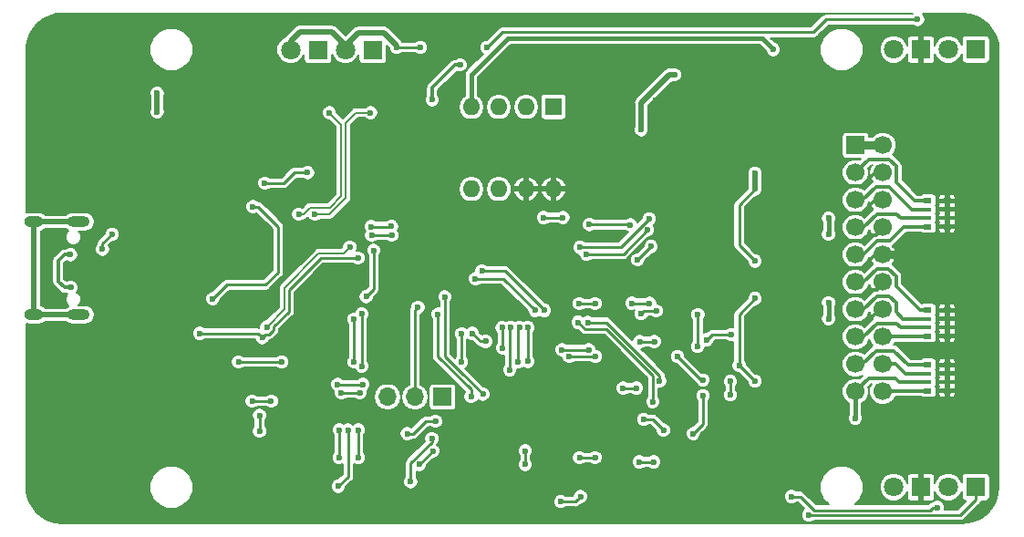
<source format=gbl>
G04 #@! TF.GenerationSoftware,KiCad,Pcbnew,5.0.2-bee76a0~70~ubuntu18.04.1*
G04 #@! TF.CreationDate,2019-06-09T10:31:05+02:00*
G04 #@! TF.ProjectId,JTAG-SWD-adapter,4b744c69-6e6b-4416-9461-707465722e6b,rev?*
G04 #@! TF.SameCoordinates,PX18392c0PY54c81a0*
G04 #@! TF.FileFunction,Copper,L2,Bot*
G04 #@! TF.FilePolarity,Positive*
%FSLAX46Y46*%
G04 Gerber Fmt 4.6, Leading zero omitted, Abs format (unit mm)*
G04 Created by KiCad (PCBNEW 5.0.2-bee76a0~70~ubuntu18.04.1) date ned 09 jun 2019 10:31:05 CEST*
%MOMM*%
%LPD*%
G01*
G04 APERTURE LIST*
G04 #@! TA.AperFunction,ComponentPad*
%ADD10R,1.800000X1.800000*%
G04 #@! TD*
G04 #@! TA.AperFunction,ComponentPad*
%ADD11C,1.800000*%
G04 #@! TD*
G04 #@! TA.AperFunction,ComponentPad*
%ADD12O,1.700000X1.700000*%
G04 #@! TD*
G04 #@! TA.AperFunction,ComponentPad*
%ADD13R,1.700000X1.700000*%
G04 #@! TD*
G04 #@! TA.AperFunction,ComponentPad*
%ADD14O,1.600000X1.600000*%
G04 #@! TD*
G04 #@! TA.AperFunction,ComponentPad*
%ADD15R,1.600000X1.600000*%
G04 #@! TD*
G04 #@! TA.AperFunction,ComponentPad*
%ADD16O,2.100000X1.000000*%
G04 #@! TD*
G04 #@! TA.AperFunction,ComponentPad*
%ADD17O,1.800000X1.000000*%
G04 #@! TD*
G04 #@! TA.AperFunction,SMDPad,CuDef*
%ADD18R,0.800000X0.500000*%
G04 #@! TD*
G04 #@! TA.AperFunction,SMDPad,CuDef*
%ADD19R,0.800000X0.400000*%
G04 #@! TD*
G04 #@! TA.AperFunction,ComponentPad*
%ADD20C,1.700000*%
G04 #@! TD*
G04 #@! TA.AperFunction,ViaPad*
%ADD21C,0.600000*%
G04 #@! TD*
G04 #@! TA.AperFunction,Conductor*
%ADD22C,0.254000*%
G04 #@! TD*
G04 #@! TA.AperFunction,Conductor*
%ADD23C,0.500000*%
G04 #@! TD*
G04 #@! TA.AperFunction,Conductor*
%ADD24C,0.800000*%
G04 #@! TD*
G04 #@! TA.AperFunction,Conductor*
%ADD25C,0.300000*%
G04 #@! TD*
G04 #@! TA.AperFunction,Conductor*
%ADD26C,0.400000*%
G04 #@! TD*
G04 #@! TA.AperFunction,Conductor*
%ADD27C,0.200000*%
G04 #@! TD*
G04 APERTURE END LIST*
D10*
G04 #@! TO.P,D6,1*
G04 #@! TO.N,Net-(D6-Pad1)*
X27566000Y45707300D03*
D11*
G04 #@! TO.P,D6,2*
G04 #@! TO.N,+3V3*
X25026000Y45707300D03*
G04 #@! TD*
G04 #@! TO.P,D5,2*
G04 #@! TO.N,+3V3*
X30106000Y45707300D03*
D10*
G04 #@! TO.P,D5,1*
G04 #@! TO.N,Net-(D5-Pad1)*
X32646000Y45707300D03*
G04 #@! TD*
D12*
G04 #@! TO.P,J2,3*
G04 #@! TO.N,Net-(J2-Pad3)*
X34036000Y13462000D03*
G04 #@! TO.P,J2,2*
G04 #@! TO.N,/BD1/RX_RES*
X36576000Y13462000D03*
D13*
G04 #@! TO.P,J2,1*
G04 #@! TO.N,/OutputBuffers/UART_RX_BUF*
X39116000Y13462000D03*
G04 #@! TD*
D14*
G04 #@! TO.P,SW1,8*
G04 #@! TO.N,GND*
X49438560Y32773360D03*
G04 #@! TO.P,SW1,4*
G04 #@! TO.N,VCC*
X41818560Y40393360D03*
G04 #@! TO.P,SW1,7*
G04 #@! TO.N,GND*
X46898560Y32773360D03*
G04 #@! TO.P,SW1,3*
G04 #@! TO.N,Net-(R9-Pad2)*
X44358560Y40393360D03*
G04 #@! TO.P,SW1,6*
G04 #@! TO.N,+5V*
X44358560Y32773360D03*
G04 #@! TO.P,SW1,2*
G04 #@! TO.N,Net-(R11-Pad1)*
X46898560Y40393360D03*
G04 #@! TO.P,SW1,5*
G04 #@! TO.N,+5V*
X41818560Y32773360D03*
D15*
G04 #@! TO.P,SW1,1*
G04 #@! TO.N,Net-(R10-Pad1)*
X49438560Y40393360D03*
G04 #@! TD*
D11*
G04 #@! TO.P,D1,2*
G04 #@! TO.N,Net-(D1-Pad2)*
X86106000Y5080000D03*
D10*
G04 #@! TO.P,D1,1*
G04 #@! TO.N,/AC7/LED*
X88646000Y5080000D03*
G04 #@! TD*
D11*
G04 #@! TO.P,D2,2*
G04 #@! TO.N,Net-(D2-Pad2)*
X81026000Y45720000D03*
D10*
G04 #@! TO.P,D2,1*
G04 #@! TO.N,GND*
X83566000Y45720000D03*
G04 #@! TD*
D11*
G04 #@! TO.P,D3,2*
G04 #@! TO.N,Net-(D3-Pad2)*
X81026000Y5080000D03*
D10*
G04 #@! TO.P,D3,1*
G04 #@! TO.N,GND*
X83566000Y5080000D03*
G04 #@! TD*
D11*
G04 #@! TO.P,D4,2*
G04 #@! TO.N,Net-(D4-Pad2)*
X86106000Y45720000D03*
D10*
G04 #@! TO.P,D4,1*
G04 #@! TO.N,Net-(D4-Pad1)*
X88646000Y45720000D03*
G04 #@! TD*
D16*
G04 #@! TO.P,J1,S1*
G04 #@! TO.N,Net-(J1-PadS1)*
X5360000Y29720000D03*
X5360000Y21080000D03*
D17*
X1210000Y29720000D03*
X1210000Y21080000D03*
G04 #@! TD*
D18*
G04 #@! TO.P,RN3,5*
G04 #@! TO.N,GND*
X85990000Y16440000D03*
D19*
G04 #@! TO.P,RN3,6*
X85990000Y15640000D03*
D18*
G04 #@! TO.P,RN3,8*
X85990000Y14040000D03*
D19*
G04 #@! TO.P,RN3,7*
X85990000Y14840000D03*
D18*
G04 #@! TO.P,RN3,4*
G04 #@! TO.N,/UART_RX*
X84190000Y16440000D03*
D19*
G04 #@! TO.P,RN3,2*
G04 #@! TO.N,/UART_TX*
X84190000Y14840000D03*
G04 #@! TO.P,RN3,3*
G04 #@! TO.N,/UART_DTR*
X84190000Y15640000D03*
D18*
G04 #@! TO.P,RN3,1*
G04 #@! TO.N,/UART_CTS*
X84190000Y14040000D03*
G04 #@! TD*
G04 #@! TO.P,RN1,5*
G04 #@! TO.N,GND*
X85990000Y31680000D03*
D19*
G04 #@! TO.P,RN1,6*
X85990000Y30880000D03*
D18*
G04 #@! TO.P,RN1,8*
X85990000Y29280000D03*
D19*
G04 #@! TO.P,RN1,7*
X85990000Y30080000D03*
D18*
G04 #@! TO.P,RN1,4*
G04 #@! TO.N,/~nTRST~*
X84190000Y31680000D03*
D19*
G04 #@! TO.P,RN1,2*
G04 #@! TO.N,/TMS/SWDIO*
X84190000Y30080000D03*
G04 #@! TO.P,RN1,3*
G04 #@! TO.N,/TDI*
X84190000Y30880000D03*
D18*
G04 #@! TO.P,RN1,1*
G04 #@! TO.N,/TCK/SWCLK*
X84190000Y29280000D03*
G04 #@! TD*
G04 #@! TO.P,RN2,5*
G04 #@! TO.N,GND*
X85990000Y21520000D03*
D19*
G04 #@! TO.P,RN2,6*
X85990000Y20720000D03*
D18*
G04 #@! TO.P,RN2,8*
X85990000Y19120000D03*
D19*
G04 #@! TO.P,RN2,7*
X85990000Y19920000D03*
D18*
G04 #@! TO.P,RN2,4*
G04 #@! TO.N,/RTCK*
X84190000Y21520000D03*
D19*
G04 #@! TO.P,RN2,2*
G04 #@! TO.N,/~nSRST~/~RST~*
X84190000Y19920000D03*
G04 #@! TO.P,RN2,3*
G04 #@! TO.N,/TDO/SWO*
X84190000Y20720000D03*
D18*
G04 #@! TO.P,RN2,1*
G04 #@! TO.N,/UART_RTS*
X84190000Y19120000D03*
G04 #@! TD*
D20*
G04 #@! TO.P,J4,20*
G04 #@! TO.N,/UART_CTS*
X80010000Y13970000D03*
G04 #@! TO.P,J4,19*
G04 #@! TO.N,/UART_TX*
X77470000Y13970000D03*
G04 #@! TO.P,J4,18*
G04 #@! TO.N,/UART_DTR*
X80010000Y16510000D03*
G04 #@! TO.P,J4,17*
G04 #@! TO.N,/UART_RX*
X77470000Y16510000D03*
G04 #@! TO.P,J4,16*
G04 #@! TO.N,/UART_RTS*
X80010000Y19050000D03*
G04 #@! TO.P,J4,15*
G04 #@! TO.N,/~nSRST~/~RST~*
X77470000Y19050000D03*
G04 #@! TO.P,J4,14*
G04 #@! TO.N,GND*
X80010000Y21590000D03*
G04 #@! TO.P,J4,13*
G04 #@! TO.N,/TDO/SWO*
X77470000Y21590000D03*
G04 #@! TO.P,J4,12*
G04 #@! TO.N,GND*
X80010000Y24130000D03*
G04 #@! TO.P,J4,11*
G04 #@! TO.N,/RTCK*
X77470000Y24130000D03*
G04 #@! TO.P,J4,10*
G04 #@! TO.N,GND*
X80010000Y26670000D03*
G04 #@! TO.P,J4,9*
G04 #@! TO.N,/TCK/SWCLK*
X77470000Y26670000D03*
G04 #@! TO.P,J4,8*
G04 #@! TO.N,GND*
X80010000Y29210000D03*
G04 #@! TO.P,J4,7*
G04 #@! TO.N,/TMS/SWDIO*
X77470000Y29210000D03*
G04 #@! TO.P,J4,6*
G04 #@! TO.N,GND*
X80010000Y31750000D03*
G04 #@! TO.P,J4,5*
G04 #@! TO.N,/TDI*
X77470000Y31750000D03*
G04 #@! TO.P,J4,4*
G04 #@! TO.N,GND*
X80010000Y34290000D03*
G04 #@! TO.P,J4,3*
G04 #@! TO.N,/~nTRST~*
X77470000Y34290000D03*
G04 #@! TO.P,J4,2*
G04 #@! TO.N,Net-(J4-Pad1)*
X80010000Y36830000D03*
D13*
G04 #@! TO.P,J4,1*
X77470000Y36830000D03*
G04 #@! TD*
D21*
G04 #@! TO.N,+3V3*
X83248500Y48514000D03*
X16573500Y19367500D03*
X31292800Y26352500D03*
X38138100Y9601200D03*
X36182300Y5588000D03*
X50108994Y3741294D03*
X62839600Y21124800D03*
X62826900Y18143600D03*
X60947300Y17208500D03*
X62407800Y10065216D03*
X63309500Y13593700D03*
X63309500Y15036800D03*
X85090000Y3200400D03*
X71526400Y4221110D03*
X51941856Y4221110D03*
X37071300Y45910500D03*
X43268900Y45910500D03*
X34874200Y45910500D03*
X22390100Y18961100D03*
G04 #@! TO.N,GND*
X26657300Y23749000D03*
X27749500Y25234900D03*
X22987000Y25400000D03*
X25400000Y27813000D03*
X22987000Y22987000D03*
X27813000Y22987000D03*
X27813000Y27813000D03*
X22987000Y27813000D03*
X17246600Y31191200D03*
X68326000Y28130500D03*
X67437000Y28130500D03*
X68326000Y18034000D03*
X67437000Y18034000D03*
X68326000Y10287000D03*
X67183000Y10287000D03*
X13462000Y29972000D03*
X13271500Y27813000D03*
X6159500Y18542000D03*
X24574500Y39370000D03*
X27622500Y41021000D03*
X28638500Y42570400D03*
X52324000Y42799000D03*
X52070000Y41021000D03*
X58928000Y41021000D03*
X58864500Y43370500D03*
X63246000Y37338000D03*
X58877200Y35725100D03*
X52374800Y38608000D03*
X28067000Y33337500D03*
X28003500Y32321500D03*
X31115000Y33147000D03*
X32321500Y33083500D03*
X35217100Y5702300D03*
X31889700Y4965700D03*
X61950600Y7912100D03*
X61976000Y5867400D03*
X58610500Y5613400D03*
X56083200Y5194300D03*
X64185800Y7721600D03*
X65557400Y8648700D03*
X64655700Y32004000D03*
X64135000Y29654500D03*
X15570200Y37566600D03*
X13931900Y36588700D03*
X17614900Y39408100D03*
X21526500Y35636200D03*
X6400800Y32016700D03*
X6337300Y33832800D03*
X6769100Y35661600D03*
X2946400Y35610800D03*
X1714500Y37388800D03*
X1803400Y39319200D03*
X3403600Y40500300D03*
X11366500Y38341300D03*
X11442700Y37350700D03*
X14058900Y39941500D03*
X56146700Y19850100D03*
X54635400Y18364200D03*
X37973000Y5448300D03*
X41236900Y6057900D03*
X49136300Y9156700D03*
X44843700Y9766300D03*
X50769520Y13451840D03*
X48173640Y16383000D03*
X50634900Y16256000D03*
X55333900Y25844500D03*
X53162200Y25857200D03*
X51092100Y25869900D03*
X49301400Y23418800D03*
X56857900Y20294600D03*
X52984400Y18872200D03*
X64185800Y21932900D03*
X65773300Y23342600D03*
X64223900Y24688800D03*
X54495700Y11087100D03*
X52705000Y12344400D03*
X50876200Y10718800D03*
X46164500Y13512800D03*
X47637700Y12052300D03*
X43522900Y12776200D03*
X45313600Y11430000D03*
X47650400Y14973300D03*
X48806100Y13411200D03*
X46253400Y6096000D03*
X44081700Y7010400D03*
X48310800Y6934200D03*
X52400200Y6769100D03*
X49072800Y4470400D03*
X41046400Y4470400D03*
X52705000Y5067300D03*
X46266100Y21602700D03*
X22136100Y39077900D03*
X22834600Y40970200D03*
X24701500Y25704800D03*
X30480000Y29337000D03*
X90424000Y5080000D03*
X762000Y15240000D03*
X762000Y10160000D03*
X762000Y4826000D03*
X45466000Y2032000D03*
X40386000Y2032000D03*
X35306000Y2032000D03*
X30226000Y2032000D03*
X25146000Y2032000D03*
X20066000Y2032000D03*
X14986000Y2032000D03*
X9906000Y2032000D03*
X4826000Y2032000D03*
X50546000Y2032000D03*
X55626000Y2032000D03*
X60706000Y2032000D03*
X65786000Y2032000D03*
X70866000Y2032000D03*
X4826000Y48768000D03*
X9906000Y48768000D03*
X14986000Y48768000D03*
X20066000Y48768000D03*
X25146000Y48768000D03*
X30226000Y48768000D03*
X35306000Y48768000D03*
X40386000Y48768000D03*
X45466000Y48768000D03*
X50546000Y48768000D03*
X55626000Y48768000D03*
X60706000Y48768000D03*
X65786000Y48768000D03*
X70866000Y48768000D03*
X82296000Y10160000D03*
X82296000Y18034000D03*
X87376000Y17780000D03*
X82804000Y25400000D03*
X82804000Y35560000D03*
X87630000Y30480000D03*
X87630000Y20320000D03*
X87630000Y15240000D03*
X79756000Y11684000D03*
X72390000Y10160000D03*
X64008000Y5080000D03*
X70104000Y5080000D03*
X64262000Y14732000D03*
X69342000Y16510000D03*
X75692000Y17780000D03*
X70358000Y18034000D03*
X70358000Y22860000D03*
X75184000Y25400000D03*
X70358000Y27686000D03*
X72644000Y33274000D03*
X75438000Y35306000D03*
X69596000Y34036000D03*
X71628000Y38608000D03*
X82296000Y38862000D03*
X39959280Y45013880D03*
X49403000Y35801300D03*
X36322000Y43942000D03*
X33020000Y36830000D03*
X38354000Y35814000D03*
X34498280Y30637480D03*
X35560000Y27178000D03*
X39878000Y25146000D03*
X43434000Y26670000D03*
X46736000Y29718000D03*
X52578000Y31750000D03*
X60960000Y32258000D03*
X67056000Y36576000D03*
X60960000Y35814000D03*
X38912800Y30759400D03*
X16002000Y22098000D03*
X11938000Y22098000D03*
X10160000Y20320000D03*
X17780000Y17272000D03*
X19304000Y13716000D03*
X20828000Y8636000D03*
X26924000Y6858000D03*
X5588000Y44450000D03*
X22339300Y44132500D03*
X14478000Y32004000D03*
X16002000Y26670000D03*
X13716000Y22352000D03*
X10668000Y23114000D03*
X25400000Y18034000D03*
X29972000Y16002000D03*
X24638000Y15494000D03*
X32004000Y11684000D03*
X2305700Y22809200D03*
X2331100Y28003500D03*
X68287900Y45847000D03*
X66471800Y45847000D03*
X61302900Y45821600D03*
X56565800Y45580300D03*
X50139600Y45847000D03*
X45605700Y45834300D03*
X43129200Y34099500D03*
X43129200Y41452800D03*
X38511480Y39049960D03*
X4302760Y17353280D03*
X711200Y17424400D03*
X711200Y19151600D03*
G04 #@! TO.N,/AD2/TDO*
X21462500Y13081500D03*
X23233000Y13081000D03*
G04 #@! TO.N,/AC7/LED*
X29452444Y5170044D03*
X73152000Y2484500D03*
X30365700Y10388600D03*
X31635700Y21170900D03*
X31635700Y16319502D03*
G04 #@! TO.N,/TCK/SWCLK*
X74980800Y30073600D03*
X74980800Y28580000D03*
G04 #@! TO.N,/RTCK*
X74980800Y20726400D03*
X74980800Y22220000D03*
G04 #@! TO.N,/UART_TX*
X77470000Y11493500D03*
G04 #@! TO.N,VCC*
X68135500Y22606000D03*
X68135500Y32766000D03*
X68135500Y26090880D03*
X68135500Y14922500D03*
X69850000Y45720000D03*
X68135500Y34226500D03*
X66675000Y16383000D03*
G04 #@! TO.N,+5V*
X12636500Y39941500D03*
X12636500Y41656000D03*
G04 #@! TO.N,/UART_RX_RES*
X65849500Y14914500D03*
X65849500Y13652500D03*
G04 #@! TO.N,/UART_TX_RES*
X57807860Y11379200D03*
X59640529Y10392217D03*
G04 #@! TO.N,/UART_RTS_RES*
X65907920Y19260820D03*
X63690500Y18770600D03*
G04 #@! TO.N,/AD7/RTCK_RES*
X58983500Y21463000D03*
X57579548Y21214116D03*
X52722906Y17840706D03*
X50215800Y17843500D03*
X31737300Y14617700D03*
X29413200Y14617700D03*
G04 #@! TO.N,/AD6/SRST_SENS_RES*
X58801000Y18605500D03*
X57450100Y18605500D03*
X53319806Y17213706D03*
X50905560Y17212460D03*
X31462600Y13855700D03*
X29730700Y13855700D03*
G04 #@! TO.N,/AD2/TDO_RES*
X29527500Y10387380D03*
X29527500Y7833380D03*
G04 #@! TO.N,/BD1/RX_RES*
X36855400Y21777210D03*
G04 #@! TO.N,/BD3/CTS_RES*
X46799500Y7196200D03*
X46799500Y8450200D03*
X42886795Y13712405D03*
X39344600Y22745698D03*
G04 #@! TO.N,/OutputBuffers/CMN_OE_OUT*
X55892698Y14287500D03*
X57154700Y14287500D03*
G04 #@! TO.N,Net-(FB2-Pad2)*
X4607998Y23622000D03*
X4604400Y26670008D03*
G04 #@! TO.N,/FTDI/AD1_TDI*
X58495056Y27443556D03*
X57243854Y26192354D03*
X45377100Y15976600D03*
X45466632Y19930391D03*
G04 #@! TO.N,/FTDI/AD3_TMS*
X22150000Y11747496D03*
X22148800Y10287000D03*
G04 #@! TO.N,/OutputBuffers/TMS_UNBUF*
X31318200Y10387380D03*
X31318200Y7833380D03*
X40919400Y19331558D03*
X40906125Y16715515D03*
G04 #@! TO.N,/OutputBuffers/TMS_SENS*
X38498906Y11196194D03*
X53311312Y22128674D03*
X51841400Y22123396D03*
X46278800Y19926300D03*
X46139100Y16700500D03*
X35863279Y10045702D03*
G04 #@! TO.N,/OutputBuffers/TDO_SENS*
X38227000Y8445500D03*
X36989894Y7208394D03*
X47077894Y19888199D03*
X47078900Y16762490D03*
G04 #@! TO.N,/OutputBuffers/UART_RX_BUF*
X53301900Y7823200D03*
X51866800Y7823200D03*
G04 #@! TO.N,/FTDI/BD4_DTR*
X48577500Y21496396D03*
X52632154Y20388200D03*
X59283600Y14937500D03*
X42811700Y25196800D03*
X34417000Y28486100D03*
X32562800Y28473400D03*
G04 #@! TO.N,/FTDI/AC2_TRST_OE*
X51904900Y27355800D03*
X58318400Y30010100D03*
X41910000Y19367500D03*
X43141898Y18618200D03*
G04 #@! TO.N,/FTDI/AC0_TRST*
X58177556Y28982544D03*
X52492744Y26728800D03*
X44729400Y18008600D03*
X44667253Y19898571D03*
G04 #@! TO.N,/FTDI/AC5_TDI_OE*
X52755800Y29456000D03*
X56582508Y29452494D03*
G04 #@! TO.N,/FTDI/AD0_TCK*
X20201000Y16713200D03*
X30924500Y16714940D03*
X30924500Y20693000D03*
X50317356Y30126644D03*
X48514000Y30124400D03*
X24193500Y16713200D03*
G04 #@! TO.N,/FTDI/VPLL*
X17805400Y22593300D03*
X21513800Y31127700D03*
G04 #@! TO.N,/FTDI/VCORE*
X22631400Y33324800D03*
X26606500Y34290000D03*
X32042100Y22783798D03*
X32740600Y27076400D03*
G04 #@! TO.N,Net-(J1-PadA5)*
X7556500Y27173000D03*
G04 #@! TO.N,/OutputBuffers/CMN_OE_IN2*
X58737500Y7429500D03*
X57404000Y7429500D03*
G04 #@! TO.N,/OutputBuffers/CMN_OE_IN1*
X58356500Y22161500D03*
X56705500Y22161500D03*
G04 #@! TO.N,/BD0_TX_A*
X41791739Y13504061D03*
X38709600Y21150200D03*
G04 #@! TO.N,/BD2_RTS_A*
X58648600Y13010500D03*
X51738621Y20395021D03*
X47726600Y21496396D03*
X42196894Y24440006D03*
G04 #@! TO.N,/PWR_EN*
X32511295Y29271742D03*
X34390785Y29285672D03*
X22817030Y19964400D03*
X30531944Y27380056D03*
G04 #@! TO.N,/RXLED*
X27279600Y30416500D03*
G04 #@! TO.N,GND*
X90424000Y10160000D03*
X90424000Y15240000D03*
X90424000Y20320000D03*
X90424000Y25400000D03*
X90424000Y30480000D03*
X90424000Y35560000D03*
X90424000Y40640000D03*
X90424000Y45720000D03*
X762000Y45720000D03*
X762000Y40640000D03*
X762000Y35560000D03*
X711200Y33731200D03*
X711200Y31445200D03*
X4177680Y20020280D03*
X8890000Y23114000D03*
X4223400Y25742900D03*
X4229100Y24561800D03*
X11379200Y27901900D03*
X34251900Y42722800D03*
X57048400Y33261300D03*
X60744100Y41186100D03*
X62090300Y39814500D03*
X56578500Y41186100D03*
X56743600Y43205400D03*
X56070500Y36118800D03*
G04 #@! TO.N,+5V*
X60680600Y43370500D03*
X57581800Y38277800D03*
G04 #@! TO.N,Net-(J1-PadA5)*
X8445500Y28575000D03*
G04 #@! TO.N,Net-(R31-Pad2)*
X40779700Y44297600D03*
X38163498Y41071800D03*
G04 #@! TO.N,/RXLED*
X32461200Y39865300D03*
G04 #@! TO.N,/TXLED*
X25777000Y30416500D03*
X28625800Y39865300D03*
G04 #@! TD*
D22*
G04 #@! TO.N,+3V3*
X83248500Y48514000D02*
X79057500Y48514000D01*
X62839600Y21124800D02*
X62839600Y18156300D01*
X62839600Y18156300D02*
X62826900Y18143600D01*
X62407800Y10065216D02*
X63309500Y10966916D01*
X63309500Y10966916D02*
X63309500Y13593700D01*
X60947300Y17208500D02*
X63119000Y15036800D01*
X63119000Y15036800D02*
X63309500Y15036800D01*
X85090000Y3200400D02*
X84665736Y3200400D01*
X51641857Y3921111D02*
X51941856Y4221110D01*
X50108994Y3741294D02*
X51462040Y3741294D01*
X84665736Y3200400D02*
X84411736Y2946400D01*
X84411736Y2946400D02*
X73618062Y2946400D01*
X51462040Y3741294D02*
X51641857Y3921111D01*
X72343352Y4221110D02*
X71950664Y4221110D01*
X71950664Y4221110D02*
X71526400Y4221110D01*
X73618062Y2946400D02*
X72343352Y4221110D01*
X36182300Y6012264D02*
X36182300Y5588000D01*
X36182300Y7289800D02*
X36182300Y6012264D01*
X38138100Y9601200D02*
X38138100Y9245600D01*
X38138100Y9245600D02*
X36182300Y7289800D01*
X44678600Y47320200D02*
X43268900Y45910500D01*
X74752200Y48514000D02*
X73558400Y47320200D01*
X79057500Y48514000D02*
X74752200Y48514000D01*
X73558400Y47320200D02*
X44678600Y47320200D01*
X37071300Y45910500D02*
X34874200Y45910500D01*
X16573500Y19367500D02*
X21983700Y19367500D01*
X21983700Y19367500D02*
X22090101Y19261099D01*
X22090101Y19261099D02*
X22390100Y18961100D01*
X31292800Y26352500D02*
X27825700Y26352500D01*
X25590500Y24117300D02*
X25501600Y24028400D01*
X27825700Y26352500D02*
X25590500Y24117300D01*
X24861810Y23388610D02*
X25590500Y24117300D01*
X22720300Y19291300D02*
X23050500Y19291300D01*
X22390100Y18961100D02*
X22720300Y19291300D01*
X23050500Y19291300D02*
X23444200Y19685000D01*
X23444200Y19987687D02*
X24861810Y21405297D01*
X24861810Y21405297D02*
X24861810Y23388610D01*
X23444200Y19685000D02*
X23444200Y19987687D01*
D23*
X30106000Y46119400D02*
X30106000Y45707300D01*
X28841700Y47383700D02*
X30106000Y46119400D01*
X25920700Y47383700D02*
X28841700Y47383700D01*
X25026000Y45707300D02*
X25026000Y46489000D01*
X25026000Y46489000D02*
X25920700Y47383700D01*
X33693902Y47269400D02*
X31292800Y47269400D01*
X34874200Y45910500D02*
X34874200Y46089102D01*
X30106000Y46082600D02*
X30106000Y45707300D01*
X31292800Y47269400D02*
X30106000Y46082600D01*
X34874200Y46089102D02*
X33693902Y47269400D01*
D24*
G04 #@! TO.N,GND*
X80010000Y26670000D02*
X81089500Y26670000D01*
X81089500Y26670000D02*
X82042000Y25717500D01*
X80010000Y26670000D02*
X81216500Y26670000D01*
X81216500Y26670000D02*
X82105500Y27559000D01*
D25*
X80010000Y21590000D02*
X79756000Y21590000D01*
D22*
G04 #@! TO.N,/AD2/TDO*
X21462500Y13081500D02*
X23232500Y13081500D01*
X23232500Y13081500D02*
X23233000Y13081000D01*
G04 #@! TO.N,/AC7/LED*
X88646000Y3926000D02*
X88646000Y5080000D01*
X87204500Y2484500D02*
X88646000Y3926000D01*
X73152000Y2484500D02*
X87204500Y2484500D01*
X30365700Y9964336D02*
X30365700Y10388600D01*
X30365700Y6083300D02*
X30365700Y9964336D01*
X29452444Y5170044D02*
X30365700Y6083300D01*
X31635700Y21170900D02*
X31635700Y16319502D01*
D25*
G04 #@! TO.N,/~nTRST~*
X81280000Y33401000D02*
X83001000Y31680000D01*
X83001000Y31680000D02*
X84190000Y31680000D01*
X81280000Y34875922D02*
X81280000Y33401000D01*
X78724001Y35544001D02*
X80611921Y35544001D01*
X80611921Y35544001D02*
X81280000Y34875922D01*
D26*
G04 #@! TO.N,/TCK/SWCLK*
X74980800Y30073600D02*
X74980800Y28580000D01*
G04 #@! TO.N,/RTCK*
X74980800Y20726400D02*
X74980800Y22220000D01*
D25*
G04 #@! TO.N,/UART_RTS*
X80010000Y19050000D02*
X84120000Y19050000D01*
X84120000Y19050000D02*
X84190000Y19120000D01*
G04 #@! TO.N,/UART_DTR*
X80010000Y16510000D02*
X81212081Y16510000D01*
X81212081Y16510000D02*
X82082081Y15640000D01*
X82082081Y15640000D02*
X83490000Y15640000D01*
X83490000Y15640000D02*
X84190000Y15640000D01*
G04 #@! TO.N,/UART_CTS*
X80080000Y14040000D02*
X80010000Y13970000D01*
D22*
G04 #@! TO.N,VCC*
X66675000Y31305500D02*
X68135500Y32766000D01*
X68135500Y26090880D02*
X66675000Y27551380D01*
X66675000Y27551380D02*
X66675000Y31305500D01*
X66675000Y21145500D02*
X68135500Y22606000D01*
X68135500Y14922500D02*
X66675000Y16383000D01*
X66675000Y16383000D02*
X66675000Y21145500D01*
D23*
X68135500Y34226500D02*
X68135500Y32766000D01*
G04 #@! TO.N,+5V*
X12636500Y39941500D02*
X12636500Y41656000D01*
D22*
G04 #@! TO.N,/UART_RX_RES*
X65849500Y13652500D02*
X65849500Y14914500D01*
G04 #@! TO.N,/UART_TX_RES*
X57807860Y11379200D02*
X58653546Y11379200D01*
X58653546Y11379200D02*
X59640529Y10392217D01*
G04 #@! TO.N,/UART_RTS_RES*
X64173100Y19253200D02*
X63690500Y18770600D01*
X65907920Y19260820D02*
X65900300Y19253200D01*
X65900300Y19253200D02*
X64173100Y19253200D01*
G04 #@! TO.N,/AD7/RTCK_RES*
X58983500Y21463000D02*
X57828432Y21463000D01*
X57828432Y21463000D02*
X57579548Y21214116D01*
X52722906Y17840706D02*
X50218594Y17840706D01*
X50218594Y17840706D02*
X50215800Y17843500D01*
X31737300Y14617700D02*
X29413200Y14617700D01*
G04 #@! TO.N,/AD6/SRST_SENS_RES*
X58801000Y18605500D02*
X57450100Y18605500D01*
X53319806Y17213706D02*
X50906806Y17213706D01*
X50906806Y17213706D02*
X50905560Y17212460D01*
X31462600Y13855700D02*
X29730700Y13855700D01*
G04 #@! TO.N,/AD2/TDO_RES*
X29527500Y10387380D02*
X29527500Y7833380D01*
G04 #@! TO.N,/BD1/RX_RES*
X36576000Y21497810D02*
X36855400Y21777210D01*
X36576000Y13462000D02*
X36576000Y21497810D01*
G04 #@! TO.N,/BD3/CTS_RES*
X46799500Y7196200D02*
X46799500Y8450200D01*
X40830500Y15768700D02*
X42886795Y13712405D01*
X39344600Y22745698D02*
X39344600Y17254600D01*
X39344600Y17254600D02*
X40830500Y15768700D01*
D23*
G04 #@! TO.N,Net-(J1-PadS1)*
X5360000Y21080000D02*
X1210000Y21080000D01*
X1210000Y21080000D02*
X1210000Y29720000D01*
X1210000Y29720000D02*
X5360000Y29720000D01*
D22*
G04 #@! TO.N,/OutputBuffers/CMN_OE_OUT*
X55892698Y14287500D02*
X57154700Y14287500D01*
G04 #@! TO.N,/FTDI/AD1_TDI*
X58495056Y27443556D02*
X57243854Y26192354D01*
X45377100Y19840859D02*
X45466632Y19930391D01*
X45377100Y15976600D02*
X45377100Y19840859D01*
G04 #@! TO.N,/FTDI/AD3_TMS*
X22150000Y10288200D02*
X22148800Y10287000D01*
X22150000Y11747496D02*
X22150000Y10288200D01*
G04 #@! TO.N,/OutputBuffers/TMS_UNBUF*
X31318200Y10387380D02*
X31318200Y7833380D01*
X40906700Y19304000D02*
X40906125Y19303425D01*
X40906125Y17139779D02*
X40906125Y16715515D01*
X40906125Y19303425D02*
X40906125Y17139779D01*
G04 #@! TO.N,/OutputBuffers/TMS_SENS*
X53311312Y22128674D02*
X51846678Y22128674D01*
X51846678Y22128674D02*
X51841400Y22123396D01*
X46139100Y19786600D02*
X46139100Y16700500D01*
X46278800Y19926300D02*
X46139100Y19786600D01*
X36436302Y10045702D02*
X35863279Y10045702D01*
X38498906Y11196194D02*
X37586794Y11196194D01*
X37586794Y11196194D02*
X36436302Y10045702D01*
G04 #@! TO.N,/OutputBuffers/TDO_SENS*
X38227000Y8445500D02*
X36989894Y7208394D01*
X47077894Y19888199D02*
X47077894Y16763496D01*
X47077894Y16763496D02*
X47078900Y16762490D01*
G04 #@! TO.N,/OutputBuffers/UART_RX_BUF*
X53301900Y7823200D02*
X51866800Y7823200D01*
G04 #@! TO.N,/FTDI/BD4_DTR*
X59283600Y15443200D02*
X59283600Y14937500D01*
X59283600Y15481300D02*
X59283600Y15443200D01*
X52632154Y20388200D02*
X54376700Y20388200D01*
X54376700Y20388200D02*
X59283600Y15481300D01*
X43235964Y25196800D02*
X42811700Y25196800D01*
X44919900Y25196800D02*
X43235964Y25196800D01*
X48577500Y21496396D02*
X48577500Y21539200D01*
X48577500Y21539200D02*
X44919900Y25196800D01*
X32575500Y28486100D02*
X32562800Y28473400D01*
X34417000Y28486100D02*
X32575500Y28486100D01*
G04 #@! TO.N,/FTDI/AC2_TRST_OE*
X51904900Y27355800D02*
X55664100Y27355800D01*
X55664100Y27355800D02*
X58318400Y30010100D01*
X41910000Y19367500D02*
X42659300Y18618200D01*
X42717634Y18618200D02*
X43141898Y18618200D01*
X42659300Y18618200D02*
X42717634Y18618200D01*
G04 #@! TO.N,/FTDI/AC0_TRST*
X58177556Y28982544D02*
X55923812Y26728800D01*
X55923812Y26728800D02*
X52492744Y26728800D01*
X44729400Y18008600D02*
X44729400Y19836424D01*
X44729400Y19836424D02*
X44667253Y19898571D01*
G04 #@! TO.N,/FTDI/AC5_TDI_OE*
X52755800Y29456000D02*
X56579002Y29456000D01*
X56579002Y29456000D02*
X56582508Y29452494D01*
G04 #@! TO.N,/FTDI/AD0_TCK*
X48516244Y30126644D02*
X48514000Y30124400D01*
X50317356Y30126644D02*
X48516244Y30126644D01*
X30924500Y20693000D02*
X30924500Y16714940D01*
X20201000Y16713200D02*
X24193500Y16713200D01*
G04 #@! TO.N,/FTDI/VCORE*
X26606500Y34290000D02*
X25361900Y34290000D01*
X25361900Y34290000D02*
X24384000Y33312100D01*
X24384000Y33312100D02*
X22644100Y33312100D01*
X22644100Y33312100D02*
X22631400Y33324800D01*
X32740600Y23482298D02*
X32740600Y27076400D01*
X32042100Y22783798D02*
X32740600Y23482298D01*
G04 #@! TO.N,/FTDI/VPLL*
X22694900Y23876000D02*
X19088100Y23876000D01*
X23863300Y25044400D02*
X22694900Y23876000D01*
X23863300Y29273500D02*
X23863300Y25044400D01*
X21513800Y31127700D02*
X22009100Y31127700D01*
X19088100Y23876000D02*
X17805400Y22593300D01*
X22009100Y31127700D02*
X23863300Y29273500D01*
G04 #@! TO.N,/OutputBuffers/CMN_OE_IN2*
X58737500Y7429500D02*
X57404000Y7429500D01*
G04 #@! TO.N,/OutputBuffers/CMN_OE_IN1*
X56705500Y22161500D02*
X58356500Y22161500D01*
G04 #@! TO.N,/BD0_TX_A*
X41795700Y14160500D02*
X41795700Y13508022D01*
X41795700Y13508022D02*
X41791739Y13504061D01*
X38709600Y21150200D02*
X38709600Y17246600D01*
X38709600Y17246600D02*
X41795700Y14160500D01*
G04 #@! TO.N,/BD2_RTS_A*
X52385142Y19748500D02*
X54368700Y19748500D01*
X42196894Y24440006D02*
X44782990Y24440006D01*
X44782990Y24440006D02*
X47726600Y21496396D01*
X58648600Y15468600D02*
X58648600Y13010500D01*
X51738621Y20395021D02*
X52385142Y19748500D01*
X54368700Y19748500D02*
X58081801Y16035399D01*
X58081801Y16035399D02*
X58648600Y15468600D01*
G04 #@! TO.N,/PWR_EN*
X32511295Y29271742D02*
X34376855Y29271742D01*
X34376855Y29271742D02*
X34390785Y29285672D01*
D27*
X22817030Y19964400D02*
X24434800Y21582170D01*
X24434800Y21582170D02*
X24434800Y22720300D01*
X24434800Y22720300D02*
X24434801Y23565483D01*
X24434801Y23565483D02*
X27533600Y26664282D01*
X27533600Y26664282D02*
X27653618Y26784300D01*
X27653618Y26784300D02*
X29400500Y26784300D01*
X29400500Y26784300D02*
X29936188Y26784300D01*
X29936188Y26784300D02*
X30531944Y27380056D01*
G04 #@! TO.N,/RXLED*
X27279600Y30416500D02*
X28625800Y30416500D01*
X28625800Y30416500D02*
X30137100Y31927800D01*
D25*
G04 #@! TO.N,GND*
X79325922Y34290000D02*
X78055922Y33020000D01*
X80010000Y34290000D02*
X79325922Y34290000D01*
X78055922Y33020000D02*
X76454000Y33020000D01*
X79325922Y31750000D02*
X78055922Y30480000D01*
X80010000Y31750000D02*
X79325922Y31750000D01*
X78055922Y30480000D02*
X76454000Y30480000D01*
X80010000Y29083000D02*
X79437009Y28510009D01*
X79437009Y28510009D02*
X78625931Y28510009D01*
X78055922Y27940000D02*
X76581000Y27940000D01*
X80010000Y29210000D02*
X80010000Y29083000D01*
X78625931Y28510009D02*
X78055922Y27940000D01*
X79325922Y26670000D02*
X78055922Y25400000D01*
X80010000Y26670000D02*
X79325922Y26670000D01*
X78055922Y25400000D02*
X76327000Y25400000D01*
X80010000Y23876000D02*
X79532011Y23398011D01*
X79532011Y23398011D02*
X78593933Y23398011D01*
X80010000Y24130000D02*
X80010000Y23876000D01*
X78593933Y23398011D02*
X78055922Y22860000D01*
X78055922Y22860000D02*
X76708000Y22860000D01*
X77956512Y20320000D02*
X76708000Y20320000D01*
X79756000Y21590000D02*
X78486000Y20320000D01*
X78486000Y20320000D02*
X77956512Y20320000D01*
G04 #@! TO.N,/~nTRST~*
X77470000Y34290000D02*
X78724001Y35544001D01*
G04 #@! TO.N,/TDI*
X78154078Y31750000D02*
X79408079Y33004001D01*
X80611921Y33004001D02*
X82735922Y30880000D01*
X77470000Y31750000D02*
X78154078Y31750000D01*
X82735922Y30880000D02*
X84190000Y30880000D01*
X79408079Y33004001D02*
X80611921Y33004001D01*
G04 #@! TO.N,/TMS/SWDIO*
X78232000Y29210000D02*
X79486001Y30464001D01*
X77470000Y29210000D02*
X78232000Y29210000D01*
X79486001Y30464001D02*
X81274510Y30464001D01*
X81274510Y30464001D02*
X81658511Y30080000D01*
X81658511Y30080000D02*
X83490000Y30080000D01*
X83490000Y30080000D02*
X84190000Y30080000D01*
G04 #@! TO.N,/TCK/SWCLK*
X78232000Y26670000D02*
X79517999Y27955999D01*
X81985000Y29280000D02*
X84190000Y29280000D01*
X77470000Y26670000D02*
X78232000Y26670000D01*
X79517999Y27955999D02*
X80660999Y27955999D01*
X80660999Y27955999D02*
X81985000Y29280000D01*
G04 #@! TO.N,/RTCK*
X81264001Y23745999D02*
X83490000Y21520000D01*
X81264001Y24653999D02*
X81264001Y23745999D01*
X80533999Y25384001D02*
X81264001Y24653999D01*
X79486001Y25384001D02*
X80533999Y25384001D01*
X77470000Y24130000D02*
X78232000Y24130000D01*
X83490000Y21520000D02*
X84190000Y21520000D01*
X78232000Y24130000D02*
X79486001Y25384001D01*
G04 #@! TO.N,/TDO/SWO*
X81264001Y22191921D02*
X81264001Y21351999D01*
X80611921Y22844001D02*
X81264001Y22191921D01*
X77470000Y21590000D02*
X78232000Y21590000D01*
X81264001Y21351999D02*
X81896000Y20720000D01*
X79486001Y22844001D02*
X80611921Y22844001D01*
X78232000Y21590000D02*
X79486001Y22844001D01*
X81896000Y20720000D02*
X84190000Y20720000D01*
G04 #@! TO.N,/~nSRST~/~RST~*
X81680000Y19920000D02*
X81295999Y20304001D01*
X81295999Y20304001D02*
X79486001Y20304001D01*
X84190000Y19920000D02*
X81680000Y19920000D01*
X78232000Y19050000D02*
X77470000Y19050000D01*
X79486001Y20304001D02*
X78232000Y19050000D01*
G04 #@! TO.N,/UART_RX*
X78154078Y16510000D02*
X79408079Y17764001D01*
X79408079Y17764001D02*
X81041999Y17764001D01*
X81041999Y17764001D02*
X82366000Y16440000D01*
X82366000Y16440000D02*
X84190000Y16440000D01*
X77470000Y16510000D02*
X78154078Y16510000D01*
D26*
G04 #@! TO.N,/UART_TX*
X77470000Y11493500D02*
X77470000Y13970000D01*
D25*
X78724001Y15224001D02*
X81168999Y15224001D01*
X77470000Y13970000D02*
X78724001Y15224001D01*
X81553000Y14840000D02*
X84190000Y14840000D01*
X81168999Y15224001D02*
X81553000Y14840000D01*
G04 #@! TO.N,/UART_CTS*
X84190000Y14040000D02*
X80080000Y14040000D01*
D26*
G04 #@! TO.N,VCC*
X68795900Y46774100D02*
X69850000Y45720000D01*
X45199300Y46774100D02*
X68795900Y46774100D01*
X41818560Y40393360D02*
X41818560Y43393360D01*
X41818560Y43393360D02*
X45199300Y46774100D01*
D23*
G04 #@! TO.N,+5V*
X60167498Y43370500D02*
X57581800Y40784802D01*
X57581800Y40784802D02*
X57581800Y38702064D01*
X60680600Y43370500D02*
X60167498Y43370500D01*
X57581800Y38702064D02*
X57581800Y38277800D01*
D25*
G04 #@! TO.N,Net-(FB2-Pad2)*
X4020200Y23622000D02*
X3461400Y24180800D01*
X4607998Y23622000D02*
X4020200Y23622000D01*
X4020208Y26670008D02*
X4604400Y26670008D01*
X3461400Y24180800D02*
X3461400Y26111200D01*
X3461400Y26111200D02*
X4020208Y26670008D01*
D22*
G04 #@! TO.N,Net-(J1-PadA5)*
X7556500Y27173000D02*
X7556500Y27686000D01*
X7556500Y27686000D02*
X8445500Y28575000D01*
D24*
G04 #@! TO.N,Net-(J4-Pad1)*
X77470000Y36830000D02*
X80010000Y36830000D01*
D25*
G04 #@! TO.N,Net-(R31-Pad2)*
X38163498Y42163998D02*
X38163498Y41071800D01*
X40779700Y44297600D02*
X40297100Y44297600D01*
X40297100Y44297600D02*
X38163498Y42163998D01*
D27*
G04 #@! TO.N,/RXLED*
X30137100Y31927800D02*
X30137100Y38912800D01*
X30137100Y38912800D02*
X31089600Y39865300D01*
X31089600Y39865300D02*
X32461200Y39865300D01*
G04 #@! TO.N,/TXLED*
X26201264Y30416500D02*
X26801265Y31016501D01*
X25777000Y30416500D02*
X26201264Y30416500D01*
X26801265Y31016501D02*
X28654301Y31016501D01*
X28654301Y31016501D02*
X29730700Y32092900D01*
X29730700Y32092900D02*
X29730700Y38760400D01*
X29730700Y38760400D02*
X28625800Y39865300D01*
G04 #@! TD*
G04 #@! TO.N,GND*
G36*
X82785550Y49041000D02*
X74804097Y49041000D01*
X74752199Y49051323D01*
X74700301Y49041000D01*
X74700297Y49041000D01*
X74546575Y49010423D01*
X74529577Y48999065D01*
X74416255Y48923346D01*
X74416252Y48923343D01*
X74372255Y48893945D01*
X74342856Y48849947D01*
X73340110Y47847200D01*
X44730499Y47847200D01*
X44678600Y47857523D01*
X44626701Y47847200D01*
X44626697Y47847200D01*
X44504987Y47822991D01*
X44472974Y47816623D01*
X44342655Y47729546D01*
X44342652Y47729543D01*
X44298655Y47700145D01*
X44269256Y47656147D01*
X43223610Y46610500D01*
X43129661Y46610500D01*
X42872382Y46503932D01*
X42675468Y46307018D01*
X42568900Y46049739D01*
X42568900Y45771261D01*
X42675468Y45513982D01*
X42872382Y45317068D01*
X42887485Y45310812D01*
X41436080Y43859407D01*
X41385986Y43825935D01*
X41352514Y43775841D01*
X41352513Y43775840D01*
X41253374Y43627468D01*
X41206807Y43393360D01*
X41218561Y43334269D01*
X41218560Y41435681D01*
X40953408Y41258512D01*
X40688185Y40861577D01*
X40595051Y40393360D01*
X40688185Y39925143D01*
X40953408Y39528208D01*
X41350343Y39262985D01*
X41700372Y39193360D01*
X41936748Y39193360D01*
X42286777Y39262985D01*
X42683712Y39528208D01*
X42948935Y39925143D01*
X43042069Y40393360D01*
X43135051Y40393360D01*
X43228185Y39925143D01*
X43493408Y39528208D01*
X43890343Y39262985D01*
X44240372Y39193360D01*
X44476748Y39193360D01*
X44826777Y39262985D01*
X45223712Y39528208D01*
X45488935Y39925143D01*
X45582069Y40393360D01*
X45675051Y40393360D01*
X45768185Y39925143D01*
X46033408Y39528208D01*
X46430343Y39262985D01*
X46780372Y39193360D01*
X47016748Y39193360D01*
X47366777Y39262985D01*
X47763712Y39528208D01*
X48028935Y39925143D01*
X48122069Y40393360D01*
X48028935Y40861577D01*
X47807246Y41193360D01*
X48230724Y41193360D01*
X48230724Y39593360D01*
X48261769Y39437288D01*
X48350176Y39304976D01*
X48482488Y39216569D01*
X48638560Y39185524D01*
X50238560Y39185524D01*
X50394632Y39216569D01*
X50526944Y39304976D01*
X50615351Y39437288D01*
X50646396Y39593360D01*
X50646396Y41193360D01*
X50615351Y41349432D01*
X50526944Y41481744D01*
X50394632Y41570151D01*
X50238560Y41601196D01*
X48638560Y41601196D01*
X48482488Y41570151D01*
X48350176Y41481744D01*
X48261769Y41349432D01*
X48230724Y41193360D01*
X47807246Y41193360D01*
X47763712Y41258512D01*
X47366777Y41523735D01*
X47016748Y41593360D01*
X46780372Y41593360D01*
X46430343Y41523735D01*
X46033408Y41258512D01*
X45768185Y40861577D01*
X45675051Y40393360D01*
X45582069Y40393360D01*
X45488935Y40861577D01*
X45223712Y41258512D01*
X44826777Y41523735D01*
X44476748Y41593360D01*
X44240372Y41593360D01*
X43890343Y41523735D01*
X43493408Y41258512D01*
X43228185Y40861577D01*
X43135051Y40393360D01*
X43042069Y40393360D01*
X42948935Y40861577D01*
X42683712Y41258512D01*
X42418560Y41435681D01*
X42418560Y43144833D01*
X45447828Y46174100D01*
X68547373Y46174100D01*
X69156569Y45564903D01*
X69256568Y45323482D01*
X69453482Y45126568D01*
X69710761Y45020000D01*
X69989239Y45020000D01*
X70246518Y45126568D01*
X70443432Y45323482D01*
X70550000Y45580761D01*
X70550000Y45859239D01*
X70443432Y46116518D01*
X70442125Y46117825D01*
X74200000Y46117825D01*
X74200000Y45322175D01*
X74504482Y44587091D01*
X75067091Y44024482D01*
X75802175Y43720000D01*
X76597825Y43720000D01*
X77332909Y44024482D01*
X77895518Y44587091D01*
X78200000Y45322175D01*
X78200000Y45978586D01*
X79726000Y45978586D01*
X79726000Y45461414D01*
X79923913Y44983609D01*
X80289609Y44617913D01*
X80767414Y44420000D01*
X81284586Y44420000D01*
X81762391Y44617913D01*
X82128087Y44983609D01*
X82266000Y45316561D01*
X82266000Y44740435D01*
X82326896Y44593418D01*
X82439418Y44480896D01*
X82586435Y44420000D01*
X83312000Y44420000D01*
X83412000Y44520000D01*
X83412000Y45566000D01*
X83392000Y45566000D01*
X83392000Y45874000D01*
X83412000Y45874000D01*
X83412000Y46920000D01*
X83720000Y46920000D01*
X83720000Y45874000D01*
X83740000Y45874000D01*
X83740000Y45566000D01*
X83720000Y45566000D01*
X83720000Y44520000D01*
X83820000Y44420000D01*
X84545565Y44420000D01*
X84692582Y44480896D01*
X84805104Y44593418D01*
X84866000Y44740435D01*
X84866000Y45316561D01*
X85003913Y44983609D01*
X85369609Y44617913D01*
X85847414Y44420000D01*
X86364586Y44420000D01*
X86842391Y44617913D01*
X87208087Y44983609D01*
X87338164Y45297643D01*
X87338164Y44820000D01*
X87369209Y44663928D01*
X87457616Y44531616D01*
X87589928Y44443209D01*
X87746000Y44412164D01*
X89546000Y44412164D01*
X89702072Y44443209D01*
X89834384Y44531616D01*
X89922791Y44663928D01*
X89953836Y44820000D01*
X89953836Y46620000D01*
X89922791Y46776072D01*
X89834384Y46908384D01*
X89702072Y46996791D01*
X89546000Y47027836D01*
X87746000Y47027836D01*
X87589928Y46996791D01*
X87457616Y46908384D01*
X87369209Y46776072D01*
X87338164Y46620000D01*
X87338164Y46142357D01*
X87208087Y46456391D01*
X86842391Y46822087D01*
X86364586Y47020000D01*
X85847414Y47020000D01*
X85369609Y46822087D01*
X85003913Y46456391D01*
X84866000Y46123439D01*
X84866000Y46699565D01*
X84805104Y46846582D01*
X84692582Y46959104D01*
X84545565Y47020000D01*
X83820000Y47020000D01*
X83720000Y46920000D01*
X83412000Y46920000D01*
X83312000Y47020000D01*
X82586435Y47020000D01*
X82439418Y46959104D01*
X82326896Y46846582D01*
X82266000Y46699565D01*
X82266000Y46123439D01*
X82128087Y46456391D01*
X81762391Y46822087D01*
X81284586Y47020000D01*
X80767414Y47020000D01*
X80289609Y46822087D01*
X79923913Y46456391D01*
X79726000Y45978586D01*
X78200000Y45978586D01*
X78200000Y46117825D01*
X77895518Y46852909D01*
X77332909Y47415518D01*
X76597825Y47720000D01*
X75802175Y47720000D01*
X75067091Y47415518D01*
X74504482Y46852909D01*
X74200000Y46117825D01*
X70442125Y46117825D01*
X70246518Y46313432D01*
X70005097Y46413431D01*
X69625328Y46793200D01*
X73506502Y46793200D01*
X73558400Y46782877D01*
X73610298Y46793200D01*
X73610303Y46793200D01*
X73764025Y46823777D01*
X73938345Y46940255D01*
X73967745Y46984255D01*
X74970491Y47987000D01*
X82785550Y47987000D01*
X82851982Y47920568D01*
X83109261Y47814000D01*
X83387739Y47814000D01*
X83645018Y47920568D01*
X83841932Y48117482D01*
X83948500Y48374761D01*
X83948500Y48653239D01*
X83841932Y48910518D01*
X83697450Y49055000D01*
X87415441Y49055000D01*
X88109603Y48984490D01*
X88752333Y48783071D01*
X89341433Y48456526D01*
X89852843Y48018195D01*
X90265668Y47485984D01*
X90563044Y46881636D01*
X90734302Y46224166D01*
X90774500Y45701753D01*
X90774501Y5104068D01*
X90703990Y4409897D01*
X90502571Y3767167D01*
X90176026Y3178067D01*
X89737694Y2666655D01*
X89205486Y2253833D01*
X88601136Y1956456D01*
X87947526Y1786203D01*
X87284024Y1746256D01*
X87276308Y1745000D01*
X3834058Y1745000D01*
X3139897Y1815510D01*
X2497167Y2016929D01*
X1908067Y2343474D01*
X1396655Y2781806D01*
X983833Y3314014D01*
X686456Y3918364D01*
X514193Y4579692D01*
X475042Y4997397D01*
X475000Y4997610D01*
X475000Y5477825D01*
X11970000Y5477825D01*
X11970000Y4682175D01*
X12274482Y3947091D01*
X12837091Y3384482D01*
X13572175Y3080000D01*
X14367825Y3080000D01*
X15102909Y3384482D01*
X15598960Y3880533D01*
X49408994Y3880533D01*
X49408994Y3602055D01*
X49515562Y3344776D01*
X49712476Y3147862D01*
X49969755Y3041294D01*
X50248233Y3041294D01*
X50505512Y3147862D01*
X50571944Y3214294D01*
X51410142Y3214294D01*
X51462040Y3203971D01*
X51513938Y3214294D01*
X51513943Y3214294D01*
X51667665Y3244871D01*
X51841985Y3361349D01*
X51871385Y3405349D01*
X51987146Y3521110D01*
X52081095Y3521110D01*
X52338374Y3627678D01*
X52535288Y3824592D01*
X52641856Y4081871D01*
X52641856Y4360349D01*
X70826400Y4360349D01*
X70826400Y4081871D01*
X70932968Y3824592D01*
X71129882Y3627678D01*
X71387161Y3521110D01*
X71665639Y3521110D01*
X71922918Y3627678D01*
X71989350Y3694110D01*
X72125062Y3694110D01*
X72748361Y3070811D01*
X72558568Y2881018D01*
X72452000Y2623739D01*
X72452000Y2345261D01*
X72558568Y2087982D01*
X72755482Y1891068D01*
X73012761Y1784500D01*
X73291239Y1784500D01*
X73548518Y1891068D01*
X73614950Y1957500D01*
X87152602Y1957500D01*
X87204500Y1947177D01*
X87256398Y1957500D01*
X87256403Y1957500D01*
X87410125Y1988077D01*
X87584445Y2104555D01*
X87613845Y2148555D01*
X88981948Y3516657D01*
X89025945Y3546055D01*
X89055343Y3590052D01*
X89055346Y3590055D01*
X89142423Y3720374D01*
X89152724Y3772164D01*
X89546000Y3772164D01*
X89702072Y3803209D01*
X89834384Y3891616D01*
X89922791Y4023928D01*
X89953836Y4180000D01*
X89953836Y5980000D01*
X89922791Y6136072D01*
X89834384Y6268384D01*
X89702072Y6356791D01*
X89546000Y6387836D01*
X87746000Y6387836D01*
X87589928Y6356791D01*
X87457616Y6268384D01*
X87369209Y6136072D01*
X87338164Y5980000D01*
X87338164Y5502357D01*
X87208087Y5816391D01*
X86842391Y6182087D01*
X86364586Y6380000D01*
X85847414Y6380000D01*
X85369609Y6182087D01*
X85003913Y5816391D01*
X84866000Y5483439D01*
X84866000Y6059565D01*
X84805104Y6206582D01*
X84692582Y6319104D01*
X84545565Y6380000D01*
X83820000Y6380000D01*
X83720000Y6280000D01*
X83720000Y5234000D01*
X83740000Y5234000D01*
X83740000Y4926000D01*
X83720000Y4926000D01*
X83720000Y3880000D01*
X83820000Y3780000D01*
X84545565Y3780000D01*
X84692582Y3840896D01*
X84805104Y3953418D01*
X84866000Y4100435D01*
X84866000Y4676561D01*
X85003913Y4343609D01*
X85369609Y3977913D01*
X85847414Y3780000D01*
X86364586Y3780000D01*
X86842391Y3977913D01*
X87208087Y4343609D01*
X87338164Y4657643D01*
X87338164Y4180000D01*
X87369209Y4023928D01*
X87457616Y3891616D01*
X87589928Y3803209D01*
X87746000Y3772164D01*
X87746873Y3772164D01*
X86986210Y3011500D01*
X85769430Y3011500D01*
X85790000Y3061161D01*
X85790000Y3339639D01*
X85683432Y3596918D01*
X85486518Y3793832D01*
X85229239Y3900400D01*
X84950761Y3900400D01*
X84693482Y3793832D01*
X84630331Y3730681D01*
X84613837Y3727400D01*
X84613833Y3727400D01*
X84460111Y3696823D01*
X84285791Y3580345D01*
X84256391Y3536345D01*
X84193446Y3473400D01*
X77421827Y3473400D01*
X77895518Y3947091D01*
X78200000Y4682175D01*
X78200000Y5338586D01*
X79726000Y5338586D01*
X79726000Y4821414D01*
X79923913Y4343609D01*
X80289609Y3977913D01*
X80767414Y3780000D01*
X81284586Y3780000D01*
X81762391Y3977913D01*
X82128087Y4343609D01*
X82266000Y4676561D01*
X82266000Y4100435D01*
X82326896Y3953418D01*
X82439418Y3840896D01*
X82586435Y3780000D01*
X83312000Y3780000D01*
X83412000Y3880000D01*
X83412000Y4926000D01*
X83392000Y4926000D01*
X83392000Y5234000D01*
X83412000Y5234000D01*
X83412000Y6280000D01*
X83312000Y6380000D01*
X82586435Y6380000D01*
X82439418Y6319104D01*
X82326896Y6206582D01*
X82266000Y6059565D01*
X82266000Y5483439D01*
X82128087Y5816391D01*
X81762391Y6182087D01*
X81284586Y6380000D01*
X80767414Y6380000D01*
X80289609Y6182087D01*
X79923913Y5816391D01*
X79726000Y5338586D01*
X78200000Y5338586D01*
X78200000Y5477825D01*
X77895518Y6212909D01*
X77332909Y6775518D01*
X76597825Y7080000D01*
X75802175Y7080000D01*
X75067091Y6775518D01*
X74504482Y6212909D01*
X74200000Y5477825D01*
X74200000Y4682175D01*
X74504482Y3947091D01*
X74978173Y3473400D01*
X73836353Y3473400D01*
X72752697Y4557055D01*
X72723297Y4601055D01*
X72676146Y4632561D01*
X72658109Y4644612D01*
X72548977Y4717533D01*
X72395255Y4748110D01*
X72395250Y4748110D01*
X72343352Y4758433D01*
X72291454Y4748110D01*
X71989350Y4748110D01*
X71922918Y4814542D01*
X71665639Y4921110D01*
X71387161Y4921110D01*
X71129882Y4814542D01*
X70932968Y4617628D01*
X70826400Y4360349D01*
X52641856Y4360349D01*
X52535288Y4617628D01*
X52338374Y4814542D01*
X52081095Y4921110D01*
X51802617Y4921110D01*
X51545338Y4814542D01*
X51348424Y4617628D01*
X51241856Y4360349D01*
X51241856Y4268294D01*
X50571944Y4268294D01*
X50505512Y4334726D01*
X50248233Y4441294D01*
X49969755Y4441294D01*
X49712476Y4334726D01*
X49515562Y4137812D01*
X49408994Y3880533D01*
X15598960Y3880533D01*
X15665518Y3947091D01*
X15970000Y4682175D01*
X15970000Y5309283D01*
X28752444Y5309283D01*
X28752444Y5030805D01*
X28859012Y4773526D01*
X29055926Y4576612D01*
X29313205Y4470044D01*
X29591683Y4470044D01*
X29848962Y4576612D01*
X30045876Y4773526D01*
X30152444Y5030805D01*
X30152444Y5124754D01*
X30701648Y5673957D01*
X30745645Y5703355D01*
X30761603Y5727239D01*
X35482300Y5727239D01*
X35482300Y5448761D01*
X35588868Y5191482D01*
X35785782Y4994568D01*
X36043061Y4888000D01*
X36321539Y4888000D01*
X36578818Y4994568D01*
X36775732Y5191482D01*
X36882300Y5448761D01*
X36882300Y5727239D01*
X36775732Y5984518D01*
X36709300Y6050950D01*
X36709300Y6566945D01*
X36850655Y6508394D01*
X37129133Y6508394D01*
X37386412Y6614962D01*
X37583326Y6811876D01*
X37689894Y7069155D01*
X37689894Y7163104D01*
X38272291Y7745500D01*
X38366239Y7745500D01*
X38623518Y7852068D01*
X38820432Y8048982D01*
X38927000Y8306261D01*
X38927000Y8584739D01*
X38925054Y8589439D01*
X46099500Y8589439D01*
X46099500Y8310961D01*
X46206068Y8053682D01*
X46272501Y7987249D01*
X46272500Y7659150D01*
X46206068Y7592718D01*
X46099500Y7335439D01*
X46099500Y7056961D01*
X46206068Y6799682D01*
X46402982Y6602768D01*
X46660261Y6496200D01*
X46938739Y6496200D01*
X47196018Y6602768D01*
X47392932Y6799682D01*
X47499500Y7056961D01*
X47499500Y7335439D01*
X47392932Y7592718D01*
X47326500Y7659150D01*
X47326500Y7962439D01*
X51166800Y7962439D01*
X51166800Y7683961D01*
X51273368Y7426682D01*
X51470282Y7229768D01*
X51727561Y7123200D01*
X52006039Y7123200D01*
X52263318Y7229768D01*
X52329750Y7296200D01*
X52838950Y7296200D01*
X52905382Y7229768D01*
X53162661Y7123200D01*
X53441139Y7123200D01*
X53698418Y7229768D01*
X53895332Y7426682D01*
X53954173Y7568739D01*
X56704000Y7568739D01*
X56704000Y7290261D01*
X56810568Y7032982D01*
X57007482Y6836068D01*
X57264761Y6729500D01*
X57543239Y6729500D01*
X57800518Y6836068D01*
X57866950Y6902500D01*
X58274550Y6902500D01*
X58340982Y6836068D01*
X58598261Y6729500D01*
X58876739Y6729500D01*
X59134018Y6836068D01*
X59330932Y7032982D01*
X59437500Y7290261D01*
X59437500Y7568739D01*
X59330932Y7826018D01*
X59134018Y8022932D01*
X58876739Y8129500D01*
X58598261Y8129500D01*
X58340982Y8022932D01*
X58274550Y7956500D01*
X57866950Y7956500D01*
X57800518Y8022932D01*
X57543239Y8129500D01*
X57264761Y8129500D01*
X57007482Y8022932D01*
X56810568Y7826018D01*
X56704000Y7568739D01*
X53954173Y7568739D01*
X54001900Y7683961D01*
X54001900Y7962439D01*
X53895332Y8219718D01*
X53698418Y8416632D01*
X53441139Y8523200D01*
X53162661Y8523200D01*
X52905382Y8416632D01*
X52838950Y8350200D01*
X52329750Y8350200D01*
X52263318Y8416632D01*
X52006039Y8523200D01*
X51727561Y8523200D01*
X51470282Y8416632D01*
X51273368Y8219718D01*
X51166800Y7962439D01*
X47326500Y7962439D01*
X47326500Y7987250D01*
X47392932Y8053682D01*
X47499500Y8310961D01*
X47499500Y8589439D01*
X47392932Y8846718D01*
X47196018Y9043632D01*
X46938739Y9150200D01*
X46660261Y9150200D01*
X46402982Y9043632D01*
X46206068Y8846718D01*
X46099500Y8589439D01*
X38925054Y8589439D01*
X38820432Y8842018D01*
X38629697Y9032753D01*
X38634522Y9039974D01*
X38634523Y9039975D01*
X38651332Y9124482D01*
X38731532Y9204682D01*
X38838100Y9461961D01*
X38838100Y9740439D01*
X38731532Y9997718D01*
X38534618Y10194632D01*
X38277339Y10301200D01*
X37998861Y10301200D01*
X37741582Y10194632D01*
X37544668Y9997718D01*
X37438100Y9740439D01*
X37438100Y9461961D01*
X37488205Y9340996D01*
X35846355Y7699145D01*
X35802355Y7669745D01*
X35685877Y7495424D01*
X35655300Y7341702D01*
X35655300Y7341698D01*
X35644977Y7289800D01*
X35655300Y7237902D01*
X35655301Y6064171D01*
X35655300Y6064166D01*
X35655300Y6050950D01*
X35588868Y5984518D01*
X35482300Y5727239D01*
X30761603Y5727239D01*
X30775043Y5747352D01*
X30775046Y5747355D01*
X30862122Y5877674D01*
X30862123Y5877675D01*
X30892700Y6031397D01*
X30892700Y6031401D01*
X30903023Y6083299D01*
X30892700Y6135197D01*
X30892700Y7268930D01*
X30921682Y7239948D01*
X31178961Y7133380D01*
X31457439Y7133380D01*
X31714718Y7239948D01*
X31911632Y7436862D01*
X32018200Y7694141D01*
X32018200Y7972619D01*
X31911632Y8229898D01*
X31845200Y8296330D01*
X31845200Y9924430D01*
X31911632Y9990862D01*
X31992021Y10184941D01*
X35163279Y10184941D01*
X35163279Y9906463D01*
X35269847Y9649184D01*
X35466761Y9452270D01*
X35724040Y9345702D01*
X36002518Y9345702D01*
X36259797Y9452270D01*
X36326229Y9518702D01*
X36384404Y9518702D01*
X36436302Y9508379D01*
X36488200Y9518702D01*
X36488205Y9518702D01*
X36641927Y9549279D01*
X36816247Y9665757D01*
X36845647Y9709757D01*
X37805084Y10669194D01*
X38035956Y10669194D01*
X38102388Y10602762D01*
X38359667Y10496194D01*
X38638145Y10496194D01*
X38895424Y10602762D01*
X39092338Y10799676D01*
X39198906Y11056955D01*
X39198906Y11335433D01*
X39123103Y11518439D01*
X57107860Y11518439D01*
X57107860Y11239961D01*
X57214428Y10982682D01*
X57411342Y10785768D01*
X57668621Y10679200D01*
X57947099Y10679200D01*
X58204378Y10785768D01*
X58270810Y10852200D01*
X58435256Y10852200D01*
X58940529Y10346926D01*
X58940529Y10252978D01*
X59047097Y9995699D01*
X59244011Y9798785D01*
X59501290Y9692217D01*
X59779768Y9692217D01*
X60037047Y9798785D01*
X60233961Y9995699D01*
X60320430Y10204455D01*
X61707800Y10204455D01*
X61707800Y9925977D01*
X61814368Y9668698D01*
X62011282Y9471784D01*
X62268561Y9365216D01*
X62547039Y9365216D01*
X62804318Y9471784D01*
X63001232Y9668698D01*
X63107800Y9925977D01*
X63107800Y10019926D01*
X63645445Y10557571D01*
X63689445Y10586971D01*
X63805923Y10761291D01*
X63836500Y10915013D01*
X63836500Y10915017D01*
X63846823Y10966915D01*
X63836500Y11018813D01*
X63836500Y13130750D01*
X63902932Y13197182D01*
X64009500Y13454461D01*
X64009500Y13732939D01*
X63902932Y13990218D01*
X63706018Y14187132D01*
X63448739Y14293700D01*
X63170261Y14293700D01*
X62912982Y14187132D01*
X62716068Y13990218D01*
X62609500Y13732939D01*
X62609500Y13454461D01*
X62716068Y13197182D01*
X62782501Y13130749D01*
X62782500Y11185206D01*
X62362510Y10765216D01*
X62268561Y10765216D01*
X62011282Y10658648D01*
X61814368Y10461734D01*
X61707800Y10204455D01*
X60320430Y10204455D01*
X60340529Y10252978D01*
X60340529Y10531456D01*
X60233961Y10788735D01*
X60037047Y10985649D01*
X59779768Y11092217D01*
X59685820Y11092217D01*
X59062891Y11715145D01*
X59033491Y11759145D01*
X58987874Y11789626D01*
X58968303Y11802702D01*
X58859171Y11875623D01*
X58705449Y11906200D01*
X58705444Y11906200D01*
X58653546Y11916523D01*
X58601648Y11906200D01*
X58270810Y11906200D01*
X58204378Y11972632D01*
X57947099Y12079200D01*
X57668621Y12079200D01*
X57411342Y11972632D01*
X57214428Y11775718D01*
X57107860Y11518439D01*
X39123103Y11518439D01*
X39092338Y11592712D01*
X38895424Y11789626D01*
X38638145Y11896194D01*
X38359667Y11896194D01*
X38102388Y11789626D01*
X38035956Y11723194D01*
X37638691Y11723194D01*
X37586793Y11733517D01*
X37534895Y11723194D01*
X37534891Y11723194D01*
X37381169Y11692617D01*
X37206849Y11576139D01*
X37177449Y11532139D01*
X36272121Y10626810D01*
X36259797Y10639134D01*
X36002518Y10745702D01*
X35724040Y10745702D01*
X35466761Y10639134D01*
X35269847Y10442220D01*
X35163279Y10184941D01*
X31992021Y10184941D01*
X32018200Y10248141D01*
X32018200Y10526619D01*
X31911632Y10783898D01*
X31714718Y10980812D01*
X31457439Y11087380D01*
X31178961Y11087380D01*
X30921682Y10980812D01*
X30842560Y10901690D01*
X30762218Y10982032D01*
X30504939Y11088600D01*
X30226461Y11088600D01*
X29969182Y10982032D01*
X29945990Y10958840D01*
X29924018Y10980812D01*
X29666739Y11087380D01*
X29388261Y11087380D01*
X29130982Y10980812D01*
X28934068Y10783898D01*
X28827500Y10526619D01*
X28827500Y10248141D01*
X28934068Y9990862D01*
X29000500Y9924430D01*
X29000501Y8296331D01*
X28934068Y8229898D01*
X28827500Y7972619D01*
X28827500Y7694141D01*
X28934068Y7436862D01*
X29130982Y7239948D01*
X29388261Y7133380D01*
X29666739Y7133380D01*
X29838700Y7204608D01*
X29838700Y6301591D01*
X29407154Y5870044D01*
X29313205Y5870044D01*
X29055926Y5763476D01*
X28859012Y5566562D01*
X28752444Y5309283D01*
X15970000Y5309283D01*
X15970000Y5477825D01*
X15665518Y6212909D01*
X15102909Y6775518D01*
X14367825Y7080000D01*
X13572175Y7080000D01*
X12837091Y6775518D01*
X12274482Y6212909D01*
X11970000Y5477825D01*
X475000Y5477825D01*
X475000Y10426239D01*
X21448800Y10426239D01*
X21448800Y10147761D01*
X21555368Y9890482D01*
X21752282Y9693568D01*
X22009561Y9587000D01*
X22288039Y9587000D01*
X22545318Y9693568D01*
X22742232Y9890482D01*
X22848800Y10147761D01*
X22848800Y10426239D01*
X22742232Y10683518D01*
X22677000Y10748750D01*
X22677000Y11284546D01*
X22743432Y11350978D01*
X22850000Y11608257D01*
X22850000Y11886735D01*
X22743432Y12144014D01*
X22546518Y12340928D01*
X22289239Y12447496D01*
X22010761Y12447496D01*
X21753482Y12340928D01*
X21556568Y12144014D01*
X21450000Y11886735D01*
X21450000Y11608257D01*
X21556568Y11350978D01*
X21623000Y11284546D01*
X21623001Y10751151D01*
X21555368Y10683518D01*
X21448800Y10426239D01*
X475000Y10426239D01*
X475000Y13220739D01*
X20762500Y13220739D01*
X20762500Y12942261D01*
X20869068Y12684982D01*
X21065982Y12488068D01*
X21323261Y12381500D01*
X21601739Y12381500D01*
X21859018Y12488068D01*
X21925450Y12554500D01*
X22769550Y12554500D01*
X22836482Y12487568D01*
X23093761Y12381000D01*
X23372239Y12381000D01*
X23629518Y12487568D01*
X23826432Y12684482D01*
X23933000Y12941761D01*
X23933000Y13220239D01*
X23826432Y13477518D01*
X23629518Y13674432D01*
X23372239Y13781000D01*
X23093761Y13781000D01*
X22836482Y13674432D01*
X22770550Y13608500D01*
X21925450Y13608500D01*
X21859018Y13674932D01*
X21601739Y13781500D01*
X21323261Y13781500D01*
X21065982Y13674932D01*
X20869068Y13478018D01*
X20762500Y13220739D01*
X475000Y13220739D01*
X475000Y14756939D01*
X28713200Y14756939D01*
X28713200Y14478461D01*
X28819768Y14221182D01*
X29016682Y14024268D01*
X29039016Y14015017D01*
X29030700Y13994939D01*
X29030700Y13716461D01*
X29137268Y13459182D01*
X29334182Y13262268D01*
X29591461Y13155700D01*
X29869939Y13155700D01*
X30127218Y13262268D01*
X30193650Y13328700D01*
X30999650Y13328700D01*
X31066082Y13262268D01*
X31323361Y13155700D01*
X31601839Y13155700D01*
X31859118Y13262268D01*
X32056032Y13459182D01*
X32057199Y13462000D01*
X32761512Y13462000D01*
X32858527Y12974275D01*
X33134801Y12560801D01*
X33548275Y12284527D01*
X33912891Y12212000D01*
X34159109Y12212000D01*
X34523725Y12284527D01*
X34937199Y12560801D01*
X35213473Y12974275D01*
X35306000Y13439437D01*
X35398527Y12974275D01*
X35674801Y12560801D01*
X36088275Y12284527D01*
X36452891Y12212000D01*
X36699109Y12212000D01*
X37063725Y12284527D01*
X37477199Y12560801D01*
X37753473Y12974275D01*
X37850488Y13462000D01*
X37753473Y13949725D01*
X37511410Y14312000D01*
X37858164Y14312000D01*
X37858164Y12612000D01*
X37889209Y12455928D01*
X37977616Y12323616D01*
X38109928Y12235209D01*
X38266000Y12204164D01*
X39966000Y12204164D01*
X40122072Y12235209D01*
X40254384Y12323616D01*
X40342791Y12455928D01*
X40373836Y12612000D01*
X40373836Y14312000D01*
X40342791Y14468072D01*
X40254384Y14600384D01*
X40122072Y14688791D01*
X39966000Y14719836D01*
X38266000Y14719836D01*
X38109928Y14688791D01*
X37977616Y14600384D01*
X37889209Y14468072D01*
X37858164Y14312000D01*
X37511410Y14312000D01*
X37477199Y14363199D01*
X37103000Y14613230D01*
X37103000Y21122094D01*
X37251918Y21183778D01*
X37357579Y21289439D01*
X38009600Y21289439D01*
X38009600Y21010961D01*
X38116168Y20753682D01*
X38182600Y20687250D01*
X38182601Y17298503D01*
X38172277Y17246600D01*
X38213178Y17040975D01*
X38300254Y16910656D01*
X38300258Y16910652D01*
X38329656Y16866655D01*
X38373653Y16837257D01*
X41254319Y13956591D01*
X41198307Y13900579D01*
X41091739Y13643300D01*
X41091739Y13364822D01*
X41198307Y13107543D01*
X41395221Y12910629D01*
X41652500Y12804061D01*
X41930978Y12804061D01*
X42188257Y12910629D01*
X42385171Y13107543D01*
X42419304Y13189946D01*
X42490277Y13118973D01*
X42747556Y13012405D01*
X43026034Y13012405D01*
X43283313Y13118973D01*
X43480227Y13315887D01*
X43586795Y13573166D01*
X43586795Y13851644D01*
X43480227Y14108923D01*
X43283313Y14305837D01*
X43026034Y14412405D01*
X42932086Y14412405D01*
X42917752Y14426739D01*
X55192698Y14426739D01*
X55192698Y14148261D01*
X55299266Y13890982D01*
X55496180Y13694068D01*
X55753459Y13587500D01*
X56031937Y13587500D01*
X56289216Y13694068D01*
X56355648Y13760500D01*
X56691750Y13760500D01*
X56758182Y13694068D01*
X57015461Y13587500D01*
X57293939Y13587500D01*
X57551218Y13694068D01*
X57748132Y13890982D01*
X57854700Y14148261D01*
X57854700Y14426739D01*
X57748132Y14684018D01*
X57551218Y14880932D01*
X57293939Y14987500D01*
X57015461Y14987500D01*
X56758182Y14880932D01*
X56691750Y14814500D01*
X56355648Y14814500D01*
X56289216Y14880932D01*
X56031937Y14987500D01*
X55753459Y14987500D01*
X55496180Y14880932D01*
X55299266Y14684018D01*
X55192698Y14426739D01*
X42917752Y14426739D01*
X41245908Y16098583D01*
X41302643Y16122083D01*
X41499557Y16318997D01*
X41606125Y16576276D01*
X41606125Y16854754D01*
X41499557Y17112033D01*
X41433125Y17178465D01*
X41433125Y18854425D01*
X41513482Y18774068D01*
X41770761Y18667500D01*
X41864710Y18667500D01*
X42249956Y18282253D01*
X42279355Y18238255D01*
X42323352Y18208857D01*
X42323355Y18208854D01*
X42402008Y18156300D01*
X42453675Y18121777D01*
X42607397Y18091200D01*
X42607401Y18091200D01*
X42659299Y18080877D01*
X42684298Y18085850D01*
X42745380Y18024768D01*
X43002659Y17918200D01*
X43281137Y17918200D01*
X43538416Y18024768D01*
X43735330Y18221682D01*
X43841898Y18478961D01*
X43841898Y18757439D01*
X43735330Y19014718D01*
X43538416Y19211632D01*
X43281137Y19318200D01*
X43002659Y19318200D01*
X42791893Y19230898D01*
X42610000Y19412790D01*
X42610000Y19506739D01*
X42503432Y19764018D01*
X42306518Y19960932D01*
X42120918Y20037810D01*
X43967253Y20037810D01*
X43967253Y19759332D01*
X44073821Y19502053D01*
X44202401Y19373473D01*
X44202400Y18471550D01*
X44135968Y18405118D01*
X44029400Y18147839D01*
X44029400Y17869361D01*
X44135968Y17612082D01*
X44332882Y17415168D01*
X44590161Y17308600D01*
X44850100Y17308600D01*
X44850100Y16439550D01*
X44783668Y16373118D01*
X44677100Y16115839D01*
X44677100Y15837361D01*
X44783668Y15580082D01*
X44980582Y15383168D01*
X45237861Y15276600D01*
X45516339Y15276600D01*
X45773618Y15383168D01*
X45970532Y15580082D01*
X46077100Y15837361D01*
X46077100Y16000500D01*
X46278339Y16000500D01*
X46535618Y16107068D01*
X46639995Y16211445D01*
X46682382Y16169058D01*
X46939661Y16062490D01*
X47218139Y16062490D01*
X47475418Y16169058D01*
X47672332Y16365972D01*
X47778900Y16623251D01*
X47778900Y16901729D01*
X47672332Y17159008D01*
X47604894Y17226446D01*
X47604894Y17982739D01*
X49515800Y17982739D01*
X49515800Y17704261D01*
X49622368Y17446982D01*
X49819282Y17250068D01*
X50076561Y17143500D01*
X50205560Y17143500D01*
X50205560Y17073221D01*
X50312128Y16815942D01*
X50509042Y16619028D01*
X50766321Y16512460D01*
X51044799Y16512460D01*
X51302078Y16619028D01*
X51369756Y16686706D01*
X52856856Y16686706D01*
X52923288Y16620274D01*
X53180567Y16513706D01*
X53459045Y16513706D01*
X53716324Y16620274D01*
X53913238Y16817188D01*
X54019806Y17074467D01*
X54019806Y17352945D01*
X53913238Y17610224D01*
X53716324Y17807138D01*
X53459045Y17913706D01*
X53422906Y17913706D01*
X53422906Y17979945D01*
X53316338Y18237224D01*
X53119424Y18434138D01*
X52862145Y18540706D01*
X52583667Y18540706D01*
X52326388Y18434138D01*
X52259956Y18367706D01*
X50681544Y18367706D01*
X50612318Y18436932D01*
X50355039Y18543500D01*
X50076561Y18543500D01*
X49819282Y18436932D01*
X49622368Y18240018D01*
X49515800Y17982739D01*
X47604894Y17982739D01*
X47604894Y19425249D01*
X47671326Y19491681D01*
X47777894Y19748960D01*
X47777894Y20027438D01*
X47671326Y20284717D01*
X47474412Y20481631D01*
X47347354Y20534260D01*
X51038621Y20534260D01*
X51038621Y20255782D01*
X51145189Y19998503D01*
X51342103Y19801589D01*
X51599382Y19695021D01*
X51693330Y19695021D01*
X51975798Y19412553D01*
X52005197Y19368555D01*
X52049194Y19339157D01*
X52049197Y19339154D01*
X52179516Y19252077D01*
X52211529Y19245709D01*
X52333239Y19221500D01*
X52333243Y19221500D01*
X52385142Y19211177D01*
X52437041Y19221500D01*
X54150410Y19221500D01*
X57745856Y15626053D01*
X57745859Y15626051D01*
X58121600Y15250309D01*
X58121601Y13473451D01*
X58055168Y13407018D01*
X57948600Y13149739D01*
X57948600Y12871261D01*
X58055168Y12613982D01*
X58252082Y12417068D01*
X58509361Y12310500D01*
X58787839Y12310500D01*
X59045118Y12417068D01*
X59242032Y12613982D01*
X59348600Y12871261D01*
X59348600Y13149739D01*
X59242032Y13407018D01*
X59175600Y13473450D01*
X59175600Y14237500D01*
X59422839Y14237500D01*
X59680118Y14344068D01*
X59877032Y14540982D01*
X59983600Y14798261D01*
X59983600Y15076739D01*
X59877032Y15334018D01*
X59810600Y15400450D01*
X59810600Y15429401D01*
X59820923Y15481300D01*
X59810600Y15533199D01*
X59810600Y15533203D01*
X59780023Y15686925D01*
X59723862Y15770975D01*
X59692946Y15817244D01*
X59692945Y15817245D01*
X59663545Y15861245D01*
X59619545Y15890645D01*
X58162451Y17347739D01*
X60247300Y17347739D01*
X60247300Y17069261D01*
X60353868Y16811982D01*
X60550782Y16615068D01*
X60808061Y16508500D01*
X60902010Y16508500D01*
X62677772Y14732737D01*
X62716068Y14640282D01*
X62912982Y14443368D01*
X63170261Y14336800D01*
X63448739Y14336800D01*
X63706018Y14443368D01*
X63902932Y14640282D01*
X64009500Y14897561D01*
X64009500Y15053739D01*
X65149500Y15053739D01*
X65149500Y14775261D01*
X65256068Y14517982D01*
X65322501Y14451549D01*
X65322500Y14115450D01*
X65256068Y14049018D01*
X65149500Y13791739D01*
X65149500Y13513261D01*
X65256068Y13255982D01*
X65452982Y13059068D01*
X65710261Y12952500D01*
X65988739Y12952500D01*
X66246018Y13059068D01*
X66442932Y13255982D01*
X66549500Y13513261D01*
X66549500Y13791739D01*
X66442932Y14049018D01*
X66376500Y14115450D01*
X66376500Y14451550D01*
X66442932Y14517982D01*
X66549500Y14775261D01*
X66549500Y15053739D01*
X66442932Y15311018D01*
X66246018Y15507932D01*
X65988739Y15614500D01*
X65710261Y15614500D01*
X65452982Y15507932D01*
X65256068Y15311018D01*
X65149500Y15053739D01*
X64009500Y15053739D01*
X64009500Y15176039D01*
X63902932Y15433318D01*
X63706018Y15630232D01*
X63448739Y15736800D01*
X63170261Y15736800D01*
X63166039Y15735051D01*
X61647300Y17253790D01*
X61647300Y17347739D01*
X61540732Y17605018D01*
X61343818Y17801932D01*
X61086539Y17908500D01*
X60808061Y17908500D01*
X60550782Y17801932D01*
X60353868Y17605018D01*
X60247300Y17347739D01*
X58162451Y17347739D01*
X57600194Y17909996D01*
X57846618Y18012068D01*
X57913050Y18078500D01*
X58338050Y18078500D01*
X58404482Y18012068D01*
X58661761Y17905500D01*
X58940239Y17905500D01*
X59197518Y18012068D01*
X59394432Y18208982D01*
X59425024Y18282839D01*
X62126900Y18282839D01*
X62126900Y18004361D01*
X62233468Y17747082D01*
X62430382Y17550168D01*
X62687661Y17443600D01*
X62966139Y17443600D01*
X63223418Y17550168D01*
X63420332Y17747082D01*
X63526900Y18004361D01*
X63526900Y18080691D01*
X63551261Y18070600D01*
X63829739Y18070600D01*
X64087018Y18177168D01*
X64283932Y18374082D01*
X64390500Y18631361D01*
X64390500Y18725310D01*
X64391390Y18726200D01*
X65452590Y18726200D01*
X65511402Y18667388D01*
X65768681Y18560820D01*
X66047159Y18560820D01*
X66148000Y18602590D01*
X66148000Y16845950D01*
X66081568Y16779518D01*
X65975000Y16522239D01*
X65975000Y16243761D01*
X66081568Y15986482D01*
X66278482Y15789568D01*
X66535761Y15683000D01*
X66629710Y15683000D01*
X67435500Y14877209D01*
X67435500Y14783261D01*
X67542068Y14525982D01*
X67738982Y14329068D01*
X67996261Y14222500D01*
X68274739Y14222500D01*
X68532018Y14329068D01*
X68728932Y14525982D01*
X68835500Y14783261D01*
X68835500Y15061739D01*
X68728932Y15319018D01*
X68532018Y15515932D01*
X68274739Y15622500D01*
X68180791Y15622500D01*
X67375000Y16428290D01*
X67375000Y16522239D01*
X67268432Y16779518D01*
X67202000Y16845950D01*
X67202000Y20927210D01*
X68180791Y21906000D01*
X68274739Y21906000D01*
X68532018Y22012568D01*
X68728932Y22209482D01*
X68790963Y22359239D01*
X74280800Y22359239D01*
X74280800Y22080761D01*
X74380801Y21839337D01*
X74380800Y21107062D01*
X74280800Y20865639D01*
X74280800Y20587161D01*
X74387368Y20329882D01*
X74584282Y20132968D01*
X74841561Y20026400D01*
X75120039Y20026400D01*
X75377318Y20132968D01*
X75574232Y20329882D01*
X75680800Y20587161D01*
X75680800Y20865639D01*
X75580800Y21107061D01*
X75580800Y21839339D01*
X75680800Y22080761D01*
X75680800Y22359239D01*
X75574232Y22616518D01*
X75377318Y22813432D01*
X75120039Y22920000D01*
X74841561Y22920000D01*
X74584282Y22813432D01*
X74387368Y22616518D01*
X74280800Y22359239D01*
X68790963Y22359239D01*
X68835500Y22466761D01*
X68835500Y22745239D01*
X68728932Y23002518D01*
X68532018Y23199432D01*
X68274739Y23306000D01*
X67996261Y23306000D01*
X67738982Y23199432D01*
X67542068Y23002518D01*
X67435500Y22745239D01*
X67435500Y22651291D01*
X66339053Y21554843D01*
X66295056Y21525445D01*
X66265658Y21481448D01*
X66265654Y21481444D01*
X66178578Y21351125D01*
X66137677Y21145500D01*
X66148001Y21093597D01*
X66148001Y19919050D01*
X66047159Y19960820D01*
X65768681Y19960820D01*
X65511402Y19854252D01*
X65437350Y19780200D01*
X64224997Y19780200D01*
X64173099Y19790523D01*
X64121201Y19780200D01*
X64121197Y19780200D01*
X63967475Y19749623D01*
X63793155Y19633145D01*
X63763755Y19589145D01*
X63645210Y19470600D01*
X63551261Y19470600D01*
X63366600Y19394111D01*
X63366600Y20661850D01*
X63433032Y20728282D01*
X63539600Y20985561D01*
X63539600Y21264039D01*
X63433032Y21521318D01*
X63236118Y21718232D01*
X62978839Y21824800D01*
X62700361Y21824800D01*
X62443082Y21718232D01*
X62246168Y21521318D01*
X62139600Y21264039D01*
X62139600Y20985561D01*
X62246168Y20728282D01*
X62312600Y20661850D01*
X62312601Y18619251D01*
X62233468Y18540118D01*
X62126900Y18282839D01*
X59425024Y18282839D01*
X59501000Y18466261D01*
X59501000Y18744739D01*
X59394432Y19002018D01*
X59197518Y19198932D01*
X58940239Y19305500D01*
X58661761Y19305500D01*
X58404482Y19198932D01*
X58338050Y19132500D01*
X57913050Y19132500D01*
X57846618Y19198932D01*
X57589339Y19305500D01*
X57310861Y19305500D01*
X57053582Y19198932D01*
X56856668Y19002018D01*
X56754596Y18755594D01*
X54786045Y20724145D01*
X54756645Y20768145D01*
X54702436Y20804367D01*
X54660722Y20832239D01*
X54582325Y20884623D01*
X54428603Y20915200D01*
X54428598Y20915200D01*
X54376700Y20925523D01*
X54324802Y20915200D01*
X53095104Y20915200D01*
X53028672Y20981632D01*
X52771393Y21088200D01*
X52492915Y21088200D01*
X52235636Y20981632D01*
X52188798Y20934794D01*
X52135139Y20988453D01*
X51877860Y21095021D01*
X51599382Y21095021D01*
X51342103Y20988453D01*
X51145189Y20791539D01*
X51038621Y20534260D01*
X47347354Y20534260D01*
X47217133Y20588199D01*
X46938655Y20588199D01*
X46704034Y20491016D01*
X46675318Y20519732D01*
X46418039Y20626300D01*
X46139561Y20626300D01*
X45882282Y20519732D01*
X45874762Y20512211D01*
X45863150Y20523823D01*
X45605871Y20630391D01*
X45327393Y20630391D01*
X45070114Y20523823D01*
X45045756Y20499465D01*
X44806492Y20598571D01*
X44528014Y20598571D01*
X44270735Y20492003D01*
X44073821Y20295089D01*
X43967253Y20037810D01*
X42120918Y20037810D01*
X42049239Y20067500D01*
X41770761Y20067500D01*
X41513482Y19960932D01*
X41396729Y19844179D01*
X41315918Y19924990D01*
X41058639Y20031558D01*
X40780161Y20031558D01*
X40522882Y19924990D01*
X40325968Y19728076D01*
X40219400Y19470797D01*
X40219400Y19192319D01*
X40325968Y18935040D01*
X40379125Y18881883D01*
X40379126Y17191686D01*
X40379125Y17191681D01*
X40379125Y17178465D01*
X40312693Y17112033D01*
X40289193Y17055298D01*
X39871600Y17472890D01*
X39871600Y22282748D01*
X39938032Y22349180D01*
X40044600Y22606459D01*
X40044600Y22884937D01*
X39938032Y23142216D01*
X39741118Y23339130D01*
X39483839Y23445698D01*
X39205361Y23445698D01*
X38948082Y23339130D01*
X38751168Y23142216D01*
X38644600Y22884937D01*
X38644600Y22606459D01*
X38751168Y22349180D01*
X38817600Y22282748D01*
X38817600Y21850200D01*
X38570361Y21850200D01*
X38313082Y21743632D01*
X38116168Y21546718D01*
X38009600Y21289439D01*
X37357579Y21289439D01*
X37448832Y21380692D01*
X37555400Y21637971D01*
X37555400Y21916449D01*
X37448832Y22173728D01*
X37251918Y22370642D01*
X36994639Y22477210D01*
X36716161Y22477210D01*
X36458882Y22370642D01*
X36261968Y22173728D01*
X36155400Y21916449D01*
X36155400Y21816911D01*
X36100402Y21734600D01*
X36079578Y21703435D01*
X36066557Y21637971D01*
X36038677Y21497810D01*
X36049001Y21445907D01*
X36049000Y14613230D01*
X35674801Y14363199D01*
X35398527Y13949725D01*
X35306000Y13484563D01*
X35213473Y13949725D01*
X34937199Y14363199D01*
X34523725Y14639473D01*
X34159109Y14712000D01*
X33912891Y14712000D01*
X33548275Y14639473D01*
X33134801Y14363199D01*
X32858527Y13949725D01*
X32761512Y13462000D01*
X32057199Y13462000D01*
X32162600Y13716461D01*
X32162600Y13994939D01*
X32145580Y14036030D01*
X32330732Y14221182D01*
X32437300Y14478461D01*
X32437300Y14756939D01*
X32330732Y15014218D01*
X32133818Y15211132D01*
X31876539Y15317700D01*
X31598061Y15317700D01*
X31340782Y15211132D01*
X31274350Y15144700D01*
X29876150Y15144700D01*
X29809718Y15211132D01*
X29552439Y15317700D01*
X29273961Y15317700D01*
X29016682Y15211132D01*
X28819768Y15014218D01*
X28713200Y14756939D01*
X475000Y14756939D01*
X475000Y16852439D01*
X19501000Y16852439D01*
X19501000Y16573961D01*
X19607568Y16316682D01*
X19804482Y16119768D01*
X20061761Y16013200D01*
X20340239Y16013200D01*
X20597518Y16119768D01*
X20663950Y16186200D01*
X23730550Y16186200D01*
X23796982Y16119768D01*
X24054261Y16013200D01*
X24332739Y16013200D01*
X24590018Y16119768D01*
X24786932Y16316682D01*
X24893500Y16573961D01*
X24893500Y16852439D01*
X24786932Y17109718D01*
X24590018Y17306632D01*
X24332739Y17413200D01*
X24054261Y17413200D01*
X23796982Y17306632D01*
X23730550Y17240200D01*
X20663950Y17240200D01*
X20597518Y17306632D01*
X20340239Y17413200D01*
X20061761Y17413200D01*
X19804482Y17306632D01*
X19607568Y17109718D01*
X19501000Y16852439D01*
X475000Y16852439D01*
X475000Y19506739D01*
X15873500Y19506739D01*
X15873500Y19228261D01*
X15980068Y18970982D01*
X16176982Y18774068D01*
X16434261Y18667500D01*
X16712739Y18667500D01*
X16970018Y18774068D01*
X17036450Y18840500D01*
X21690100Y18840500D01*
X21690100Y18821861D01*
X21796668Y18564582D01*
X21993582Y18367668D01*
X22250861Y18261100D01*
X22529339Y18261100D01*
X22786618Y18367668D01*
X22983532Y18564582D01*
X23063013Y18756466D01*
X23102398Y18764300D01*
X23102403Y18764300D01*
X23256125Y18794877D01*
X23373425Y18873255D01*
X23386444Y18881954D01*
X23386445Y18881955D01*
X23430445Y18911355D01*
X23459846Y18955356D01*
X23780148Y19275657D01*
X23824145Y19305055D01*
X23853543Y19349052D01*
X23853546Y19349055D01*
X23926892Y19458825D01*
X23940623Y19479375D01*
X23971200Y19633097D01*
X23971200Y19633102D01*
X23981523Y19685000D01*
X23971200Y19736898D01*
X23971200Y19769397D01*
X25034042Y20832239D01*
X30224500Y20832239D01*
X30224500Y20553761D01*
X30331068Y20296482D01*
X30397500Y20230050D01*
X30397501Y17177891D01*
X30331068Y17111458D01*
X30224500Y16854179D01*
X30224500Y16575701D01*
X30331068Y16318422D01*
X30527982Y16121508D01*
X30785261Y16014940D01*
X31004179Y16014940D01*
X31042268Y15922984D01*
X31239182Y15726070D01*
X31496461Y15619502D01*
X31774939Y15619502D01*
X32032218Y15726070D01*
X32229132Y15922984D01*
X32335700Y16180263D01*
X32335700Y16458741D01*
X32229132Y16716020D01*
X32162700Y16782452D01*
X32162700Y20707950D01*
X32229132Y20774382D01*
X32335700Y21031661D01*
X32335700Y21310139D01*
X32229132Y21567418D01*
X32032218Y21764332D01*
X31774939Y21870900D01*
X31496461Y21870900D01*
X31239182Y21764332D01*
X31042268Y21567418D01*
X30970022Y21393000D01*
X30785261Y21393000D01*
X30527982Y21286432D01*
X30331068Y21089518D01*
X30224500Y20832239D01*
X25034042Y20832239D01*
X25197758Y20995954D01*
X25241755Y21025352D01*
X25271153Y21069349D01*
X25271156Y21069352D01*
X25358232Y21199671D01*
X25358233Y21199672D01*
X25388810Y21353394D01*
X25388810Y21353398D01*
X25399133Y21405296D01*
X25388810Y21457194D01*
X25388810Y22923037D01*
X31342100Y22923037D01*
X31342100Y22644559D01*
X31448668Y22387280D01*
X31645582Y22190366D01*
X31902861Y22083798D01*
X32181339Y22083798D01*
X32438618Y22190366D01*
X32635532Y22387280D01*
X32742100Y22644559D01*
X32742100Y22738508D01*
X33076548Y23072955D01*
X33120545Y23102353D01*
X33149943Y23146350D01*
X33149946Y23146353D01*
X33213936Y23242121D01*
X33237023Y23276673D01*
X33267600Y23430395D01*
X33267600Y23430399D01*
X33277923Y23482297D01*
X33267600Y23534195D01*
X33267600Y24579245D01*
X41496894Y24579245D01*
X41496894Y24300767D01*
X41603462Y24043488D01*
X41800376Y23846574D01*
X42057655Y23740006D01*
X42336133Y23740006D01*
X42593412Y23846574D01*
X42659844Y23913006D01*
X44564700Y23913006D01*
X47026600Y21451105D01*
X47026600Y21357157D01*
X47133168Y21099878D01*
X47330082Y20902964D01*
X47587361Y20796396D01*
X47865839Y20796396D01*
X48123118Y20902964D01*
X48152050Y20931896D01*
X48180982Y20902964D01*
X48438261Y20796396D01*
X48716739Y20796396D01*
X48974018Y20902964D01*
X49170932Y21099878D01*
X49277500Y21357157D01*
X49277500Y21635635D01*
X49170932Y21892914D01*
X48974018Y22089828D01*
X48716739Y22196396D01*
X48665594Y22196396D01*
X48599355Y22262635D01*
X51141400Y22262635D01*
X51141400Y21984157D01*
X51247968Y21726878D01*
X51444882Y21529964D01*
X51702161Y21423396D01*
X51980639Y21423396D01*
X52237918Y21529964D01*
X52309628Y21601674D01*
X52848362Y21601674D01*
X52914794Y21535242D01*
X53172073Y21428674D01*
X53450551Y21428674D01*
X53707830Y21535242D01*
X53904744Y21732156D01*
X54011312Y21989435D01*
X54011312Y22267913D01*
X53997716Y22300739D01*
X56005500Y22300739D01*
X56005500Y22022261D01*
X56112068Y21764982D01*
X56308982Y21568068D01*
X56566261Y21461500D01*
X56844739Y21461500D01*
X56940829Y21501302D01*
X56879548Y21353355D01*
X56879548Y21074877D01*
X56986116Y20817598D01*
X57183030Y20620684D01*
X57440309Y20514116D01*
X57718787Y20514116D01*
X57976066Y20620684D01*
X58172980Y20817598D01*
X58222024Y20936000D01*
X58520550Y20936000D01*
X58586982Y20869568D01*
X58844261Y20763000D01*
X59122739Y20763000D01*
X59380018Y20869568D01*
X59576932Y21066482D01*
X59683500Y21323761D01*
X59683500Y21602239D01*
X59576932Y21859518D01*
X59380018Y22056432D01*
X59122739Y22163000D01*
X59056500Y22163000D01*
X59056500Y22300739D01*
X58949932Y22558018D01*
X58753018Y22754932D01*
X58495739Y22861500D01*
X58217261Y22861500D01*
X57959982Y22754932D01*
X57893550Y22688500D01*
X57168450Y22688500D01*
X57102018Y22754932D01*
X56844739Y22861500D01*
X56566261Y22861500D01*
X56308982Y22754932D01*
X56112068Y22558018D01*
X56005500Y22300739D01*
X53997716Y22300739D01*
X53904744Y22525192D01*
X53707830Y22722106D01*
X53450551Y22828674D01*
X53172073Y22828674D01*
X52914794Y22722106D01*
X52848362Y22655674D01*
X52299072Y22655674D01*
X52237918Y22716828D01*
X51980639Y22823396D01*
X51702161Y22823396D01*
X51444882Y22716828D01*
X51247968Y22519914D01*
X51141400Y22262635D01*
X48599355Y22262635D01*
X45329245Y25532745D01*
X45299845Y25576745D01*
X45249626Y25610301D01*
X45234657Y25620302D01*
X45125525Y25693223D01*
X44971803Y25723800D01*
X44971798Y25723800D01*
X44919900Y25734123D01*
X44868002Y25723800D01*
X43274650Y25723800D01*
X43208218Y25790232D01*
X42950939Y25896800D01*
X42672461Y25896800D01*
X42415182Y25790232D01*
X42218268Y25593318D01*
X42111700Y25336039D01*
X42111700Y25140006D01*
X42057655Y25140006D01*
X41800376Y25033438D01*
X41603462Y24836524D01*
X41496894Y24579245D01*
X33267600Y24579245D01*
X33267600Y26613450D01*
X33334032Y26679882D01*
X33440600Y26937161D01*
X33440600Y27215639D01*
X33334032Y27472918D01*
X33311911Y27495039D01*
X51204900Y27495039D01*
X51204900Y27216561D01*
X51311468Y26959282D01*
X51508382Y26762368D01*
X51765661Y26655800D01*
X51792744Y26655800D01*
X51792744Y26589561D01*
X51899312Y26332282D01*
X52096226Y26135368D01*
X52353505Y26028800D01*
X52631983Y26028800D01*
X52889262Y26135368D01*
X52955694Y26201800D01*
X55871914Y26201800D01*
X55923812Y26191477D01*
X55975710Y26201800D01*
X55975715Y26201800D01*
X56129437Y26232377D01*
X56250564Y26313312D01*
X56259756Y26319454D01*
X56259757Y26319455D01*
X56277922Y26331593D01*
X56543854Y26331593D01*
X56543854Y26053115D01*
X56650422Y25795836D01*
X56847336Y25598922D01*
X57104615Y25492354D01*
X57383093Y25492354D01*
X57640372Y25598922D01*
X57837286Y25795836D01*
X57943854Y26053115D01*
X57943854Y26147064D01*
X58540347Y26743556D01*
X58634295Y26743556D01*
X58891574Y26850124D01*
X59088488Y27047038D01*
X59195056Y27304317D01*
X59195056Y27582795D01*
X59088488Y27840074D01*
X58891574Y28036988D01*
X58634295Y28143556D01*
X58355817Y28143556D01*
X58098538Y28036988D01*
X57901624Y27840074D01*
X57795056Y27582795D01*
X57795056Y27488847D01*
X57198564Y26892354D01*
X57104615Y26892354D01*
X56847336Y26785786D01*
X56650422Y26588872D01*
X56543854Y26331593D01*
X56277922Y26331593D01*
X56303757Y26348855D01*
X56333157Y26392855D01*
X58222847Y28282544D01*
X58316795Y28282544D01*
X58574074Y28389112D01*
X58770988Y28586026D01*
X58877556Y28843305D01*
X58877556Y29121783D01*
X58770988Y29379062D01*
X58724150Y29425900D01*
X58911832Y29613582D01*
X59018400Y29870861D01*
X59018400Y30149339D01*
X58911832Y30406618D01*
X58714918Y30603532D01*
X58457639Y30710100D01*
X58179161Y30710100D01*
X57921882Y30603532D01*
X57724968Y30406618D01*
X57618400Y30149339D01*
X57618400Y30055391D01*
X57245086Y29682077D01*
X57175940Y29849012D01*
X56979026Y30045926D01*
X56721747Y30152494D01*
X56443269Y30152494D01*
X56185990Y30045926D01*
X56123064Y29983000D01*
X53218750Y29983000D01*
X53152318Y30049432D01*
X52895039Y30156000D01*
X52616561Y30156000D01*
X52359282Y30049432D01*
X52162368Y29852518D01*
X52055800Y29595239D01*
X52055800Y29316761D01*
X52162368Y29059482D01*
X52359282Y28862568D01*
X52616561Y28756000D01*
X52895039Y28756000D01*
X53152318Y28862568D01*
X53218750Y28929000D01*
X56116052Y28929000D01*
X56185990Y28859062D01*
X56352925Y28789916D01*
X55445810Y27882800D01*
X52367850Y27882800D01*
X52301418Y27949232D01*
X52044139Y28055800D01*
X51765661Y28055800D01*
X51508382Y27949232D01*
X51311468Y27752318D01*
X51204900Y27495039D01*
X33311911Y27495039D01*
X33137118Y27669832D01*
X32879839Y27776400D01*
X32709282Y27776400D01*
X32959318Y27879968D01*
X33038450Y27959100D01*
X33954050Y27959100D01*
X34020482Y27892668D01*
X34277761Y27786100D01*
X34556239Y27786100D01*
X34813518Y27892668D01*
X35010432Y28089582D01*
X35117000Y28346861D01*
X35117000Y28625339D01*
X35010432Y28882618D01*
X34989981Y28903069D01*
X35090785Y29146433D01*
X35090785Y29424911D01*
X34984217Y29682190D01*
X34787303Y29879104D01*
X34530024Y29985672D01*
X34251546Y29985672D01*
X33994267Y29879104D01*
X33913905Y29798742D01*
X32974245Y29798742D01*
X32907813Y29865174D01*
X32650534Y29971742D01*
X32372056Y29971742D01*
X32114777Y29865174D01*
X31917863Y29668260D01*
X31811295Y29410981D01*
X31811295Y29132503D01*
X31917863Y28875224D01*
X31955837Y28837250D01*
X31862800Y28612639D01*
X31862800Y28334161D01*
X31969368Y28076882D01*
X32166282Y27879968D01*
X32423561Y27773400D01*
X32594118Y27773400D01*
X32344082Y27669832D01*
X32147168Y27472918D01*
X32040600Y27215639D01*
X32040600Y26937161D01*
X32147168Y26679882D01*
X32213601Y26613449D01*
X32213600Y23700589D01*
X31996810Y23483798D01*
X31902861Y23483798D01*
X31645582Y23377230D01*
X31448668Y23180316D01*
X31342100Y22923037D01*
X25388810Y22923037D01*
X25388810Y23170320D01*
X25999846Y23781355D01*
X25999848Y23781358D01*
X28043991Y25825500D01*
X30829850Y25825500D01*
X30896282Y25759068D01*
X31153561Y25652500D01*
X31432039Y25652500D01*
X31689318Y25759068D01*
X31886232Y25955982D01*
X31992800Y26213261D01*
X31992800Y26491739D01*
X31886232Y26749018D01*
X31689318Y26945932D01*
X31432039Y27052500D01*
X31153941Y27052500D01*
X31231944Y27240817D01*
X31231944Y27519295D01*
X31125376Y27776574D01*
X30928462Y27973488D01*
X30671183Y28080056D01*
X30392705Y28080056D01*
X30135426Y27973488D01*
X29938512Y27776574D01*
X29831944Y27519295D01*
X29831944Y27387162D01*
X29729082Y27284300D01*
X27702858Y27284300D01*
X27653617Y27294095D01*
X27604376Y27284300D01*
X27604375Y27284300D01*
X27458528Y27255289D01*
X27293138Y27144780D01*
X27265241Y27103029D01*
X27214869Y27052657D01*
X27214866Y27052655D01*
X24116069Y23953858D01*
X24074322Y23925963D01*
X24010333Y23830196D01*
X23963813Y23760573D01*
X23925006Y23565483D01*
X23934802Y23516238D01*
X23934800Y22671058D01*
X23934801Y22671053D01*
X23934800Y21789277D01*
X22809924Y20664400D01*
X22677791Y20664400D01*
X22420512Y20557832D01*
X22223598Y20360918D01*
X22117030Y20103639D01*
X22117030Y19878303D01*
X22035603Y19894500D01*
X22035598Y19894500D01*
X21983700Y19904823D01*
X21931802Y19894500D01*
X17036450Y19894500D01*
X16970018Y19960932D01*
X16712739Y20067500D01*
X16434261Y20067500D01*
X16176982Y19960932D01*
X15980068Y19764018D01*
X15873500Y19506739D01*
X475000Y19506739D01*
X475000Y20229004D01*
X721358Y20180000D01*
X1698642Y20180000D01*
X1961163Y20232219D01*
X2257164Y20430000D01*
X4162836Y20430000D01*
X4458837Y20232219D01*
X4721358Y20180000D01*
X5998642Y20180000D01*
X6261163Y20232219D01*
X6558864Y20431136D01*
X6757781Y20728837D01*
X6827632Y21080000D01*
X6757781Y21431163D01*
X6558864Y21728864D01*
X6261163Y21927781D01*
X5998642Y21980000D01*
X5355306Y21980000D01*
X5474626Y22099320D01*
X5585000Y22365788D01*
X5585000Y22654212D01*
X5552557Y22732539D01*
X17105400Y22732539D01*
X17105400Y22454061D01*
X17211968Y22196782D01*
X17408882Y21999868D01*
X17666161Y21893300D01*
X17944639Y21893300D01*
X18201918Y21999868D01*
X18398832Y22196782D01*
X18505400Y22454061D01*
X18505400Y22548010D01*
X19306391Y23349000D01*
X22643002Y23349000D01*
X22694900Y23338677D01*
X22746798Y23349000D01*
X22746803Y23349000D01*
X22900525Y23379577D01*
X23074845Y23496055D01*
X23104245Y23540055D01*
X24199247Y24635056D01*
X24243245Y24664455D01*
X24272643Y24708452D01*
X24272646Y24708455D01*
X24358219Y24836524D01*
X24359723Y24838775D01*
X24390300Y24992497D01*
X24390300Y24992501D01*
X24400623Y25044399D01*
X24390300Y25096297D01*
X24390300Y29221601D01*
X24400623Y29273500D01*
X24390300Y29325399D01*
X24390300Y29325403D01*
X24359723Y29479125D01*
X24359723Y29479126D01*
X24272646Y29609445D01*
X24272643Y29609448D01*
X24243245Y29653445D01*
X24199248Y29682843D01*
X23326352Y30555739D01*
X25077000Y30555739D01*
X25077000Y30277261D01*
X25183568Y30019982D01*
X25380482Y29823068D01*
X25637761Y29716500D01*
X25916239Y29716500D01*
X26173518Y29823068D01*
X26271033Y29920583D01*
X26396354Y29945511D01*
X26561744Y30056020D01*
X26589640Y30097770D01*
X26635112Y30143242D01*
X26686168Y30019982D01*
X26883082Y29823068D01*
X27140361Y29716500D01*
X27418839Y29716500D01*
X27676118Y29823068D01*
X27769550Y29916500D01*
X28576559Y29916500D01*
X28625800Y29906705D01*
X28675041Y29916500D01*
X28675043Y29916500D01*
X28820890Y29945511D01*
X28986280Y30056020D01*
X29014176Y30097770D01*
X29180045Y30263639D01*
X47814000Y30263639D01*
X47814000Y29985161D01*
X47920568Y29727882D01*
X48117482Y29530968D01*
X48374761Y29424400D01*
X48653239Y29424400D01*
X48910518Y29530968D01*
X48979194Y29599644D01*
X49854406Y29599644D01*
X49920838Y29533212D01*
X50178117Y29426644D01*
X50456595Y29426644D01*
X50713874Y29533212D01*
X50910788Y29730126D01*
X51017356Y29987405D01*
X51017356Y30265883D01*
X50910788Y30523162D01*
X50713874Y30720076D01*
X50456595Y30826644D01*
X50178117Y30826644D01*
X49920838Y30720076D01*
X49854406Y30653644D01*
X48974706Y30653644D01*
X48910518Y30717832D01*
X48653239Y30824400D01*
X48374761Y30824400D01*
X48117482Y30717832D01*
X47920568Y30520918D01*
X47814000Y30263639D01*
X29180045Y30263639D01*
X30221906Y31305500D01*
X66137677Y31305500D01*
X66148001Y31253597D01*
X66148000Y27603278D01*
X66137677Y27551380D01*
X66148000Y27499482D01*
X66148000Y27499478D01*
X66178577Y27345756D01*
X66206266Y27304317D01*
X66265519Y27215639D01*
X66295055Y27171435D01*
X66339055Y27142035D01*
X67435500Y26045589D01*
X67435500Y25951641D01*
X67542068Y25694362D01*
X67738982Y25497448D01*
X67996261Y25390880D01*
X68274739Y25390880D01*
X68532018Y25497448D01*
X68728932Y25694362D01*
X68835500Y25951641D01*
X68835500Y26230119D01*
X68728932Y26487398D01*
X68532018Y26684312D01*
X68274739Y26790880D01*
X68180791Y26790880D01*
X67202000Y27769670D01*
X67202000Y30212839D01*
X74280800Y30212839D01*
X74280800Y29934361D01*
X74380800Y29692938D01*
X74380801Y28960663D01*
X74280800Y28719239D01*
X74280800Y28440761D01*
X74387368Y28183482D01*
X74584282Y27986568D01*
X74841561Y27880000D01*
X75120039Y27880000D01*
X75377318Y27986568D01*
X75574232Y28183482D01*
X75680800Y28440761D01*
X75680800Y28719239D01*
X75580800Y28960661D01*
X75580800Y29692939D01*
X75680800Y29934361D01*
X75680800Y30212839D01*
X75574232Y30470118D01*
X75377318Y30667032D01*
X75120039Y30773600D01*
X74841561Y30773600D01*
X74584282Y30667032D01*
X74387368Y30470118D01*
X74280800Y30212839D01*
X67202000Y30212839D01*
X67202000Y31087210D01*
X68180791Y32066000D01*
X68274739Y32066000D01*
X68532018Y32172568D01*
X68728932Y32369482D01*
X68835500Y32626761D01*
X68835500Y32905239D01*
X68785500Y33025950D01*
X68785500Y33966550D01*
X68835500Y34087261D01*
X68835500Y34365739D01*
X68728932Y34623018D01*
X68532018Y34819932D01*
X68274739Y34926500D01*
X67996261Y34926500D01*
X67738982Y34819932D01*
X67542068Y34623018D01*
X67435500Y34365739D01*
X67435500Y34087261D01*
X67485500Y33966549D01*
X67485501Y33025952D01*
X67435500Y32905239D01*
X67435500Y32811291D01*
X66339053Y31714843D01*
X66295056Y31685445D01*
X66265658Y31641448D01*
X66265654Y31641444D01*
X66178578Y31511125D01*
X66137677Y31305500D01*
X30221906Y31305500D01*
X30455833Y31539426D01*
X30497580Y31567320D01*
X30600353Y31721132D01*
X30608089Y31732709D01*
X30646895Y31927800D01*
X30637100Y31977043D01*
X30637100Y32773360D01*
X40595051Y32773360D01*
X40688185Y32305143D01*
X40953408Y31908208D01*
X41350343Y31642985D01*
X41700372Y31573360D01*
X41936748Y31573360D01*
X42286777Y31642985D01*
X42683712Y31908208D01*
X42948935Y32305143D01*
X43042069Y32773360D01*
X43135051Y32773360D01*
X43228185Y32305143D01*
X43493408Y31908208D01*
X43890343Y31642985D01*
X44240372Y31573360D01*
X44476748Y31573360D01*
X44826777Y31642985D01*
X45223712Y31908208D01*
X45488935Y32305143D01*
X45514782Y32435085D01*
X45747211Y32435085D01*
X45964304Y32020232D01*
X46323630Y31720036D01*
X46560287Y31622026D01*
X46744560Y31684193D01*
X46744560Y32619360D01*
X47052560Y32619360D01*
X47052560Y31684193D01*
X47236833Y31622026D01*
X47473490Y31720036D01*
X47832816Y32020232D01*
X48049909Y32435085D01*
X48287211Y32435085D01*
X48504304Y32020232D01*
X48863630Y31720036D01*
X49100287Y31622026D01*
X49284560Y31684193D01*
X49284560Y32619360D01*
X49592560Y32619360D01*
X49592560Y31684193D01*
X49776833Y31622026D01*
X50013490Y31720036D01*
X50372816Y32020232D01*
X50589909Y32435085D01*
X50528652Y32619360D01*
X49592560Y32619360D01*
X49284560Y32619360D01*
X48348468Y32619360D01*
X48287211Y32435085D01*
X48049909Y32435085D01*
X47988652Y32619360D01*
X47052560Y32619360D01*
X46744560Y32619360D01*
X45808468Y32619360D01*
X45747211Y32435085D01*
X45514782Y32435085D01*
X45582069Y32773360D01*
X45514783Y33111635D01*
X45747211Y33111635D01*
X45808468Y32927360D01*
X46744560Y32927360D01*
X46744560Y33862527D01*
X47052560Y33862527D01*
X47052560Y32927360D01*
X47988652Y32927360D01*
X48049909Y33111635D01*
X48287211Y33111635D01*
X48348468Y32927360D01*
X49284560Y32927360D01*
X49284560Y33862527D01*
X49592560Y33862527D01*
X49592560Y32927360D01*
X50528652Y32927360D01*
X50589909Y33111635D01*
X50372816Y33526488D01*
X50013490Y33826684D01*
X49776833Y33924694D01*
X49592560Y33862527D01*
X49284560Y33862527D01*
X49100287Y33924694D01*
X48863630Y33826684D01*
X48504304Y33526488D01*
X48287211Y33111635D01*
X48049909Y33111635D01*
X47832816Y33526488D01*
X47473490Y33826684D01*
X47236833Y33924694D01*
X47052560Y33862527D01*
X46744560Y33862527D01*
X46560287Y33924694D01*
X46323630Y33826684D01*
X45964304Y33526488D01*
X45747211Y33111635D01*
X45514783Y33111635D01*
X45488935Y33241577D01*
X45223712Y33638512D01*
X44826777Y33903735D01*
X44476748Y33973360D01*
X44240372Y33973360D01*
X43890343Y33903735D01*
X43493408Y33638512D01*
X43228185Y33241577D01*
X43135051Y32773360D01*
X43042069Y32773360D01*
X42948935Y33241577D01*
X42683712Y33638512D01*
X42286777Y33903735D01*
X41936748Y33973360D01*
X41700372Y33973360D01*
X41350343Y33903735D01*
X40953408Y33638512D01*
X40688185Y33241577D01*
X40595051Y32773360D01*
X30637100Y32773360D01*
X30637100Y38417039D01*
X56881800Y38417039D01*
X56881800Y38138561D01*
X56988368Y37881282D01*
X57185282Y37684368D01*
X57442561Y37577800D01*
X57721039Y37577800D01*
X57967772Y37680000D01*
X76212164Y37680000D01*
X76212164Y35980000D01*
X76243209Y35823928D01*
X76331616Y35691616D01*
X76463928Y35603209D01*
X76620000Y35572164D01*
X77974347Y35572164D01*
X77876709Y35474526D01*
X77718640Y35540000D01*
X77221360Y35540000D01*
X76761932Y35349699D01*
X76410301Y34998068D01*
X76220000Y34538640D01*
X76220000Y34041360D01*
X76410301Y33581932D01*
X76761932Y33230301D01*
X77221360Y33040000D01*
X77718640Y33040000D01*
X78178068Y33230301D01*
X78529699Y33581932D01*
X78720000Y34041360D01*
X78720000Y34538640D01*
X78654526Y34696709D01*
X78951818Y34994001D01*
X79057913Y34994001D01*
X78895953Y34909049D01*
X78743855Y34435599D01*
X78784515Y33939983D01*
X78895953Y33670951D01*
X79077785Y33575576D01*
X79001290Y33499081D01*
X79064478Y33435893D01*
X79011551Y33400529D01*
X78980865Y33354604D01*
X78307014Y32680753D01*
X78178068Y32809699D01*
X77718640Y33000000D01*
X77221360Y33000000D01*
X76761932Y32809699D01*
X76410301Y32458068D01*
X76220000Y31998640D01*
X76220000Y31501360D01*
X76410301Y31041932D01*
X76761932Y30690301D01*
X77221360Y30500000D01*
X77718640Y30500000D01*
X78178068Y30690301D01*
X78529699Y31041932D01*
X78720000Y31501360D01*
X78720000Y31538106D01*
X78769151Y31587257D01*
X78784515Y31399983D01*
X78895953Y31130951D01*
X79077785Y31035576D01*
X79001290Y30959081D01*
X79095689Y30864682D01*
X79089473Y30860529D01*
X79058787Y30814604D01*
X78345975Y30101792D01*
X78178068Y30269699D01*
X77718640Y30460000D01*
X77221360Y30460000D01*
X76761932Y30269699D01*
X76410301Y29918068D01*
X76220000Y29458640D01*
X76220000Y28961360D01*
X76410301Y28501932D01*
X76761932Y28150301D01*
X77221360Y27960000D01*
X77718640Y27960000D01*
X78178068Y28150301D01*
X78529699Y28501932D01*
X78690884Y28891068D01*
X78775059Y28975243D01*
X78784515Y28859983D01*
X78895953Y28590951D01*
X79077785Y28495576D01*
X79001290Y28419081D01*
X79099991Y28320380D01*
X79090786Y28306603D01*
X78345975Y27561792D01*
X78178068Y27729699D01*
X77718640Y27920000D01*
X77221360Y27920000D01*
X76761932Y27729699D01*
X76410301Y27378068D01*
X76220000Y26918640D01*
X76220000Y26421360D01*
X76410301Y25961932D01*
X76761932Y25610301D01*
X77221360Y25420000D01*
X77718640Y25420000D01*
X78178068Y25610301D01*
X78529699Y25961932D01*
X78690884Y26351068D01*
X78775059Y26435243D01*
X78784515Y26319983D01*
X78895953Y26050951D01*
X79077785Y25955576D01*
X79001290Y25879081D01*
X79095689Y25784682D01*
X79089473Y25780529D01*
X79058787Y25734604D01*
X78345975Y25021792D01*
X78178068Y25189699D01*
X77718640Y25380000D01*
X77221360Y25380000D01*
X76761932Y25189699D01*
X76410301Y24838068D01*
X76220000Y24378640D01*
X76220000Y23881360D01*
X76410301Y23421932D01*
X76761932Y23070301D01*
X77221360Y22880000D01*
X77718640Y22880000D01*
X78178068Y23070301D01*
X78529699Y23421932D01*
X78690884Y23811068D01*
X78775059Y23895243D01*
X78784515Y23779983D01*
X78895953Y23510951D01*
X79077785Y23415576D01*
X79001290Y23339081D01*
X79095689Y23244682D01*
X79089473Y23240529D01*
X79058787Y23194604D01*
X78345975Y22481792D01*
X78178068Y22649699D01*
X77718640Y22840000D01*
X77221360Y22840000D01*
X76761932Y22649699D01*
X76410301Y22298068D01*
X76220000Y21838640D01*
X76220000Y21341360D01*
X76410301Y20881932D01*
X76761932Y20530301D01*
X77221360Y20340000D01*
X77718640Y20340000D01*
X78178068Y20530301D01*
X78529699Y20881932D01*
X78690884Y21271068D01*
X78775059Y21355243D01*
X78784515Y21239983D01*
X78895953Y20970951D01*
X79077785Y20875576D01*
X79001290Y20799081D01*
X79095689Y20704682D01*
X79089473Y20700529D01*
X79058787Y20654604D01*
X78345975Y19941792D01*
X78178068Y20109699D01*
X77718640Y20300000D01*
X77221360Y20300000D01*
X76761932Y20109699D01*
X76410301Y19758068D01*
X76220000Y19298640D01*
X76220000Y18801360D01*
X76410301Y18341932D01*
X76761932Y17990301D01*
X77221360Y17800000D01*
X77718640Y17800000D01*
X78178068Y17990301D01*
X78529699Y18341932D01*
X78690884Y18731068D01*
X78760344Y18800528D01*
X78950301Y18341932D01*
X79083577Y18208656D01*
X79011551Y18160529D01*
X78980865Y18114604D01*
X78307014Y17440753D01*
X78178068Y17569699D01*
X77718640Y17760000D01*
X77221360Y17760000D01*
X76761932Y17569699D01*
X76410301Y17218068D01*
X76220000Y16758640D01*
X76220000Y16261360D01*
X76410301Y15801932D01*
X76761932Y15450301D01*
X77221360Y15260000D01*
X77718640Y15260000D01*
X78168536Y15446353D01*
X77876709Y15154526D01*
X77718640Y15220000D01*
X77221360Y15220000D01*
X76761932Y15029699D01*
X76410301Y14678068D01*
X76220000Y14218640D01*
X76220000Y13721360D01*
X76410301Y13261932D01*
X76761932Y12910301D01*
X76870001Y12865538D01*
X76870000Y11874162D01*
X76770000Y11632739D01*
X76770000Y11354261D01*
X76876568Y11096982D01*
X77073482Y10900068D01*
X77330761Y10793500D01*
X77609239Y10793500D01*
X77866518Y10900068D01*
X78063432Y11096982D01*
X78170000Y11354261D01*
X78170000Y11632739D01*
X78070000Y11874161D01*
X78070000Y12865538D01*
X78178068Y12910301D01*
X78529699Y13261932D01*
X78720000Y13721360D01*
X78720000Y14218640D01*
X78654526Y14376709D01*
X78946353Y14668536D01*
X78760000Y14218640D01*
X78760000Y13721360D01*
X78950301Y13261932D01*
X79301932Y12910301D01*
X79761360Y12720000D01*
X80258640Y12720000D01*
X80718068Y12910301D01*
X81069699Y13261932D01*
X81164168Y13490000D01*
X83519001Y13490000D01*
X83633928Y13413209D01*
X83790000Y13382164D01*
X84590000Y13382164D01*
X84746072Y13413209D01*
X84878384Y13501616D01*
X84966791Y13633928D01*
X84997836Y13790000D01*
X84997836Y13815000D01*
X85190000Y13815000D01*
X85190000Y13710435D01*
X85250896Y13563418D01*
X85363418Y13450896D01*
X85510435Y13390000D01*
X85736000Y13390000D01*
X85836000Y13490000D01*
X85836000Y13915000D01*
X86144000Y13915000D01*
X86144000Y13490000D01*
X86244000Y13390000D01*
X86469565Y13390000D01*
X86616582Y13450896D01*
X86729104Y13563418D01*
X86790000Y13710435D01*
X86790000Y13815000D01*
X86690000Y13915000D01*
X86144000Y13915000D01*
X85836000Y13915000D01*
X85290000Y13915000D01*
X85190000Y13815000D01*
X84997836Y13815000D01*
X84997836Y14290000D01*
X84966791Y14446072D01*
X84954144Y14465000D01*
X84966791Y14483928D01*
X84997836Y14640000D01*
X85190000Y14640000D01*
X85190000Y14560435D01*
X85229530Y14465000D01*
X85190000Y14369565D01*
X85190000Y14265000D01*
X85290000Y14165000D01*
X85836000Y14165000D01*
X85836000Y14740000D01*
X86144000Y14740000D01*
X86144000Y14165000D01*
X86690000Y14165000D01*
X86790000Y14265000D01*
X86790000Y14369565D01*
X86750470Y14465000D01*
X86790000Y14560435D01*
X86790000Y14640000D01*
X86690000Y14740000D01*
X86144000Y14740000D01*
X85836000Y14740000D01*
X85290000Y14740000D01*
X85190000Y14640000D01*
X84997836Y14640000D01*
X84997836Y15040000D01*
X84966791Y15196072D01*
X84937440Y15240000D01*
X84966791Y15283928D01*
X84997836Y15440000D01*
X85190000Y15440000D01*
X85190000Y15360435D01*
X85239885Y15240000D01*
X85190000Y15119565D01*
X85190000Y15040000D01*
X85290000Y14940000D01*
X85836000Y14940000D01*
X85836000Y15540000D01*
X86144000Y15540000D01*
X86144000Y14940000D01*
X86690000Y14940000D01*
X86790000Y15040000D01*
X86790000Y15119565D01*
X86740115Y15240000D01*
X86790000Y15360435D01*
X86790000Y15440000D01*
X86690000Y15540000D01*
X86144000Y15540000D01*
X85836000Y15540000D01*
X85290000Y15540000D01*
X85190000Y15440000D01*
X84997836Y15440000D01*
X84997836Y15840000D01*
X84966791Y15996072D01*
X84954144Y16015000D01*
X84966791Y16033928D01*
X84997836Y16190000D01*
X84997836Y16215000D01*
X85190000Y16215000D01*
X85190000Y16110435D01*
X85229530Y16015000D01*
X85190000Y15919565D01*
X85190000Y15840000D01*
X85290000Y15740000D01*
X85836000Y15740000D01*
X85836000Y16315000D01*
X86144000Y16315000D01*
X86144000Y15740000D01*
X86690000Y15740000D01*
X86790000Y15840000D01*
X86790000Y15919565D01*
X86750470Y16015000D01*
X86790000Y16110435D01*
X86790000Y16215000D01*
X86690000Y16315000D01*
X86144000Y16315000D01*
X85836000Y16315000D01*
X85290000Y16315000D01*
X85190000Y16215000D01*
X84997836Y16215000D01*
X84997836Y16690000D01*
X84982010Y16769565D01*
X85190000Y16769565D01*
X85190000Y16665000D01*
X85290000Y16565000D01*
X85836000Y16565000D01*
X85836000Y16990000D01*
X86144000Y16990000D01*
X86144000Y16565000D01*
X86690000Y16565000D01*
X86790000Y16665000D01*
X86790000Y16769565D01*
X86729104Y16916582D01*
X86616582Y17029104D01*
X86469565Y17090000D01*
X86244000Y17090000D01*
X86144000Y16990000D01*
X85836000Y16990000D01*
X85736000Y17090000D01*
X85510435Y17090000D01*
X85363418Y17029104D01*
X85250896Y16916582D01*
X85190000Y16769565D01*
X84982010Y16769565D01*
X84966791Y16846072D01*
X84878384Y16978384D01*
X84746072Y17066791D01*
X84590000Y17097836D01*
X83790000Y17097836D01*
X83633928Y17066791D01*
X83519001Y16990000D01*
X82593817Y16990000D01*
X81469215Y18114601D01*
X81438527Y18160529D01*
X81256598Y18282090D01*
X81096169Y18314001D01*
X81096168Y18314001D01*
X81050794Y18323027D01*
X81069699Y18341932D01*
X81135173Y18500000D01*
X83623764Y18500000D01*
X83633928Y18493209D01*
X83790000Y18462164D01*
X84590000Y18462164D01*
X84746072Y18493209D01*
X84878384Y18581616D01*
X84966791Y18713928D01*
X84997836Y18870000D01*
X84997836Y18895000D01*
X85190000Y18895000D01*
X85190000Y18790435D01*
X85250896Y18643418D01*
X85363418Y18530896D01*
X85510435Y18470000D01*
X85736000Y18470000D01*
X85836000Y18570000D01*
X85836000Y18995000D01*
X86144000Y18995000D01*
X86144000Y18570000D01*
X86244000Y18470000D01*
X86469565Y18470000D01*
X86616582Y18530896D01*
X86729104Y18643418D01*
X86790000Y18790435D01*
X86790000Y18895000D01*
X86690000Y18995000D01*
X86144000Y18995000D01*
X85836000Y18995000D01*
X85290000Y18995000D01*
X85190000Y18895000D01*
X84997836Y18895000D01*
X84997836Y19370000D01*
X84966791Y19526072D01*
X84954144Y19545000D01*
X84966791Y19563928D01*
X84997836Y19720000D01*
X85190000Y19720000D01*
X85190000Y19640435D01*
X85229530Y19545000D01*
X85190000Y19449565D01*
X85190000Y19345000D01*
X85290000Y19245000D01*
X85836000Y19245000D01*
X85836000Y19820000D01*
X86144000Y19820000D01*
X86144000Y19245000D01*
X86690000Y19245000D01*
X86790000Y19345000D01*
X86790000Y19449565D01*
X86750470Y19545000D01*
X86790000Y19640435D01*
X86790000Y19720000D01*
X86690000Y19820000D01*
X86144000Y19820000D01*
X85836000Y19820000D01*
X85290000Y19820000D01*
X85190000Y19720000D01*
X84997836Y19720000D01*
X84997836Y20120000D01*
X84966791Y20276072D01*
X84937440Y20320000D01*
X84966791Y20363928D01*
X84997836Y20520000D01*
X85190000Y20520000D01*
X85190000Y20440435D01*
X85239885Y20320000D01*
X85190000Y20199565D01*
X85190000Y20120000D01*
X85290000Y20020000D01*
X85836000Y20020000D01*
X85836000Y20620000D01*
X86144000Y20620000D01*
X86144000Y20020000D01*
X86690000Y20020000D01*
X86790000Y20120000D01*
X86790000Y20199565D01*
X86740115Y20320000D01*
X86790000Y20440435D01*
X86790000Y20520000D01*
X86690000Y20620000D01*
X86144000Y20620000D01*
X85836000Y20620000D01*
X85290000Y20620000D01*
X85190000Y20520000D01*
X84997836Y20520000D01*
X84997836Y20920000D01*
X84966791Y21076072D01*
X84954144Y21095000D01*
X84966791Y21113928D01*
X84997836Y21270000D01*
X84997836Y21295000D01*
X85190000Y21295000D01*
X85190000Y21190435D01*
X85229530Y21095000D01*
X85190000Y20999565D01*
X85190000Y20920000D01*
X85290000Y20820000D01*
X85836000Y20820000D01*
X85836000Y21395000D01*
X86144000Y21395000D01*
X86144000Y20820000D01*
X86690000Y20820000D01*
X86790000Y20920000D01*
X86790000Y20999565D01*
X86750470Y21095000D01*
X86790000Y21190435D01*
X86790000Y21295000D01*
X86690000Y21395000D01*
X86144000Y21395000D01*
X85836000Y21395000D01*
X85290000Y21395000D01*
X85190000Y21295000D01*
X84997836Y21295000D01*
X84997836Y21770000D01*
X84982010Y21849565D01*
X85190000Y21849565D01*
X85190000Y21745000D01*
X85290000Y21645000D01*
X85836000Y21645000D01*
X85836000Y22070000D01*
X86144000Y22070000D01*
X86144000Y21645000D01*
X86690000Y21645000D01*
X86790000Y21745000D01*
X86790000Y21849565D01*
X86729104Y21996582D01*
X86616582Y22109104D01*
X86469565Y22170000D01*
X86244000Y22170000D01*
X86144000Y22070000D01*
X85836000Y22070000D01*
X85736000Y22170000D01*
X85510435Y22170000D01*
X85363418Y22109104D01*
X85250896Y21996582D01*
X85190000Y21849565D01*
X84982010Y21849565D01*
X84966791Y21926072D01*
X84878384Y22058384D01*
X84746072Y22146791D01*
X84590000Y22177836D01*
X83790000Y22177836D01*
X83639848Y22147969D01*
X81814001Y23973815D01*
X81814001Y24599830D01*
X81824776Y24653999D01*
X81807356Y24741575D01*
X81782090Y24868598D01*
X81660529Y25050527D01*
X81614604Y25081213D01*
X80961215Y25734601D01*
X80930527Y25780529D01*
X80924311Y25784682D01*
X81018710Y25879081D01*
X80942215Y25955576D01*
X81124047Y26050951D01*
X81276145Y26524401D01*
X81235485Y27020017D01*
X81124047Y27289049D01*
X80942215Y27384424D01*
X81018710Y27460919D01*
X80975180Y27504449D01*
X81057527Y27559471D01*
X81088215Y27605399D01*
X82212817Y28730000D01*
X83519001Y28730000D01*
X83633928Y28653209D01*
X83790000Y28622164D01*
X84590000Y28622164D01*
X84746072Y28653209D01*
X84878384Y28741616D01*
X84966791Y28873928D01*
X84997836Y29030000D01*
X84997836Y29055000D01*
X85190000Y29055000D01*
X85190000Y28950435D01*
X85250896Y28803418D01*
X85363418Y28690896D01*
X85510435Y28630000D01*
X85736000Y28630000D01*
X85836000Y28730000D01*
X85836000Y29155000D01*
X86144000Y29155000D01*
X86144000Y28730000D01*
X86244000Y28630000D01*
X86469565Y28630000D01*
X86616582Y28690896D01*
X86729104Y28803418D01*
X86790000Y28950435D01*
X86790000Y29055000D01*
X86690000Y29155000D01*
X86144000Y29155000D01*
X85836000Y29155000D01*
X85290000Y29155000D01*
X85190000Y29055000D01*
X84997836Y29055000D01*
X84997836Y29530000D01*
X84966791Y29686072D01*
X84954144Y29705000D01*
X84966791Y29723928D01*
X84997836Y29880000D01*
X85190000Y29880000D01*
X85190000Y29800435D01*
X85229530Y29705000D01*
X85190000Y29609565D01*
X85190000Y29505000D01*
X85290000Y29405000D01*
X85836000Y29405000D01*
X85836000Y29980000D01*
X86144000Y29980000D01*
X86144000Y29405000D01*
X86690000Y29405000D01*
X86790000Y29505000D01*
X86790000Y29609565D01*
X86750470Y29705000D01*
X86790000Y29800435D01*
X86790000Y29880000D01*
X86690000Y29980000D01*
X86144000Y29980000D01*
X85836000Y29980000D01*
X85290000Y29980000D01*
X85190000Y29880000D01*
X84997836Y29880000D01*
X84997836Y30280000D01*
X84966791Y30436072D01*
X84937440Y30480000D01*
X84966791Y30523928D01*
X84997836Y30680000D01*
X85190000Y30680000D01*
X85190000Y30600435D01*
X85239885Y30480000D01*
X85190000Y30359565D01*
X85190000Y30280000D01*
X85290000Y30180000D01*
X85836000Y30180000D01*
X85836000Y30780000D01*
X86144000Y30780000D01*
X86144000Y30180000D01*
X86690000Y30180000D01*
X86790000Y30280000D01*
X86790000Y30359565D01*
X86740115Y30480000D01*
X86790000Y30600435D01*
X86790000Y30680000D01*
X86690000Y30780000D01*
X86144000Y30780000D01*
X85836000Y30780000D01*
X85290000Y30780000D01*
X85190000Y30680000D01*
X84997836Y30680000D01*
X84997836Y31080000D01*
X84966791Y31236072D01*
X84954144Y31255000D01*
X84966791Y31273928D01*
X84997836Y31430000D01*
X84997836Y31455000D01*
X85190000Y31455000D01*
X85190000Y31350435D01*
X85229530Y31255000D01*
X85190000Y31159565D01*
X85190000Y31080000D01*
X85290000Y30980000D01*
X85836000Y30980000D01*
X85836000Y31555000D01*
X86144000Y31555000D01*
X86144000Y30980000D01*
X86690000Y30980000D01*
X86790000Y31080000D01*
X86790000Y31159565D01*
X86750470Y31255000D01*
X86790000Y31350435D01*
X86790000Y31455000D01*
X86690000Y31555000D01*
X86144000Y31555000D01*
X85836000Y31555000D01*
X85290000Y31555000D01*
X85190000Y31455000D01*
X84997836Y31455000D01*
X84997836Y31930000D01*
X84982010Y32009565D01*
X85190000Y32009565D01*
X85190000Y31905000D01*
X85290000Y31805000D01*
X85836000Y31805000D01*
X85836000Y32230000D01*
X86144000Y32230000D01*
X86144000Y31805000D01*
X86690000Y31805000D01*
X86790000Y31905000D01*
X86790000Y32009565D01*
X86729104Y32156582D01*
X86616582Y32269104D01*
X86469565Y32330000D01*
X86244000Y32330000D01*
X86144000Y32230000D01*
X85836000Y32230000D01*
X85736000Y32330000D01*
X85510435Y32330000D01*
X85363418Y32269104D01*
X85250896Y32156582D01*
X85190000Y32009565D01*
X84982010Y32009565D01*
X84966791Y32086072D01*
X84878384Y32218384D01*
X84746072Y32306791D01*
X84590000Y32337836D01*
X83790000Y32337836D01*
X83633928Y32306791D01*
X83519001Y32230000D01*
X83228818Y32230000D01*
X81830000Y33628816D01*
X81830000Y34821754D01*
X81840775Y34875923D01*
X81829300Y34933610D01*
X81798089Y35090521D01*
X81729350Y35193397D01*
X81707212Y35226528D01*
X81676528Y35272450D01*
X81630606Y35303134D01*
X81039137Y35894601D01*
X81008449Y35940529D01*
X80936423Y35988656D01*
X81069699Y36121932D01*
X81260000Y36581360D01*
X81260000Y37078640D01*
X81069699Y37538068D01*
X80718068Y37889699D01*
X80258640Y38080000D01*
X79761360Y38080000D01*
X79301932Y37889699D01*
X79042233Y37630000D01*
X78727836Y37630000D01*
X78727836Y37680000D01*
X78696791Y37836072D01*
X78608384Y37968384D01*
X78476072Y38056791D01*
X78320000Y38087836D01*
X76620000Y38087836D01*
X76463928Y38056791D01*
X76331616Y37968384D01*
X76243209Y37836072D01*
X76212164Y37680000D01*
X57967772Y37680000D01*
X57978318Y37684368D01*
X58175232Y37881282D01*
X58281800Y38138561D01*
X58281800Y38417039D01*
X58231800Y38537750D01*
X58231800Y40515565D01*
X60432024Y42715789D01*
X60541361Y42670500D01*
X60819839Y42670500D01*
X61077118Y42777068D01*
X61274032Y42973982D01*
X61380600Y43231261D01*
X61380600Y43509739D01*
X61274032Y43767018D01*
X61077118Y43963932D01*
X60819839Y44070500D01*
X60541361Y44070500D01*
X60420650Y44020500D01*
X60231514Y44020500D01*
X60167497Y44033234D01*
X60103481Y44020500D01*
X60103480Y44020500D01*
X59913881Y43982786D01*
X59698874Y43839124D01*
X59662609Y43784849D01*
X57167454Y41289693D01*
X57113176Y41253426D01*
X56969514Y41038418D01*
X56953120Y40956000D01*
X56919066Y40784802D01*
X56931800Y40720785D01*
X56931801Y38766086D01*
X56931800Y38766081D01*
X56931800Y38537750D01*
X56881800Y38417039D01*
X30637100Y38417039D01*
X30637100Y38705694D01*
X31296707Y39365300D01*
X31971250Y39365300D01*
X32064682Y39271868D01*
X32321961Y39165300D01*
X32600439Y39165300D01*
X32857718Y39271868D01*
X33054632Y39468782D01*
X33161200Y39726061D01*
X33161200Y40004539D01*
X33054632Y40261818D01*
X32857718Y40458732D01*
X32600439Y40565300D01*
X32321961Y40565300D01*
X32064682Y40458732D01*
X31971250Y40365300D01*
X31138840Y40365300D01*
X31089599Y40375095D01*
X31040358Y40365300D01*
X31040357Y40365300D01*
X30894510Y40336289D01*
X30729120Y40225780D01*
X30701225Y40184032D01*
X29857700Y39340506D01*
X29325800Y39872406D01*
X29325800Y40004539D01*
X29219232Y40261818D01*
X29022318Y40458732D01*
X28765039Y40565300D01*
X28486561Y40565300D01*
X28229282Y40458732D01*
X28032368Y40261818D01*
X27925800Y40004539D01*
X27925800Y39726061D01*
X28032368Y39468782D01*
X28229282Y39271868D01*
X28486561Y39165300D01*
X28618694Y39165300D01*
X29230701Y38553292D01*
X29230700Y32300007D01*
X28447195Y31516501D01*
X26850511Y31516501D01*
X26801265Y31526297D01*
X26607914Y31487836D01*
X26606175Y31487490D01*
X26440785Y31376981D01*
X26412891Y31335234D01*
X26112757Y31035100D01*
X25916239Y31116500D01*
X25637761Y31116500D01*
X25380482Y31009932D01*
X25183568Y30813018D01*
X25077000Y30555739D01*
X23326352Y30555739D01*
X22418445Y31463645D01*
X22389045Y31507645D01*
X22214725Y31624123D01*
X22061003Y31654700D01*
X22060998Y31654700D01*
X22009100Y31665023D01*
X21973507Y31657943D01*
X21910318Y31721132D01*
X21653039Y31827700D01*
X21374561Y31827700D01*
X21117282Y31721132D01*
X20920368Y31524218D01*
X20813800Y31266939D01*
X20813800Y30988461D01*
X20920368Y30731182D01*
X21117282Y30534268D01*
X21374561Y30427700D01*
X21653039Y30427700D01*
X21872787Y30518722D01*
X23336300Y29055209D01*
X23336301Y25262692D01*
X22476610Y24403000D01*
X19139999Y24403000D01*
X19088100Y24413323D01*
X19036201Y24403000D01*
X19036197Y24403000D01*
X18914487Y24378791D01*
X18882474Y24372423D01*
X18752155Y24285346D01*
X18752152Y24285343D01*
X18708155Y24255945D01*
X18678756Y24211947D01*
X17760110Y23293300D01*
X17666161Y23293300D01*
X17408882Y23186732D01*
X17211968Y22989818D01*
X17105400Y22732539D01*
X5552557Y22732539D01*
X5474626Y22920680D01*
X5270680Y23124626D01*
X5150397Y23174449D01*
X5201430Y23225482D01*
X5307998Y23482761D01*
X5307998Y23761239D01*
X5201430Y24018518D01*
X5004516Y24215432D01*
X4747237Y24322000D01*
X4468759Y24322000D01*
X4211480Y24215432D01*
X4208033Y24211985D01*
X4011400Y24408617D01*
X4011400Y25883384D01*
X4206237Y26078221D01*
X4207882Y26076576D01*
X4465161Y25970008D01*
X4743639Y25970008D01*
X5000918Y26076576D01*
X5197832Y26273490D01*
X5304400Y26530769D01*
X5304400Y26809247D01*
X5197832Y27066526D01*
X5000918Y27263440D01*
X4883107Y27312239D01*
X6856500Y27312239D01*
X6856500Y27033761D01*
X6963068Y26776482D01*
X7159982Y26579568D01*
X7417261Y26473000D01*
X7695739Y26473000D01*
X7953018Y26579568D01*
X8149932Y26776482D01*
X8256500Y27033761D01*
X8256500Y27312239D01*
X8160293Y27544503D01*
X8490791Y27875000D01*
X8584739Y27875000D01*
X8842018Y27981568D01*
X9038932Y28178482D01*
X9145500Y28435761D01*
X9145500Y28714239D01*
X9038932Y28971518D01*
X8842018Y29168432D01*
X8584739Y29275000D01*
X8306261Y29275000D01*
X8048982Y29168432D01*
X7852068Y28971518D01*
X7745500Y28714239D01*
X7745500Y28620291D01*
X7220553Y28095343D01*
X7176556Y28065945D01*
X7147158Y28021948D01*
X7147154Y28021944D01*
X7062657Y27895485D01*
X7060078Y27891625D01*
X7029500Y27737903D01*
X7029500Y27737898D01*
X7019177Y27686000D01*
X7029193Y27635643D01*
X6963068Y27569518D01*
X6856500Y27312239D01*
X4883107Y27312239D01*
X4743639Y27370008D01*
X4465161Y27370008D01*
X4207882Y27263440D01*
X4164450Y27220008D01*
X4074377Y27220008D01*
X4020208Y27230783D01*
X3966039Y27220008D01*
X3966038Y27220008D01*
X3805609Y27188097D01*
X3623680Y27066536D01*
X3592993Y27020610D01*
X3110798Y26538414D01*
X3064873Y26507728D01*
X2961153Y26352500D01*
X2943312Y26325799D01*
X2900625Y26111200D01*
X2911401Y26057026D01*
X2911400Y24234969D01*
X2900625Y24180800D01*
X2911400Y24126631D01*
X2943311Y23966202D01*
X3064872Y23784272D01*
X3110800Y23753584D01*
X3592987Y23271395D01*
X3623672Y23225472D01*
X3669594Y23194788D01*
X3669595Y23194787D01*
X3683907Y23185224D01*
X3805601Y23103911D01*
X3966030Y23072000D01*
X3966031Y23072000D01*
X4020200Y23061225D01*
X4074369Y23072000D01*
X4168048Y23072000D01*
X4211480Y23028568D01*
X4311735Y22987041D01*
X4245374Y22920680D01*
X4135000Y22654212D01*
X4135000Y22365788D01*
X4245374Y22099320D01*
X4433705Y21910989D01*
X4162836Y21730000D01*
X2257164Y21730000D01*
X1961163Y21927781D01*
X1860000Y21947904D01*
X1860000Y28852096D01*
X1961163Y28872219D01*
X2257164Y29070000D01*
X4162836Y29070000D01*
X4433705Y28889011D01*
X4245374Y28700680D01*
X4135000Y28434212D01*
X4135000Y28145788D01*
X4245374Y27879320D01*
X4449320Y27675374D01*
X4715788Y27565000D01*
X5004212Y27565000D01*
X5270680Y27675374D01*
X5474626Y27879320D01*
X5585000Y28145788D01*
X5585000Y28434212D01*
X5474626Y28700680D01*
X5355306Y28820000D01*
X5998642Y28820000D01*
X6261163Y28872219D01*
X6558864Y29071136D01*
X6757781Y29368837D01*
X6827632Y29720000D01*
X6757781Y30071163D01*
X6558864Y30368864D01*
X6261163Y30567781D01*
X5998642Y30620000D01*
X4721358Y30620000D01*
X4458837Y30567781D01*
X4162836Y30370000D01*
X2257164Y30370000D01*
X1961163Y30567781D01*
X1698642Y30620000D01*
X721358Y30620000D01*
X475000Y30570996D01*
X475000Y33464039D01*
X21931400Y33464039D01*
X21931400Y33185561D01*
X22037968Y32928282D01*
X22234882Y32731368D01*
X22492161Y32624800D01*
X22770639Y32624800D01*
X23027918Y32731368D01*
X23081650Y32785100D01*
X24332102Y32785100D01*
X24384000Y32774777D01*
X24435898Y32785100D01*
X24435903Y32785100D01*
X24589625Y32815677D01*
X24763945Y32932155D01*
X24793345Y32976155D01*
X25580190Y33763000D01*
X26143550Y33763000D01*
X26209982Y33696568D01*
X26467261Y33590000D01*
X26745739Y33590000D01*
X27003018Y33696568D01*
X27199932Y33893482D01*
X27306500Y34150761D01*
X27306500Y34429239D01*
X27199932Y34686518D01*
X27003018Y34883432D01*
X26745739Y34990000D01*
X26467261Y34990000D01*
X26209982Y34883432D01*
X26143550Y34817000D01*
X25413797Y34817000D01*
X25361899Y34827323D01*
X25310001Y34817000D01*
X25309997Y34817000D01*
X25156275Y34786423D01*
X24981955Y34669945D01*
X24952555Y34625945D01*
X24165710Y33839100D01*
X23107050Y33839100D01*
X23027918Y33918232D01*
X22770639Y34024800D01*
X22492161Y34024800D01*
X22234882Y33918232D01*
X22037968Y33721318D01*
X21931400Y33464039D01*
X475000Y33464039D01*
X475000Y41795239D01*
X11936500Y41795239D01*
X11936500Y41516761D01*
X11986501Y41396048D01*
X11986500Y40201451D01*
X11936500Y40080739D01*
X11936500Y39802261D01*
X12043068Y39544982D01*
X12239982Y39348068D01*
X12497261Y39241500D01*
X12775739Y39241500D01*
X13033018Y39348068D01*
X13229932Y39544982D01*
X13336500Y39802261D01*
X13336500Y40080739D01*
X13286500Y40201450D01*
X13286500Y41211039D01*
X37463498Y41211039D01*
X37463498Y40932561D01*
X37570066Y40675282D01*
X37766980Y40478368D01*
X38024259Y40371800D01*
X38302737Y40371800D01*
X38560016Y40478368D01*
X38756930Y40675282D01*
X38863498Y40932561D01*
X38863498Y41211039D01*
X38756930Y41468318D01*
X38713498Y41511750D01*
X38713498Y41936182D01*
X40452693Y43675376D01*
X40640461Y43597600D01*
X40918939Y43597600D01*
X41176218Y43704168D01*
X41373132Y43901082D01*
X41479700Y44158361D01*
X41479700Y44436839D01*
X41373132Y44694118D01*
X41176218Y44891032D01*
X40918939Y44997600D01*
X40640461Y44997600D01*
X40383182Y44891032D01*
X40341661Y44849511D01*
X40297100Y44858375D01*
X40242931Y44847600D01*
X40242930Y44847600D01*
X40082501Y44815689D01*
X39900572Y44694128D01*
X39869886Y44648203D01*
X37812898Y42591214D01*
X37766970Y42560526D01*
X37645409Y42378596D01*
X37633502Y42318734D01*
X37602723Y42163998D01*
X37613498Y42109829D01*
X37613499Y41511751D01*
X37570066Y41468318D01*
X37463498Y41211039D01*
X13286500Y41211039D01*
X13286500Y41396050D01*
X13336500Y41516761D01*
X13336500Y41795239D01*
X13229932Y42052518D01*
X13033018Y42249432D01*
X12775739Y42356000D01*
X12497261Y42356000D01*
X12239982Y42249432D01*
X12043068Y42052518D01*
X11936500Y41795239D01*
X475000Y41795239D01*
X475000Y45695941D01*
X517853Y46117825D01*
X11970000Y46117825D01*
X11970000Y45322175D01*
X12274482Y44587091D01*
X12837091Y44024482D01*
X13572175Y43720000D01*
X14367825Y43720000D01*
X15102909Y44024482D01*
X15665518Y44587091D01*
X15970000Y45322175D01*
X15970000Y45965886D01*
X23726000Y45965886D01*
X23726000Y45448714D01*
X23923913Y44970909D01*
X24289609Y44605213D01*
X24767414Y44407300D01*
X25284586Y44407300D01*
X25762391Y44605213D01*
X26128087Y44970909D01*
X26258164Y45284943D01*
X26258164Y44807300D01*
X26289209Y44651228D01*
X26377616Y44518916D01*
X26509928Y44430509D01*
X26666000Y44399464D01*
X28466000Y44399464D01*
X28622072Y44430509D01*
X28754384Y44518916D01*
X28842791Y44651228D01*
X28873836Y44807300D01*
X28873836Y45284943D01*
X29003913Y44970909D01*
X29369609Y44605213D01*
X29847414Y44407300D01*
X30364586Y44407300D01*
X30842391Y44605213D01*
X31208087Y44970909D01*
X31338164Y45284943D01*
X31338164Y44807300D01*
X31369209Y44651228D01*
X31457616Y44518916D01*
X31589928Y44430509D01*
X31746000Y44399464D01*
X33546000Y44399464D01*
X33702072Y44430509D01*
X33834384Y44518916D01*
X33922791Y44651228D01*
X33953836Y44807300D01*
X33953836Y46090228D01*
X34174200Y45869863D01*
X34174200Y45771261D01*
X34280768Y45513982D01*
X34477682Y45317068D01*
X34734961Y45210500D01*
X35013439Y45210500D01*
X35270718Y45317068D01*
X35337150Y45383500D01*
X36608350Y45383500D01*
X36674782Y45317068D01*
X36932061Y45210500D01*
X37210539Y45210500D01*
X37467818Y45317068D01*
X37664732Y45513982D01*
X37771300Y45771261D01*
X37771300Y46049739D01*
X37664732Y46307018D01*
X37467818Y46503932D01*
X37210539Y46610500D01*
X36932061Y46610500D01*
X36674782Y46503932D01*
X36608350Y46437500D01*
X35423155Y46437500D01*
X35410533Y46456391D01*
X35342824Y46557726D01*
X35288551Y46593990D01*
X34198793Y47683746D01*
X34162526Y47738024D01*
X33947519Y47881686D01*
X33757920Y47919400D01*
X33757918Y47919400D01*
X33693902Y47932134D01*
X33629886Y47919400D01*
X31356818Y47919400D01*
X31292800Y47932134D01*
X31039182Y47881686D01*
X30937883Y47814000D01*
X30824176Y47738024D01*
X30787912Y47683751D01*
X30124400Y47020238D01*
X29346591Y47798046D01*
X29310324Y47852324D01*
X29095317Y47995986D01*
X28905718Y48033700D01*
X28905716Y48033700D01*
X28841700Y48046434D01*
X28777684Y48033700D01*
X25984716Y48033700D01*
X25920700Y48046434D01*
X25856683Y48033700D01*
X25856682Y48033700D01*
X25667083Y47995986D01*
X25452076Y47852324D01*
X25415812Y47798051D01*
X24611652Y46993889D01*
X24557377Y46957624D01*
X24522894Y46906017D01*
X24289609Y46809387D01*
X23923913Y46443691D01*
X23726000Y45965886D01*
X15970000Y45965886D01*
X15970000Y46117825D01*
X15665518Y46852909D01*
X15102909Y47415518D01*
X14367825Y47720000D01*
X13572175Y47720000D01*
X12837091Y47415518D01*
X12274482Y46852909D01*
X11970000Y46117825D01*
X517853Y46117825D01*
X545510Y46390103D01*
X746929Y47032833D01*
X1073474Y47621933D01*
X1511805Y48133343D01*
X2044016Y48546168D01*
X2648364Y48843544D01*
X3305834Y49014802D01*
X3828247Y49055000D01*
X82799550Y49055000D01*
X82785550Y49041000D01*
X82785550Y49041000D01*
G37*
X82785550Y49041000D02*
X74804097Y49041000D01*
X74752199Y49051323D01*
X74700301Y49041000D01*
X74700297Y49041000D01*
X74546575Y49010423D01*
X74529577Y48999065D01*
X74416255Y48923346D01*
X74416252Y48923343D01*
X74372255Y48893945D01*
X74342856Y48849947D01*
X73340110Y47847200D01*
X44730499Y47847200D01*
X44678600Y47857523D01*
X44626701Y47847200D01*
X44626697Y47847200D01*
X44504987Y47822991D01*
X44472974Y47816623D01*
X44342655Y47729546D01*
X44342652Y47729543D01*
X44298655Y47700145D01*
X44269256Y47656147D01*
X43223610Y46610500D01*
X43129661Y46610500D01*
X42872382Y46503932D01*
X42675468Y46307018D01*
X42568900Y46049739D01*
X42568900Y45771261D01*
X42675468Y45513982D01*
X42872382Y45317068D01*
X42887485Y45310812D01*
X41436080Y43859407D01*
X41385986Y43825935D01*
X41352514Y43775841D01*
X41352513Y43775840D01*
X41253374Y43627468D01*
X41206807Y43393360D01*
X41218561Y43334269D01*
X41218560Y41435681D01*
X40953408Y41258512D01*
X40688185Y40861577D01*
X40595051Y40393360D01*
X40688185Y39925143D01*
X40953408Y39528208D01*
X41350343Y39262985D01*
X41700372Y39193360D01*
X41936748Y39193360D01*
X42286777Y39262985D01*
X42683712Y39528208D01*
X42948935Y39925143D01*
X43042069Y40393360D01*
X43135051Y40393360D01*
X43228185Y39925143D01*
X43493408Y39528208D01*
X43890343Y39262985D01*
X44240372Y39193360D01*
X44476748Y39193360D01*
X44826777Y39262985D01*
X45223712Y39528208D01*
X45488935Y39925143D01*
X45582069Y40393360D01*
X45675051Y40393360D01*
X45768185Y39925143D01*
X46033408Y39528208D01*
X46430343Y39262985D01*
X46780372Y39193360D01*
X47016748Y39193360D01*
X47366777Y39262985D01*
X47763712Y39528208D01*
X48028935Y39925143D01*
X48122069Y40393360D01*
X48028935Y40861577D01*
X47807246Y41193360D01*
X48230724Y41193360D01*
X48230724Y39593360D01*
X48261769Y39437288D01*
X48350176Y39304976D01*
X48482488Y39216569D01*
X48638560Y39185524D01*
X50238560Y39185524D01*
X50394632Y39216569D01*
X50526944Y39304976D01*
X50615351Y39437288D01*
X50646396Y39593360D01*
X50646396Y41193360D01*
X50615351Y41349432D01*
X50526944Y41481744D01*
X50394632Y41570151D01*
X50238560Y41601196D01*
X48638560Y41601196D01*
X48482488Y41570151D01*
X48350176Y41481744D01*
X48261769Y41349432D01*
X48230724Y41193360D01*
X47807246Y41193360D01*
X47763712Y41258512D01*
X47366777Y41523735D01*
X47016748Y41593360D01*
X46780372Y41593360D01*
X46430343Y41523735D01*
X46033408Y41258512D01*
X45768185Y40861577D01*
X45675051Y40393360D01*
X45582069Y40393360D01*
X45488935Y40861577D01*
X45223712Y41258512D01*
X44826777Y41523735D01*
X44476748Y41593360D01*
X44240372Y41593360D01*
X43890343Y41523735D01*
X43493408Y41258512D01*
X43228185Y40861577D01*
X43135051Y40393360D01*
X43042069Y40393360D01*
X42948935Y40861577D01*
X42683712Y41258512D01*
X42418560Y41435681D01*
X42418560Y43144833D01*
X45447828Y46174100D01*
X68547373Y46174100D01*
X69156569Y45564903D01*
X69256568Y45323482D01*
X69453482Y45126568D01*
X69710761Y45020000D01*
X69989239Y45020000D01*
X70246518Y45126568D01*
X70443432Y45323482D01*
X70550000Y45580761D01*
X70550000Y45859239D01*
X70443432Y46116518D01*
X70442125Y46117825D01*
X74200000Y46117825D01*
X74200000Y45322175D01*
X74504482Y44587091D01*
X75067091Y44024482D01*
X75802175Y43720000D01*
X76597825Y43720000D01*
X77332909Y44024482D01*
X77895518Y44587091D01*
X78200000Y45322175D01*
X78200000Y45978586D01*
X79726000Y45978586D01*
X79726000Y45461414D01*
X79923913Y44983609D01*
X80289609Y44617913D01*
X80767414Y44420000D01*
X81284586Y44420000D01*
X81762391Y44617913D01*
X82128087Y44983609D01*
X82266000Y45316561D01*
X82266000Y44740435D01*
X82326896Y44593418D01*
X82439418Y44480896D01*
X82586435Y44420000D01*
X83312000Y44420000D01*
X83412000Y44520000D01*
X83412000Y45566000D01*
X83392000Y45566000D01*
X83392000Y45874000D01*
X83412000Y45874000D01*
X83412000Y46920000D01*
X83720000Y46920000D01*
X83720000Y45874000D01*
X83740000Y45874000D01*
X83740000Y45566000D01*
X83720000Y45566000D01*
X83720000Y44520000D01*
X83820000Y44420000D01*
X84545565Y44420000D01*
X84692582Y44480896D01*
X84805104Y44593418D01*
X84866000Y44740435D01*
X84866000Y45316561D01*
X85003913Y44983609D01*
X85369609Y44617913D01*
X85847414Y44420000D01*
X86364586Y44420000D01*
X86842391Y44617913D01*
X87208087Y44983609D01*
X87338164Y45297643D01*
X87338164Y44820000D01*
X87369209Y44663928D01*
X87457616Y44531616D01*
X87589928Y44443209D01*
X87746000Y44412164D01*
X89546000Y44412164D01*
X89702072Y44443209D01*
X89834384Y44531616D01*
X89922791Y44663928D01*
X89953836Y44820000D01*
X89953836Y46620000D01*
X89922791Y46776072D01*
X89834384Y46908384D01*
X89702072Y46996791D01*
X89546000Y47027836D01*
X87746000Y47027836D01*
X87589928Y46996791D01*
X87457616Y46908384D01*
X87369209Y46776072D01*
X87338164Y46620000D01*
X87338164Y46142357D01*
X87208087Y46456391D01*
X86842391Y46822087D01*
X86364586Y47020000D01*
X85847414Y47020000D01*
X85369609Y46822087D01*
X85003913Y46456391D01*
X84866000Y46123439D01*
X84866000Y46699565D01*
X84805104Y46846582D01*
X84692582Y46959104D01*
X84545565Y47020000D01*
X83820000Y47020000D01*
X83720000Y46920000D01*
X83412000Y46920000D01*
X83312000Y47020000D01*
X82586435Y47020000D01*
X82439418Y46959104D01*
X82326896Y46846582D01*
X82266000Y46699565D01*
X82266000Y46123439D01*
X82128087Y46456391D01*
X81762391Y46822087D01*
X81284586Y47020000D01*
X80767414Y47020000D01*
X80289609Y46822087D01*
X79923913Y46456391D01*
X79726000Y45978586D01*
X78200000Y45978586D01*
X78200000Y46117825D01*
X77895518Y46852909D01*
X77332909Y47415518D01*
X76597825Y47720000D01*
X75802175Y47720000D01*
X75067091Y47415518D01*
X74504482Y46852909D01*
X74200000Y46117825D01*
X70442125Y46117825D01*
X70246518Y46313432D01*
X70005097Y46413431D01*
X69625328Y46793200D01*
X73506502Y46793200D01*
X73558400Y46782877D01*
X73610298Y46793200D01*
X73610303Y46793200D01*
X73764025Y46823777D01*
X73938345Y46940255D01*
X73967745Y46984255D01*
X74970491Y47987000D01*
X82785550Y47987000D01*
X82851982Y47920568D01*
X83109261Y47814000D01*
X83387739Y47814000D01*
X83645018Y47920568D01*
X83841932Y48117482D01*
X83948500Y48374761D01*
X83948500Y48653239D01*
X83841932Y48910518D01*
X83697450Y49055000D01*
X87415441Y49055000D01*
X88109603Y48984490D01*
X88752333Y48783071D01*
X89341433Y48456526D01*
X89852843Y48018195D01*
X90265668Y47485984D01*
X90563044Y46881636D01*
X90734302Y46224166D01*
X90774500Y45701753D01*
X90774501Y5104068D01*
X90703990Y4409897D01*
X90502571Y3767167D01*
X90176026Y3178067D01*
X89737694Y2666655D01*
X89205486Y2253833D01*
X88601136Y1956456D01*
X87947526Y1786203D01*
X87284024Y1746256D01*
X87276308Y1745000D01*
X3834058Y1745000D01*
X3139897Y1815510D01*
X2497167Y2016929D01*
X1908067Y2343474D01*
X1396655Y2781806D01*
X983833Y3314014D01*
X686456Y3918364D01*
X514193Y4579692D01*
X475042Y4997397D01*
X475000Y4997610D01*
X475000Y5477825D01*
X11970000Y5477825D01*
X11970000Y4682175D01*
X12274482Y3947091D01*
X12837091Y3384482D01*
X13572175Y3080000D01*
X14367825Y3080000D01*
X15102909Y3384482D01*
X15598960Y3880533D01*
X49408994Y3880533D01*
X49408994Y3602055D01*
X49515562Y3344776D01*
X49712476Y3147862D01*
X49969755Y3041294D01*
X50248233Y3041294D01*
X50505512Y3147862D01*
X50571944Y3214294D01*
X51410142Y3214294D01*
X51462040Y3203971D01*
X51513938Y3214294D01*
X51513943Y3214294D01*
X51667665Y3244871D01*
X51841985Y3361349D01*
X51871385Y3405349D01*
X51987146Y3521110D01*
X52081095Y3521110D01*
X52338374Y3627678D01*
X52535288Y3824592D01*
X52641856Y4081871D01*
X52641856Y4360349D01*
X70826400Y4360349D01*
X70826400Y4081871D01*
X70932968Y3824592D01*
X71129882Y3627678D01*
X71387161Y3521110D01*
X71665639Y3521110D01*
X71922918Y3627678D01*
X71989350Y3694110D01*
X72125062Y3694110D01*
X72748361Y3070811D01*
X72558568Y2881018D01*
X72452000Y2623739D01*
X72452000Y2345261D01*
X72558568Y2087982D01*
X72755482Y1891068D01*
X73012761Y1784500D01*
X73291239Y1784500D01*
X73548518Y1891068D01*
X73614950Y1957500D01*
X87152602Y1957500D01*
X87204500Y1947177D01*
X87256398Y1957500D01*
X87256403Y1957500D01*
X87410125Y1988077D01*
X87584445Y2104555D01*
X87613845Y2148555D01*
X88981948Y3516657D01*
X89025945Y3546055D01*
X89055343Y3590052D01*
X89055346Y3590055D01*
X89142423Y3720374D01*
X89152724Y3772164D01*
X89546000Y3772164D01*
X89702072Y3803209D01*
X89834384Y3891616D01*
X89922791Y4023928D01*
X89953836Y4180000D01*
X89953836Y5980000D01*
X89922791Y6136072D01*
X89834384Y6268384D01*
X89702072Y6356791D01*
X89546000Y6387836D01*
X87746000Y6387836D01*
X87589928Y6356791D01*
X87457616Y6268384D01*
X87369209Y6136072D01*
X87338164Y5980000D01*
X87338164Y5502357D01*
X87208087Y5816391D01*
X86842391Y6182087D01*
X86364586Y6380000D01*
X85847414Y6380000D01*
X85369609Y6182087D01*
X85003913Y5816391D01*
X84866000Y5483439D01*
X84866000Y6059565D01*
X84805104Y6206582D01*
X84692582Y6319104D01*
X84545565Y6380000D01*
X83820000Y6380000D01*
X83720000Y6280000D01*
X83720000Y5234000D01*
X83740000Y5234000D01*
X83740000Y4926000D01*
X83720000Y4926000D01*
X83720000Y3880000D01*
X83820000Y3780000D01*
X84545565Y3780000D01*
X84692582Y3840896D01*
X84805104Y3953418D01*
X84866000Y4100435D01*
X84866000Y4676561D01*
X85003913Y4343609D01*
X85369609Y3977913D01*
X85847414Y3780000D01*
X86364586Y3780000D01*
X86842391Y3977913D01*
X87208087Y4343609D01*
X87338164Y4657643D01*
X87338164Y4180000D01*
X87369209Y4023928D01*
X87457616Y3891616D01*
X87589928Y3803209D01*
X87746000Y3772164D01*
X87746873Y3772164D01*
X86986210Y3011500D01*
X85769430Y3011500D01*
X85790000Y3061161D01*
X85790000Y3339639D01*
X85683432Y3596918D01*
X85486518Y3793832D01*
X85229239Y3900400D01*
X84950761Y3900400D01*
X84693482Y3793832D01*
X84630331Y3730681D01*
X84613837Y3727400D01*
X84613833Y3727400D01*
X84460111Y3696823D01*
X84285791Y3580345D01*
X84256391Y3536345D01*
X84193446Y3473400D01*
X77421827Y3473400D01*
X77895518Y3947091D01*
X78200000Y4682175D01*
X78200000Y5338586D01*
X79726000Y5338586D01*
X79726000Y4821414D01*
X79923913Y4343609D01*
X80289609Y3977913D01*
X80767414Y3780000D01*
X81284586Y3780000D01*
X81762391Y3977913D01*
X82128087Y4343609D01*
X82266000Y4676561D01*
X82266000Y4100435D01*
X82326896Y3953418D01*
X82439418Y3840896D01*
X82586435Y3780000D01*
X83312000Y3780000D01*
X83412000Y3880000D01*
X83412000Y4926000D01*
X83392000Y4926000D01*
X83392000Y5234000D01*
X83412000Y5234000D01*
X83412000Y6280000D01*
X83312000Y6380000D01*
X82586435Y6380000D01*
X82439418Y6319104D01*
X82326896Y6206582D01*
X82266000Y6059565D01*
X82266000Y5483439D01*
X82128087Y5816391D01*
X81762391Y6182087D01*
X81284586Y6380000D01*
X80767414Y6380000D01*
X80289609Y6182087D01*
X79923913Y5816391D01*
X79726000Y5338586D01*
X78200000Y5338586D01*
X78200000Y5477825D01*
X77895518Y6212909D01*
X77332909Y6775518D01*
X76597825Y7080000D01*
X75802175Y7080000D01*
X75067091Y6775518D01*
X74504482Y6212909D01*
X74200000Y5477825D01*
X74200000Y4682175D01*
X74504482Y3947091D01*
X74978173Y3473400D01*
X73836353Y3473400D01*
X72752697Y4557055D01*
X72723297Y4601055D01*
X72676146Y4632561D01*
X72658109Y4644612D01*
X72548977Y4717533D01*
X72395255Y4748110D01*
X72395250Y4748110D01*
X72343352Y4758433D01*
X72291454Y4748110D01*
X71989350Y4748110D01*
X71922918Y4814542D01*
X71665639Y4921110D01*
X71387161Y4921110D01*
X71129882Y4814542D01*
X70932968Y4617628D01*
X70826400Y4360349D01*
X52641856Y4360349D01*
X52535288Y4617628D01*
X52338374Y4814542D01*
X52081095Y4921110D01*
X51802617Y4921110D01*
X51545338Y4814542D01*
X51348424Y4617628D01*
X51241856Y4360349D01*
X51241856Y4268294D01*
X50571944Y4268294D01*
X50505512Y4334726D01*
X50248233Y4441294D01*
X49969755Y4441294D01*
X49712476Y4334726D01*
X49515562Y4137812D01*
X49408994Y3880533D01*
X15598960Y3880533D01*
X15665518Y3947091D01*
X15970000Y4682175D01*
X15970000Y5309283D01*
X28752444Y5309283D01*
X28752444Y5030805D01*
X28859012Y4773526D01*
X29055926Y4576612D01*
X29313205Y4470044D01*
X29591683Y4470044D01*
X29848962Y4576612D01*
X30045876Y4773526D01*
X30152444Y5030805D01*
X30152444Y5124754D01*
X30701648Y5673957D01*
X30745645Y5703355D01*
X30761603Y5727239D01*
X35482300Y5727239D01*
X35482300Y5448761D01*
X35588868Y5191482D01*
X35785782Y4994568D01*
X36043061Y4888000D01*
X36321539Y4888000D01*
X36578818Y4994568D01*
X36775732Y5191482D01*
X36882300Y5448761D01*
X36882300Y5727239D01*
X36775732Y5984518D01*
X36709300Y6050950D01*
X36709300Y6566945D01*
X36850655Y6508394D01*
X37129133Y6508394D01*
X37386412Y6614962D01*
X37583326Y6811876D01*
X37689894Y7069155D01*
X37689894Y7163104D01*
X38272291Y7745500D01*
X38366239Y7745500D01*
X38623518Y7852068D01*
X38820432Y8048982D01*
X38927000Y8306261D01*
X38927000Y8584739D01*
X38925054Y8589439D01*
X46099500Y8589439D01*
X46099500Y8310961D01*
X46206068Y8053682D01*
X46272501Y7987249D01*
X46272500Y7659150D01*
X46206068Y7592718D01*
X46099500Y7335439D01*
X46099500Y7056961D01*
X46206068Y6799682D01*
X46402982Y6602768D01*
X46660261Y6496200D01*
X46938739Y6496200D01*
X47196018Y6602768D01*
X47392932Y6799682D01*
X47499500Y7056961D01*
X47499500Y7335439D01*
X47392932Y7592718D01*
X47326500Y7659150D01*
X47326500Y7962439D01*
X51166800Y7962439D01*
X51166800Y7683961D01*
X51273368Y7426682D01*
X51470282Y7229768D01*
X51727561Y7123200D01*
X52006039Y7123200D01*
X52263318Y7229768D01*
X52329750Y7296200D01*
X52838950Y7296200D01*
X52905382Y7229768D01*
X53162661Y7123200D01*
X53441139Y7123200D01*
X53698418Y7229768D01*
X53895332Y7426682D01*
X53954173Y7568739D01*
X56704000Y7568739D01*
X56704000Y7290261D01*
X56810568Y7032982D01*
X57007482Y6836068D01*
X57264761Y6729500D01*
X57543239Y6729500D01*
X57800518Y6836068D01*
X57866950Y6902500D01*
X58274550Y6902500D01*
X58340982Y6836068D01*
X58598261Y6729500D01*
X58876739Y6729500D01*
X59134018Y6836068D01*
X59330932Y7032982D01*
X59437500Y7290261D01*
X59437500Y7568739D01*
X59330932Y7826018D01*
X59134018Y8022932D01*
X58876739Y8129500D01*
X58598261Y8129500D01*
X58340982Y8022932D01*
X58274550Y7956500D01*
X57866950Y7956500D01*
X57800518Y8022932D01*
X57543239Y8129500D01*
X57264761Y8129500D01*
X57007482Y8022932D01*
X56810568Y7826018D01*
X56704000Y7568739D01*
X53954173Y7568739D01*
X54001900Y7683961D01*
X54001900Y7962439D01*
X53895332Y8219718D01*
X53698418Y8416632D01*
X53441139Y8523200D01*
X53162661Y8523200D01*
X52905382Y8416632D01*
X52838950Y8350200D01*
X52329750Y8350200D01*
X52263318Y8416632D01*
X52006039Y8523200D01*
X51727561Y8523200D01*
X51470282Y8416632D01*
X51273368Y8219718D01*
X51166800Y7962439D01*
X47326500Y7962439D01*
X47326500Y7987250D01*
X47392932Y8053682D01*
X47499500Y8310961D01*
X47499500Y8589439D01*
X47392932Y8846718D01*
X47196018Y9043632D01*
X46938739Y9150200D01*
X46660261Y9150200D01*
X46402982Y9043632D01*
X46206068Y8846718D01*
X46099500Y8589439D01*
X38925054Y8589439D01*
X38820432Y8842018D01*
X38629697Y9032753D01*
X38634522Y9039974D01*
X38634523Y9039975D01*
X38651332Y9124482D01*
X38731532Y9204682D01*
X38838100Y9461961D01*
X38838100Y9740439D01*
X38731532Y9997718D01*
X38534618Y10194632D01*
X38277339Y10301200D01*
X37998861Y10301200D01*
X37741582Y10194632D01*
X37544668Y9997718D01*
X37438100Y9740439D01*
X37438100Y9461961D01*
X37488205Y9340996D01*
X35846355Y7699145D01*
X35802355Y7669745D01*
X35685877Y7495424D01*
X35655300Y7341702D01*
X35655300Y7341698D01*
X35644977Y7289800D01*
X35655300Y7237902D01*
X35655301Y6064171D01*
X35655300Y6064166D01*
X35655300Y6050950D01*
X35588868Y5984518D01*
X35482300Y5727239D01*
X30761603Y5727239D01*
X30775043Y5747352D01*
X30775046Y5747355D01*
X30862122Y5877674D01*
X30862123Y5877675D01*
X30892700Y6031397D01*
X30892700Y6031401D01*
X30903023Y6083299D01*
X30892700Y6135197D01*
X30892700Y7268930D01*
X30921682Y7239948D01*
X31178961Y7133380D01*
X31457439Y7133380D01*
X31714718Y7239948D01*
X31911632Y7436862D01*
X32018200Y7694141D01*
X32018200Y7972619D01*
X31911632Y8229898D01*
X31845200Y8296330D01*
X31845200Y9924430D01*
X31911632Y9990862D01*
X31992021Y10184941D01*
X35163279Y10184941D01*
X35163279Y9906463D01*
X35269847Y9649184D01*
X35466761Y9452270D01*
X35724040Y9345702D01*
X36002518Y9345702D01*
X36259797Y9452270D01*
X36326229Y9518702D01*
X36384404Y9518702D01*
X36436302Y9508379D01*
X36488200Y9518702D01*
X36488205Y9518702D01*
X36641927Y9549279D01*
X36816247Y9665757D01*
X36845647Y9709757D01*
X37805084Y10669194D01*
X38035956Y10669194D01*
X38102388Y10602762D01*
X38359667Y10496194D01*
X38638145Y10496194D01*
X38895424Y10602762D01*
X39092338Y10799676D01*
X39198906Y11056955D01*
X39198906Y11335433D01*
X39123103Y11518439D01*
X57107860Y11518439D01*
X57107860Y11239961D01*
X57214428Y10982682D01*
X57411342Y10785768D01*
X57668621Y10679200D01*
X57947099Y10679200D01*
X58204378Y10785768D01*
X58270810Y10852200D01*
X58435256Y10852200D01*
X58940529Y10346926D01*
X58940529Y10252978D01*
X59047097Y9995699D01*
X59244011Y9798785D01*
X59501290Y9692217D01*
X59779768Y9692217D01*
X60037047Y9798785D01*
X60233961Y9995699D01*
X60320430Y10204455D01*
X61707800Y10204455D01*
X61707800Y9925977D01*
X61814368Y9668698D01*
X62011282Y9471784D01*
X62268561Y9365216D01*
X62547039Y9365216D01*
X62804318Y9471784D01*
X63001232Y9668698D01*
X63107800Y9925977D01*
X63107800Y10019926D01*
X63645445Y10557571D01*
X63689445Y10586971D01*
X63805923Y10761291D01*
X63836500Y10915013D01*
X63836500Y10915017D01*
X63846823Y10966915D01*
X63836500Y11018813D01*
X63836500Y13130750D01*
X63902932Y13197182D01*
X64009500Y13454461D01*
X64009500Y13732939D01*
X63902932Y13990218D01*
X63706018Y14187132D01*
X63448739Y14293700D01*
X63170261Y14293700D01*
X62912982Y14187132D01*
X62716068Y13990218D01*
X62609500Y13732939D01*
X62609500Y13454461D01*
X62716068Y13197182D01*
X62782501Y13130749D01*
X62782500Y11185206D01*
X62362510Y10765216D01*
X62268561Y10765216D01*
X62011282Y10658648D01*
X61814368Y10461734D01*
X61707800Y10204455D01*
X60320430Y10204455D01*
X60340529Y10252978D01*
X60340529Y10531456D01*
X60233961Y10788735D01*
X60037047Y10985649D01*
X59779768Y11092217D01*
X59685820Y11092217D01*
X59062891Y11715145D01*
X59033491Y11759145D01*
X58987874Y11789626D01*
X58968303Y11802702D01*
X58859171Y11875623D01*
X58705449Y11906200D01*
X58705444Y11906200D01*
X58653546Y11916523D01*
X58601648Y11906200D01*
X58270810Y11906200D01*
X58204378Y11972632D01*
X57947099Y12079200D01*
X57668621Y12079200D01*
X57411342Y11972632D01*
X57214428Y11775718D01*
X57107860Y11518439D01*
X39123103Y11518439D01*
X39092338Y11592712D01*
X38895424Y11789626D01*
X38638145Y11896194D01*
X38359667Y11896194D01*
X38102388Y11789626D01*
X38035956Y11723194D01*
X37638691Y11723194D01*
X37586793Y11733517D01*
X37534895Y11723194D01*
X37534891Y11723194D01*
X37381169Y11692617D01*
X37206849Y11576139D01*
X37177449Y11532139D01*
X36272121Y10626810D01*
X36259797Y10639134D01*
X36002518Y10745702D01*
X35724040Y10745702D01*
X35466761Y10639134D01*
X35269847Y10442220D01*
X35163279Y10184941D01*
X31992021Y10184941D01*
X32018200Y10248141D01*
X32018200Y10526619D01*
X31911632Y10783898D01*
X31714718Y10980812D01*
X31457439Y11087380D01*
X31178961Y11087380D01*
X30921682Y10980812D01*
X30842560Y10901690D01*
X30762218Y10982032D01*
X30504939Y11088600D01*
X30226461Y11088600D01*
X29969182Y10982032D01*
X29945990Y10958840D01*
X29924018Y10980812D01*
X29666739Y11087380D01*
X29388261Y11087380D01*
X29130982Y10980812D01*
X28934068Y10783898D01*
X28827500Y10526619D01*
X28827500Y10248141D01*
X28934068Y9990862D01*
X29000500Y9924430D01*
X29000501Y8296331D01*
X28934068Y8229898D01*
X28827500Y7972619D01*
X28827500Y7694141D01*
X28934068Y7436862D01*
X29130982Y7239948D01*
X29388261Y7133380D01*
X29666739Y7133380D01*
X29838700Y7204608D01*
X29838700Y6301591D01*
X29407154Y5870044D01*
X29313205Y5870044D01*
X29055926Y5763476D01*
X28859012Y5566562D01*
X28752444Y5309283D01*
X15970000Y5309283D01*
X15970000Y5477825D01*
X15665518Y6212909D01*
X15102909Y6775518D01*
X14367825Y7080000D01*
X13572175Y7080000D01*
X12837091Y6775518D01*
X12274482Y6212909D01*
X11970000Y5477825D01*
X475000Y5477825D01*
X475000Y10426239D01*
X21448800Y10426239D01*
X21448800Y10147761D01*
X21555368Y9890482D01*
X21752282Y9693568D01*
X22009561Y9587000D01*
X22288039Y9587000D01*
X22545318Y9693568D01*
X22742232Y9890482D01*
X22848800Y10147761D01*
X22848800Y10426239D01*
X22742232Y10683518D01*
X22677000Y10748750D01*
X22677000Y11284546D01*
X22743432Y11350978D01*
X22850000Y11608257D01*
X22850000Y11886735D01*
X22743432Y12144014D01*
X22546518Y12340928D01*
X22289239Y12447496D01*
X22010761Y12447496D01*
X21753482Y12340928D01*
X21556568Y12144014D01*
X21450000Y11886735D01*
X21450000Y11608257D01*
X21556568Y11350978D01*
X21623000Y11284546D01*
X21623001Y10751151D01*
X21555368Y10683518D01*
X21448800Y10426239D01*
X475000Y10426239D01*
X475000Y13220739D01*
X20762500Y13220739D01*
X20762500Y12942261D01*
X20869068Y12684982D01*
X21065982Y12488068D01*
X21323261Y12381500D01*
X21601739Y12381500D01*
X21859018Y12488068D01*
X21925450Y12554500D01*
X22769550Y12554500D01*
X22836482Y12487568D01*
X23093761Y12381000D01*
X23372239Y12381000D01*
X23629518Y12487568D01*
X23826432Y12684482D01*
X23933000Y12941761D01*
X23933000Y13220239D01*
X23826432Y13477518D01*
X23629518Y13674432D01*
X23372239Y13781000D01*
X23093761Y13781000D01*
X22836482Y13674432D01*
X22770550Y13608500D01*
X21925450Y13608500D01*
X21859018Y13674932D01*
X21601739Y13781500D01*
X21323261Y13781500D01*
X21065982Y13674932D01*
X20869068Y13478018D01*
X20762500Y13220739D01*
X475000Y13220739D01*
X475000Y14756939D01*
X28713200Y14756939D01*
X28713200Y14478461D01*
X28819768Y14221182D01*
X29016682Y14024268D01*
X29039016Y14015017D01*
X29030700Y13994939D01*
X29030700Y13716461D01*
X29137268Y13459182D01*
X29334182Y13262268D01*
X29591461Y13155700D01*
X29869939Y13155700D01*
X30127218Y13262268D01*
X30193650Y13328700D01*
X30999650Y13328700D01*
X31066082Y13262268D01*
X31323361Y13155700D01*
X31601839Y13155700D01*
X31859118Y13262268D01*
X32056032Y13459182D01*
X32057199Y13462000D01*
X32761512Y13462000D01*
X32858527Y12974275D01*
X33134801Y12560801D01*
X33548275Y12284527D01*
X33912891Y12212000D01*
X34159109Y12212000D01*
X34523725Y12284527D01*
X34937199Y12560801D01*
X35213473Y12974275D01*
X35306000Y13439437D01*
X35398527Y12974275D01*
X35674801Y12560801D01*
X36088275Y12284527D01*
X36452891Y12212000D01*
X36699109Y12212000D01*
X37063725Y12284527D01*
X37477199Y12560801D01*
X37753473Y12974275D01*
X37850488Y13462000D01*
X37753473Y13949725D01*
X37511410Y14312000D01*
X37858164Y14312000D01*
X37858164Y12612000D01*
X37889209Y12455928D01*
X37977616Y12323616D01*
X38109928Y12235209D01*
X38266000Y12204164D01*
X39966000Y12204164D01*
X40122072Y12235209D01*
X40254384Y12323616D01*
X40342791Y12455928D01*
X40373836Y12612000D01*
X40373836Y14312000D01*
X40342791Y14468072D01*
X40254384Y14600384D01*
X40122072Y14688791D01*
X39966000Y14719836D01*
X38266000Y14719836D01*
X38109928Y14688791D01*
X37977616Y14600384D01*
X37889209Y14468072D01*
X37858164Y14312000D01*
X37511410Y14312000D01*
X37477199Y14363199D01*
X37103000Y14613230D01*
X37103000Y21122094D01*
X37251918Y21183778D01*
X37357579Y21289439D01*
X38009600Y21289439D01*
X38009600Y21010961D01*
X38116168Y20753682D01*
X38182600Y20687250D01*
X38182601Y17298503D01*
X38172277Y17246600D01*
X38213178Y17040975D01*
X38300254Y16910656D01*
X38300258Y16910652D01*
X38329656Y16866655D01*
X38373653Y16837257D01*
X41254319Y13956591D01*
X41198307Y13900579D01*
X41091739Y13643300D01*
X41091739Y13364822D01*
X41198307Y13107543D01*
X41395221Y12910629D01*
X41652500Y12804061D01*
X41930978Y12804061D01*
X42188257Y12910629D01*
X42385171Y13107543D01*
X42419304Y13189946D01*
X42490277Y13118973D01*
X42747556Y13012405D01*
X43026034Y13012405D01*
X43283313Y13118973D01*
X43480227Y13315887D01*
X43586795Y13573166D01*
X43586795Y13851644D01*
X43480227Y14108923D01*
X43283313Y14305837D01*
X43026034Y14412405D01*
X42932086Y14412405D01*
X42917752Y14426739D01*
X55192698Y14426739D01*
X55192698Y14148261D01*
X55299266Y13890982D01*
X55496180Y13694068D01*
X55753459Y13587500D01*
X56031937Y13587500D01*
X56289216Y13694068D01*
X56355648Y13760500D01*
X56691750Y13760500D01*
X56758182Y13694068D01*
X57015461Y13587500D01*
X57293939Y13587500D01*
X57551218Y13694068D01*
X57748132Y13890982D01*
X57854700Y14148261D01*
X57854700Y14426739D01*
X57748132Y14684018D01*
X57551218Y14880932D01*
X57293939Y14987500D01*
X57015461Y14987500D01*
X56758182Y14880932D01*
X56691750Y14814500D01*
X56355648Y14814500D01*
X56289216Y14880932D01*
X56031937Y14987500D01*
X55753459Y14987500D01*
X55496180Y14880932D01*
X55299266Y14684018D01*
X55192698Y14426739D01*
X42917752Y14426739D01*
X41245908Y16098583D01*
X41302643Y16122083D01*
X41499557Y16318997D01*
X41606125Y16576276D01*
X41606125Y16854754D01*
X41499557Y17112033D01*
X41433125Y17178465D01*
X41433125Y18854425D01*
X41513482Y18774068D01*
X41770761Y18667500D01*
X41864710Y18667500D01*
X42249956Y18282253D01*
X42279355Y18238255D01*
X42323352Y18208857D01*
X42323355Y18208854D01*
X42402008Y18156300D01*
X42453675Y18121777D01*
X42607397Y18091200D01*
X42607401Y18091200D01*
X42659299Y18080877D01*
X42684298Y18085850D01*
X42745380Y18024768D01*
X43002659Y17918200D01*
X43281137Y17918200D01*
X43538416Y18024768D01*
X43735330Y18221682D01*
X43841898Y18478961D01*
X43841898Y18757439D01*
X43735330Y19014718D01*
X43538416Y19211632D01*
X43281137Y19318200D01*
X43002659Y19318200D01*
X42791893Y19230898D01*
X42610000Y19412790D01*
X42610000Y19506739D01*
X42503432Y19764018D01*
X42306518Y19960932D01*
X42120918Y20037810D01*
X43967253Y20037810D01*
X43967253Y19759332D01*
X44073821Y19502053D01*
X44202401Y19373473D01*
X44202400Y18471550D01*
X44135968Y18405118D01*
X44029400Y18147839D01*
X44029400Y17869361D01*
X44135968Y17612082D01*
X44332882Y17415168D01*
X44590161Y17308600D01*
X44850100Y17308600D01*
X44850100Y16439550D01*
X44783668Y16373118D01*
X44677100Y16115839D01*
X44677100Y15837361D01*
X44783668Y15580082D01*
X44980582Y15383168D01*
X45237861Y15276600D01*
X45516339Y15276600D01*
X45773618Y15383168D01*
X45970532Y15580082D01*
X46077100Y15837361D01*
X46077100Y16000500D01*
X46278339Y16000500D01*
X46535618Y16107068D01*
X46639995Y16211445D01*
X46682382Y16169058D01*
X46939661Y16062490D01*
X47218139Y16062490D01*
X47475418Y16169058D01*
X47672332Y16365972D01*
X47778900Y16623251D01*
X47778900Y16901729D01*
X47672332Y17159008D01*
X47604894Y17226446D01*
X47604894Y17982739D01*
X49515800Y17982739D01*
X49515800Y17704261D01*
X49622368Y17446982D01*
X49819282Y17250068D01*
X50076561Y17143500D01*
X50205560Y17143500D01*
X50205560Y17073221D01*
X50312128Y16815942D01*
X50509042Y16619028D01*
X50766321Y16512460D01*
X51044799Y16512460D01*
X51302078Y16619028D01*
X51369756Y16686706D01*
X52856856Y16686706D01*
X52923288Y16620274D01*
X53180567Y16513706D01*
X53459045Y16513706D01*
X53716324Y16620274D01*
X53913238Y16817188D01*
X54019806Y17074467D01*
X54019806Y17352945D01*
X53913238Y17610224D01*
X53716324Y17807138D01*
X53459045Y17913706D01*
X53422906Y17913706D01*
X53422906Y17979945D01*
X53316338Y18237224D01*
X53119424Y18434138D01*
X52862145Y18540706D01*
X52583667Y18540706D01*
X52326388Y18434138D01*
X52259956Y18367706D01*
X50681544Y18367706D01*
X50612318Y18436932D01*
X50355039Y18543500D01*
X50076561Y18543500D01*
X49819282Y18436932D01*
X49622368Y18240018D01*
X49515800Y17982739D01*
X47604894Y17982739D01*
X47604894Y19425249D01*
X47671326Y19491681D01*
X47777894Y19748960D01*
X47777894Y20027438D01*
X47671326Y20284717D01*
X47474412Y20481631D01*
X47347354Y20534260D01*
X51038621Y20534260D01*
X51038621Y20255782D01*
X51145189Y19998503D01*
X51342103Y19801589D01*
X51599382Y19695021D01*
X51693330Y19695021D01*
X51975798Y19412553D01*
X52005197Y19368555D01*
X52049194Y19339157D01*
X52049197Y19339154D01*
X52179516Y19252077D01*
X52211529Y19245709D01*
X52333239Y19221500D01*
X52333243Y19221500D01*
X52385142Y19211177D01*
X52437041Y19221500D01*
X54150410Y19221500D01*
X57745856Y15626053D01*
X57745859Y15626051D01*
X58121600Y15250309D01*
X58121601Y13473451D01*
X58055168Y13407018D01*
X57948600Y13149739D01*
X57948600Y12871261D01*
X58055168Y12613982D01*
X58252082Y12417068D01*
X58509361Y12310500D01*
X58787839Y12310500D01*
X59045118Y12417068D01*
X59242032Y12613982D01*
X59348600Y12871261D01*
X59348600Y13149739D01*
X59242032Y13407018D01*
X59175600Y13473450D01*
X59175600Y14237500D01*
X59422839Y14237500D01*
X59680118Y14344068D01*
X59877032Y14540982D01*
X59983600Y14798261D01*
X59983600Y15076739D01*
X59877032Y15334018D01*
X59810600Y15400450D01*
X59810600Y15429401D01*
X59820923Y15481300D01*
X59810600Y15533199D01*
X59810600Y15533203D01*
X59780023Y15686925D01*
X59723862Y15770975D01*
X59692946Y15817244D01*
X59692945Y15817245D01*
X59663545Y15861245D01*
X59619545Y15890645D01*
X58162451Y17347739D01*
X60247300Y17347739D01*
X60247300Y17069261D01*
X60353868Y16811982D01*
X60550782Y16615068D01*
X60808061Y16508500D01*
X60902010Y16508500D01*
X62677772Y14732737D01*
X62716068Y14640282D01*
X62912982Y14443368D01*
X63170261Y14336800D01*
X63448739Y14336800D01*
X63706018Y14443368D01*
X63902932Y14640282D01*
X64009500Y14897561D01*
X64009500Y15053739D01*
X65149500Y15053739D01*
X65149500Y14775261D01*
X65256068Y14517982D01*
X65322501Y14451549D01*
X65322500Y14115450D01*
X65256068Y14049018D01*
X65149500Y13791739D01*
X65149500Y13513261D01*
X65256068Y13255982D01*
X65452982Y13059068D01*
X65710261Y12952500D01*
X65988739Y12952500D01*
X66246018Y13059068D01*
X66442932Y13255982D01*
X66549500Y13513261D01*
X66549500Y13791739D01*
X66442932Y14049018D01*
X66376500Y14115450D01*
X66376500Y14451550D01*
X66442932Y14517982D01*
X66549500Y14775261D01*
X66549500Y15053739D01*
X66442932Y15311018D01*
X66246018Y15507932D01*
X65988739Y15614500D01*
X65710261Y15614500D01*
X65452982Y15507932D01*
X65256068Y15311018D01*
X65149500Y15053739D01*
X64009500Y15053739D01*
X64009500Y15176039D01*
X63902932Y15433318D01*
X63706018Y15630232D01*
X63448739Y15736800D01*
X63170261Y15736800D01*
X63166039Y15735051D01*
X61647300Y17253790D01*
X61647300Y17347739D01*
X61540732Y17605018D01*
X61343818Y17801932D01*
X61086539Y17908500D01*
X60808061Y17908500D01*
X60550782Y17801932D01*
X60353868Y17605018D01*
X60247300Y17347739D01*
X58162451Y17347739D01*
X57600194Y17909996D01*
X57846618Y18012068D01*
X57913050Y18078500D01*
X58338050Y18078500D01*
X58404482Y18012068D01*
X58661761Y17905500D01*
X58940239Y17905500D01*
X59197518Y18012068D01*
X59394432Y18208982D01*
X59425024Y18282839D01*
X62126900Y18282839D01*
X62126900Y18004361D01*
X62233468Y17747082D01*
X62430382Y17550168D01*
X62687661Y17443600D01*
X62966139Y17443600D01*
X63223418Y17550168D01*
X63420332Y17747082D01*
X63526900Y18004361D01*
X63526900Y18080691D01*
X63551261Y18070600D01*
X63829739Y18070600D01*
X64087018Y18177168D01*
X64283932Y18374082D01*
X64390500Y18631361D01*
X64390500Y18725310D01*
X64391390Y18726200D01*
X65452590Y18726200D01*
X65511402Y18667388D01*
X65768681Y18560820D01*
X66047159Y18560820D01*
X66148000Y18602590D01*
X66148000Y16845950D01*
X66081568Y16779518D01*
X65975000Y16522239D01*
X65975000Y16243761D01*
X66081568Y15986482D01*
X66278482Y15789568D01*
X66535761Y15683000D01*
X66629710Y15683000D01*
X67435500Y14877209D01*
X67435500Y14783261D01*
X67542068Y14525982D01*
X67738982Y14329068D01*
X67996261Y14222500D01*
X68274739Y14222500D01*
X68532018Y14329068D01*
X68728932Y14525982D01*
X68835500Y14783261D01*
X68835500Y15061739D01*
X68728932Y15319018D01*
X68532018Y15515932D01*
X68274739Y15622500D01*
X68180791Y15622500D01*
X67375000Y16428290D01*
X67375000Y16522239D01*
X67268432Y16779518D01*
X67202000Y16845950D01*
X67202000Y20927210D01*
X68180791Y21906000D01*
X68274739Y21906000D01*
X68532018Y22012568D01*
X68728932Y22209482D01*
X68790963Y22359239D01*
X74280800Y22359239D01*
X74280800Y22080761D01*
X74380801Y21839337D01*
X74380800Y21107062D01*
X74280800Y20865639D01*
X74280800Y20587161D01*
X74387368Y20329882D01*
X74584282Y20132968D01*
X74841561Y20026400D01*
X75120039Y20026400D01*
X75377318Y20132968D01*
X75574232Y20329882D01*
X75680800Y20587161D01*
X75680800Y20865639D01*
X75580800Y21107061D01*
X75580800Y21839339D01*
X75680800Y22080761D01*
X75680800Y22359239D01*
X75574232Y22616518D01*
X75377318Y22813432D01*
X75120039Y22920000D01*
X74841561Y22920000D01*
X74584282Y22813432D01*
X74387368Y22616518D01*
X74280800Y22359239D01*
X68790963Y22359239D01*
X68835500Y22466761D01*
X68835500Y22745239D01*
X68728932Y23002518D01*
X68532018Y23199432D01*
X68274739Y23306000D01*
X67996261Y23306000D01*
X67738982Y23199432D01*
X67542068Y23002518D01*
X67435500Y22745239D01*
X67435500Y22651291D01*
X66339053Y21554843D01*
X66295056Y21525445D01*
X66265658Y21481448D01*
X66265654Y21481444D01*
X66178578Y21351125D01*
X66137677Y21145500D01*
X66148001Y21093597D01*
X66148001Y19919050D01*
X66047159Y19960820D01*
X65768681Y19960820D01*
X65511402Y19854252D01*
X65437350Y19780200D01*
X64224997Y19780200D01*
X64173099Y19790523D01*
X64121201Y19780200D01*
X64121197Y19780200D01*
X63967475Y19749623D01*
X63793155Y19633145D01*
X63763755Y19589145D01*
X63645210Y19470600D01*
X63551261Y19470600D01*
X63366600Y19394111D01*
X63366600Y20661850D01*
X63433032Y20728282D01*
X63539600Y20985561D01*
X63539600Y21264039D01*
X63433032Y21521318D01*
X63236118Y21718232D01*
X62978839Y21824800D01*
X62700361Y21824800D01*
X62443082Y21718232D01*
X62246168Y21521318D01*
X62139600Y21264039D01*
X62139600Y20985561D01*
X62246168Y20728282D01*
X62312600Y20661850D01*
X62312601Y18619251D01*
X62233468Y18540118D01*
X62126900Y18282839D01*
X59425024Y18282839D01*
X59501000Y18466261D01*
X59501000Y18744739D01*
X59394432Y19002018D01*
X59197518Y19198932D01*
X58940239Y19305500D01*
X58661761Y19305500D01*
X58404482Y19198932D01*
X58338050Y19132500D01*
X57913050Y19132500D01*
X57846618Y19198932D01*
X57589339Y19305500D01*
X57310861Y19305500D01*
X57053582Y19198932D01*
X56856668Y19002018D01*
X56754596Y18755594D01*
X54786045Y20724145D01*
X54756645Y20768145D01*
X54702436Y20804367D01*
X54660722Y20832239D01*
X54582325Y20884623D01*
X54428603Y20915200D01*
X54428598Y20915200D01*
X54376700Y20925523D01*
X54324802Y20915200D01*
X53095104Y20915200D01*
X53028672Y20981632D01*
X52771393Y21088200D01*
X52492915Y21088200D01*
X52235636Y20981632D01*
X52188798Y20934794D01*
X52135139Y20988453D01*
X51877860Y21095021D01*
X51599382Y21095021D01*
X51342103Y20988453D01*
X51145189Y20791539D01*
X51038621Y20534260D01*
X47347354Y20534260D01*
X47217133Y20588199D01*
X46938655Y20588199D01*
X46704034Y20491016D01*
X46675318Y20519732D01*
X46418039Y20626300D01*
X46139561Y20626300D01*
X45882282Y20519732D01*
X45874762Y20512211D01*
X45863150Y20523823D01*
X45605871Y20630391D01*
X45327393Y20630391D01*
X45070114Y20523823D01*
X45045756Y20499465D01*
X44806492Y20598571D01*
X44528014Y20598571D01*
X44270735Y20492003D01*
X44073821Y20295089D01*
X43967253Y20037810D01*
X42120918Y20037810D01*
X42049239Y20067500D01*
X41770761Y20067500D01*
X41513482Y19960932D01*
X41396729Y19844179D01*
X41315918Y19924990D01*
X41058639Y20031558D01*
X40780161Y20031558D01*
X40522882Y19924990D01*
X40325968Y19728076D01*
X40219400Y19470797D01*
X40219400Y19192319D01*
X40325968Y18935040D01*
X40379125Y18881883D01*
X40379126Y17191686D01*
X40379125Y17191681D01*
X40379125Y17178465D01*
X40312693Y17112033D01*
X40289193Y17055298D01*
X39871600Y17472890D01*
X39871600Y22282748D01*
X39938032Y22349180D01*
X40044600Y22606459D01*
X40044600Y22884937D01*
X39938032Y23142216D01*
X39741118Y23339130D01*
X39483839Y23445698D01*
X39205361Y23445698D01*
X38948082Y23339130D01*
X38751168Y23142216D01*
X38644600Y22884937D01*
X38644600Y22606459D01*
X38751168Y22349180D01*
X38817600Y22282748D01*
X38817600Y21850200D01*
X38570361Y21850200D01*
X38313082Y21743632D01*
X38116168Y21546718D01*
X38009600Y21289439D01*
X37357579Y21289439D01*
X37448832Y21380692D01*
X37555400Y21637971D01*
X37555400Y21916449D01*
X37448832Y22173728D01*
X37251918Y22370642D01*
X36994639Y22477210D01*
X36716161Y22477210D01*
X36458882Y22370642D01*
X36261968Y22173728D01*
X36155400Y21916449D01*
X36155400Y21816911D01*
X36100402Y21734600D01*
X36079578Y21703435D01*
X36066557Y21637971D01*
X36038677Y21497810D01*
X36049001Y21445907D01*
X36049000Y14613230D01*
X35674801Y14363199D01*
X35398527Y13949725D01*
X35306000Y13484563D01*
X35213473Y13949725D01*
X34937199Y14363199D01*
X34523725Y14639473D01*
X34159109Y14712000D01*
X33912891Y14712000D01*
X33548275Y14639473D01*
X33134801Y14363199D01*
X32858527Y13949725D01*
X32761512Y13462000D01*
X32057199Y13462000D01*
X32162600Y13716461D01*
X32162600Y13994939D01*
X32145580Y14036030D01*
X32330732Y14221182D01*
X32437300Y14478461D01*
X32437300Y14756939D01*
X32330732Y15014218D01*
X32133818Y15211132D01*
X31876539Y15317700D01*
X31598061Y15317700D01*
X31340782Y15211132D01*
X31274350Y15144700D01*
X29876150Y15144700D01*
X29809718Y15211132D01*
X29552439Y15317700D01*
X29273961Y15317700D01*
X29016682Y15211132D01*
X28819768Y15014218D01*
X28713200Y14756939D01*
X475000Y14756939D01*
X475000Y16852439D01*
X19501000Y16852439D01*
X19501000Y16573961D01*
X19607568Y16316682D01*
X19804482Y16119768D01*
X20061761Y16013200D01*
X20340239Y16013200D01*
X20597518Y16119768D01*
X20663950Y16186200D01*
X23730550Y16186200D01*
X23796982Y16119768D01*
X24054261Y16013200D01*
X24332739Y16013200D01*
X24590018Y16119768D01*
X24786932Y16316682D01*
X24893500Y16573961D01*
X24893500Y16852439D01*
X24786932Y17109718D01*
X24590018Y17306632D01*
X24332739Y17413200D01*
X24054261Y17413200D01*
X23796982Y17306632D01*
X23730550Y17240200D01*
X20663950Y17240200D01*
X20597518Y17306632D01*
X20340239Y17413200D01*
X20061761Y17413200D01*
X19804482Y17306632D01*
X19607568Y17109718D01*
X19501000Y16852439D01*
X475000Y16852439D01*
X475000Y19506739D01*
X15873500Y19506739D01*
X15873500Y19228261D01*
X15980068Y18970982D01*
X16176982Y18774068D01*
X16434261Y18667500D01*
X16712739Y18667500D01*
X16970018Y18774068D01*
X17036450Y18840500D01*
X21690100Y18840500D01*
X21690100Y18821861D01*
X21796668Y18564582D01*
X21993582Y18367668D01*
X22250861Y18261100D01*
X22529339Y18261100D01*
X22786618Y18367668D01*
X22983532Y18564582D01*
X23063013Y18756466D01*
X23102398Y18764300D01*
X23102403Y18764300D01*
X23256125Y18794877D01*
X23373425Y18873255D01*
X23386444Y18881954D01*
X23386445Y18881955D01*
X23430445Y18911355D01*
X23459846Y18955356D01*
X23780148Y19275657D01*
X23824145Y19305055D01*
X23853543Y19349052D01*
X23853546Y19349055D01*
X23926892Y19458825D01*
X23940623Y19479375D01*
X23971200Y19633097D01*
X23971200Y19633102D01*
X23981523Y19685000D01*
X23971200Y19736898D01*
X23971200Y19769397D01*
X25034042Y20832239D01*
X30224500Y20832239D01*
X30224500Y20553761D01*
X30331068Y20296482D01*
X30397500Y20230050D01*
X30397501Y17177891D01*
X30331068Y17111458D01*
X30224500Y16854179D01*
X30224500Y16575701D01*
X30331068Y16318422D01*
X30527982Y16121508D01*
X30785261Y16014940D01*
X31004179Y16014940D01*
X31042268Y15922984D01*
X31239182Y15726070D01*
X31496461Y15619502D01*
X31774939Y15619502D01*
X32032218Y15726070D01*
X32229132Y15922984D01*
X32335700Y16180263D01*
X32335700Y16458741D01*
X32229132Y16716020D01*
X32162700Y16782452D01*
X32162700Y20707950D01*
X32229132Y20774382D01*
X32335700Y21031661D01*
X32335700Y21310139D01*
X32229132Y21567418D01*
X32032218Y21764332D01*
X31774939Y21870900D01*
X31496461Y21870900D01*
X31239182Y21764332D01*
X31042268Y21567418D01*
X30970022Y21393000D01*
X30785261Y21393000D01*
X30527982Y21286432D01*
X30331068Y21089518D01*
X30224500Y20832239D01*
X25034042Y20832239D01*
X25197758Y20995954D01*
X25241755Y21025352D01*
X25271153Y21069349D01*
X25271156Y21069352D01*
X25358232Y21199671D01*
X25358233Y21199672D01*
X25388810Y21353394D01*
X25388810Y21353398D01*
X25399133Y21405296D01*
X25388810Y21457194D01*
X25388810Y22923037D01*
X31342100Y22923037D01*
X31342100Y22644559D01*
X31448668Y22387280D01*
X31645582Y22190366D01*
X31902861Y22083798D01*
X32181339Y22083798D01*
X32438618Y22190366D01*
X32635532Y22387280D01*
X32742100Y22644559D01*
X32742100Y22738508D01*
X33076548Y23072955D01*
X33120545Y23102353D01*
X33149943Y23146350D01*
X33149946Y23146353D01*
X33213936Y23242121D01*
X33237023Y23276673D01*
X33267600Y23430395D01*
X33267600Y23430399D01*
X33277923Y23482297D01*
X33267600Y23534195D01*
X33267600Y24579245D01*
X41496894Y24579245D01*
X41496894Y24300767D01*
X41603462Y24043488D01*
X41800376Y23846574D01*
X42057655Y23740006D01*
X42336133Y23740006D01*
X42593412Y23846574D01*
X42659844Y23913006D01*
X44564700Y23913006D01*
X47026600Y21451105D01*
X47026600Y21357157D01*
X47133168Y21099878D01*
X47330082Y20902964D01*
X47587361Y20796396D01*
X47865839Y20796396D01*
X48123118Y20902964D01*
X48152050Y20931896D01*
X48180982Y20902964D01*
X48438261Y20796396D01*
X48716739Y20796396D01*
X48974018Y20902964D01*
X49170932Y21099878D01*
X49277500Y21357157D01*
X49277500Y21635635D01*
X49170932Y21892914D01*
X48974018Y22089828D01*
X48716739Y22196396D01*
X48665594Y22196396D01*
X48599355Y22262635D01*
X51141400Y22262635D01*
X51141400Y21984157D01*
X51247968Y21726878D01*
X51444882Y21529964D01*
X51702161Y21423396D01*
X51980639Y21423396D01*
X52237918Y21529964D01*
X52309628Y21601674D01*
X52848362Y21601674D01*
X52914794Y21535242D01*
X53172073Y21428674D01*
X53450551Y21428674D01*
X53707830Y21535242D01*
X53904744Y21732156D01*
X54011312Y21989435D01*
X54011312Y22267913D01*
X53997716Y22300739D01*
X56005500Y22300739D01*
X56005500Y22022261D01*
X56112068Y21764982D01*
X56308982Y21568068D01*
X56566261Y21461500D01*
X56844739Y21461500D01*
X56940829Y21501302D01*
X56879548Y21353355D01*
X56879548Y21074877D01*
X56986116Y20817598D01*
X57183030Y20620684D01*
X57440309Y20514116D01*
X57718787Y20514116D01*
X57976066Y20620684D01*
X58172980Y20817598D01*
X58222024Y20936000D01*
X58520550Y20936000D01*
X58586982Y20869568D01*
X58844261Y20763000D01*
X59122739Y20763000D01*
X59380018Y20869568D01*
X59576932Y21066482D01*
X59683500Y21323761D01*
X59683500Y21602239D01*
X59576932Y21859518D01*
X59380018Y22056432D01*
X59122739Y22163000D01*
X59056500Y22163000D01*
X59056500Y22300739D01*
X58949932Y22558018D01*
X58753018Y22754932D01*
X58495739Y22861500D01*
X58217261Y22861500D01*
X57959982Y22754932D01*
X57893550Y22688500D01*
X57168450Y22688500D01*
X57102018Y22754932D01*
X56844739Y22861500D01*
X56566261Y22861500D01*
X56308982Y22754932D01*
X56112068Y22558018D01*
X56005500Y22300739D01*
X53997716Y22300739D01*
X53904744Y22525192D01*
X53707830Y22722106D01*
X53450551Y22828674D01*
X53172073Y22828674D01*
X52914794Y22722106D01*
X52848362Y22655674D01*
X52299072Y22655674D01*
X52237918Y22716828D01*
X51980639Y22823396D01*
X51702161Y22823396D01*
X51444882Y22716828D01*
X51247968Y22519914D01*
X51141400Y22262635D01*
X48599355Y22262635D01*
X45329245Y25532745D01*
X45299845Y25576745D01*
X45249626Y25610301D01*
X45234657Y25620302D01*
X45125525Y25693223D01*
X44971803Y25723800D01*
X44971798Y25723800D01*
X44919900Y25734123D01*
X44868002Y25723800D01*
X43274650Y25723800D01*
X43208218Y25790232D01*
X42950939Y25896800D01*
X42672461Y25896800D01*
X42415182Y25790232D01*
X42218268Y25593318D01*
X42111700Y25336039D01*
X42111700Y25140006D01*
X42057655Y25140006D01*
X41800376Y25033438D01*
X41603462Y24836524D01*
X41496894Y24579245D01*
X33267600Y24579245D01*
X33267600Y26613450D01*
X33334032Y26679882D01*
X33440600Y26937161D01*
X33440600Y27215639D01*
X33334032Y27472918D01*
X33311911Y27495039D01*
X51204900Y27495039D01*
X51204900Y27216561D01*
X51311468Y26959282D01*
X51508382Y26762368D01*
X51765661Y26655800D01*
X51792744Y26655800D01*
X51792744Y26589561D01*
X51899312Y26332282D01*
X52096226Y26135368D01*
X52353505Y26028800D01*
X52631983Y26028800D01*
X52889262Y26135368D01*
X52955694Y26201800D01*
X55871914Y26201800D01*
X55923812Y26191477D01*
X55975710Y26201800D01*
X55975715Y26201800D01*
X56129437Y26232377D01*
X56250564Y26313312D01*
X56259756Y26319454D01*
X56259757Y26319455D01*
X56277922Y26331593D01*
X56543854Y26331593D01*
X56543854Y26053115D01*
X56650422Y25795836D01*
X56847336Y25598922D01*
X57104615Y25492354D01*
X57383093Y25492354D01*
X57640372Y25598922D01*
X57837286Y25795836D01*
X57943854Y26053115D01*
X57943854Y26147064D01*
X58540347Y26743556D01*
X58634295Y26743556D01*
X58891574Y26850124D01*
X59088488Y27047038D01*
X59195056Y27304317D01*
X59195056Y27582795D01*
X59088488Y27840074D01*
X58891574Y28036988D01*
X58634295Y28143556D01*
X58355817Y28143556D01*
X58098538Y28036988D01*
X57901624Y27840074D01*
X57795056Y27582795D01*
X57795056Y27488847D01*
X57198564Y26892354D01*
X57104615Y26892354D01*
X56847336Y26785786D01*
X56650422Y26588872D01*
X56543854Y26331593D01*
X56277922Y26331593D01*
X56303757Y26348855D01*
X56333157Y26392855D01*
X58222847Y28282544D01*
X58316795Y28282544D01*
X58574074Y28389112D01*
X58770988Y28586026D01*
X58877556Y28843305D01*
X58877556Y29121783D01*
X58770988Y29379062D01*
X58724150Y29425900D01*
X58911832Y29613582D01*
X59018400Y29870861D01*
X59018400Y30149339D01*
X58911832Y30406618D01*
X58714918Y30603532D01*
X58457639Y30710100D01*
X58179161Y30710100D01*
X57921882Y30603532D01*
X57724968Y30406618D01*
X57618400Y30149339D01*
X57618400Y30055391D01*
X57245086Y29682077D01*
X57175940Y29849012D01*
X56979026Y30045926D01*
X56721747Y30152494D01*
X56443269Y30152494D01*
X56185990Y30045926D01*
X56123064Y29983000D01*
X53218750Y29983000D01*
X53152318Y30049432D01*
X52895039Y30156000D01*
X52616561Y30156000D01*
X52359282Y30049432D01*
X52162368Y29852518D01*
X52055800Y29595239D01*
X52055800Y29316761D01*
X52162368Y29059482D01*
X52359282Y28862568D01*
X52616561Y28756000D01*
X52895039Y28756000D01*
X53152318Y28862568D01*
X53218750Y28929000D01*
X56116052Y28929000D01*
X56185990Y28859062D01*
X56352925Y28789916D01*
X55445810Y27882800D01*
X52367850Y27882800D01*
X52301418Y27949232D01*
X52044139Y28055800D01*
X51765661Y28055800D01*
X51508382Y27949232D01*
X51311468Y27752318D01*
X51204900Y27495039D01*
X33311911Y27495039D01*
X33137118Y27669832D01*
X32879839Y27776400D01*
X32709282Y27776400D01*
X32959318Y27879968D01*
X33038450Y27959100D01*
X33954050Y27959100D01*
X34020482Y27892668D01*
X34277761Y27786100D01*
X34556239Y27786100D01*
X34813518Y27892668D01*
X35010432Y28089582D01*
X35117000Y28346861D01*
X35117000Y28625339D01*
X35010432Y28882618D01*
X34989981Y28903069D01*
X35090785Y29146433D01*
X35090785Y29424911D01*
X34984217Y29682190D01*
X34787303Y29879104D01*
X34530024Y29985672D01*
X34251546Y29985672D01*
X33994267Y29879104D01*
X33913905Y29798742D01*
X32974245Y29798742D01*
X32907813Y29865174D01*
X32650534Y29971742D01*
X32372056Y29971742D01*
X32114777Y29865174D01*
X31917863Y29668260D01*
X31811295Y29410981D01*
X31811295Y29132503D01*
X31917863Y28875224D01*
X31955837Y28837250D01*
X31862800Y28612639D01*
X31862800Y28334161D01*
X31969368Y28076882D01*
X32166282Y27879968D01*
X32423561Y27773400D01*
X32594118Y27773400D01*
X32344082Y27669832D01*
X32147168Y27472918D01*
X32040600Y27215639D01*
X32040600Y26937161D01*
X32147168Y26679882D01*
X32213601Y26613449D01*
X32213600Y23700589D01*
X31996810Y23483798D01*
X31902861Y23483798D01*
X31645582Y23377230D01*
X31448668Y23180316D01*
X31342100Y22923037D01*
X25388810Y22923037D01*
X25388810Y23170320D01*
X25999846Y23781355D01*
X25999848Y23781358D01*
X28043991Y25825500D01*
X30829850Y25825500D01*
X30896282Y25759068D01*
X31153561Y25652500D01*
X31432039Y25652500D01*
X31689318Y25759068D01*
X31886232Y25955982D01*
X31992800Y26213261D01*
X31992800Y26491739D01*
X31886232Y26749018D01*
X31689318Y26945932D01*
X31432039Y27052500D01*
X31153941Y27052500D01*
X31231944Y27240817D01*
X31231944Y27519295D01*
X31125376Y27776574D01*
X30928462Y27973488D01*
X30671183Y28080056D01*
X30392705Y28080056D01*
X30135426Y27973488D01*
X29938512Y27776574D01*
X29831944Y27519295D01*
X29831944Y27387162D01*
X29729082Y27284300D01*
X27702858Y27284300D01*
X27653617Y27294095D01*
X27604376Y27284300D01*
X27604375Y27284300D01*
X27458528Y27255289D01*
X27293138Y27144780D01*
X27265241Y27103029D01*
X27214869Y27052657D01*
X27214866Y27052655D01*
X24116069Y23953858D01*
X24074322Y23925963D01*
X24010333Y23830196D01*
X23963813Y23760573D01*
X23925006Y23565483D01*
X23934802Y23516238D01*
X23934800Y22671058D01*
X23934801Y22671053D01*
X23934800Y21789277D01*
X22809924Y20664400D01*
X22677791Y20664400D01*
X22420512Y20557832D01*
X22223598Y20360918D01*
X22117030Y20103639D01*
X22117030Y19878303D01*
X22035603Y19894500D01*
X22035598Y19894500D01*
X21983700Y19904823D01*
X21931802Y19894500D01*
X17036450Y19894500D01*
X16970018Y19960932D01*
X16712739Y20067500D01*
X16434261Y20067500D01*
X16176982Y19960932D01*
X15980068Y19764018D01*
X15873500Y19506739D01*
X475000Y19506739D01*
X475000Y20229004D01*
X721358Y20180000D01*
X1698642Y20180000D01*
X1961163Y20232219D01*
X2257164Y20430000D01*
X4162836Y20430000D01*
X4458837Y20232219D01*
X4721358Y20180000D01*
X5998642Y20180000D01*
X6261163Y20232219D01*
X6558864Y20431136D01*
X6757781Y20728837D01*
X6827632Y21080000D01*
X6757781Y21431163D01*
X6558864Y21728864D01*
X6261163Y21927781D01*
X5998642Y21980000D01*
X5355306Y21980000D01*
X5474626Y22099320D01*
X5585000Y22365788D01*
X5585000Y22654212D01*
X5552557Y22732539D01*
X17105400Y22732539D01*
X17105400Y22454061D01*
X17211968Y22196782D01*
X17408882Y21999868D01*
X17666161Y21893300D01*
X17944639Y21893300D01*
X18201918Y21999868D01*
X18398832Y22196782D01*
X18505400Y22454061D01*
X18505400Y22548010D01*
X19306391Y23349000D01*
X22643002Y23349000D01*
X22694900Y23338677D01*
X22746798Y23349000D01*
X22746803Y23349000D01*
X22900525Y23379577D01*
X23074845Y23496055D01*
X23104245Y23540055D01*
X24199247Y24635056D01*
X24243245Y24664455D01*
X24272643Y24708452D01*
X24272646Y24708455D01*
X24358219Y24836524D01*
X24359723Y24838775D01*
X24390300Y24992497D01*
X24390300Y24992501D01*
X24400623Y25044399D01*
X24390300Y25096297D01*
X24390300Y29221601D01*
X24400623Y29273500D01*
X24390300Y29325399D01*
X24390300Y29325403D01*
X24359723Y29479125D01*
X24359723Y29479126D01*
X24272646Y29609445D01*
X24272643Y29609448D01*
X24243245Y29653445D01*
X24199248Y29682843D01*
X23326352Y30555739D01*
X25077000Y30555739D01*
X25077000Y30277261D01*
X25183568Y30019982D01*
X25380482Y29823068D01*
X25637761Y29716500D01*
X25916239Y29716500D01*
X26173518Y29823068D01*
X26271033Y29920583D01*
X26396354Y29945511D01*
X26561744Y30056020D01*
X26589640Y30097770D01*
X26635112Y30143242D01*
X26686168Y30019982D01*
X26883082Y29823068D01*
X27140361Y29716500D01*
X27418839Y29716500D01*
X27676118Y29823068D01*
X27769550Y29916500D01*
X28576559Y29916500D01*
X28625800Y29906705D01*
X28675041Y29916500D01*
X28675043Y29916500D01*
X28820890Y29945511D01*
X28986280Y30056020D01*
X29014176Y30097770D01*
X29180045Y30263639D01*
X47814000Y30263639D01*
X47814000Y29985161D01*
X47920568Y29727882D01*
X48117482Y29530968D01*
X48374761Y29424400D01*
X48653239Y29424400D01*
X48910518Y29530968D01*
X48979194Y29599644D01*
X49854406Y29599644D01*
X49920838Y29533212D01*
X50178117Y29426644D01*
X50456595Y29426644D01*
X50713874Y29533212D01*
X50910788Y29730126D01*
X51017356Y29987405D01*
X51017356Y30265883D01*
X50910788Y30523162D01*
X50713874Y30720076D01*
X50456595Y30826644D01*
X50178117Y30826644D01*
X49920838Y30720076D01*
X49854406Y30653644D01*
X48974706Y30653644D01*
X48910518Y30717832D01*
X48653239Y30824400D01*
X48374761Y30824400D01*
X48117482Y30717832D01*
X47920568Y30520918D01*
X47814000Y30263639D01*
X29180045Y30263639D01*
X30221906Y31305500D01*
X66137677Y31305500D01*
X66148001Y31253597D01*
X66148000Y27603278D01*
X66137677Y27551380D01*
X66148000Y27499482D01*
X66148000Y27499478D01*
X66178577Y27345756D01*
X66206266Y27304317D01*
X66265519Y27215639D01*
X66295055Y27171435D01*
X66339055Y27142035D01*
X67435500Y26045589D01*
X67435500Y25951641D01*
X67542068Y25694362D01*
X67738982Y25497448D01*
X67996261Y25390880D01*
X68274739Y25390880D01*
X68532018Y25497448D01*
X68728932Y25694362D01*
X68835500Y25951641D01*
X68835500Y26230119D01*
X68728932Y26487398D01*
X68532018Y26684312D01*
X68274739Y26790880D01*
X68180791Y26790880D01*
X67202000Y27769670D01*
X67202000Y30212839D01*
X74280800Y30212839D01*
X74280800Y29934361D01*
X74380800Y29692938D01*
X74380801Y28960663D01*
X74280800Y28719239D01*
X74280800Y28440761D01*
X74387368Y28183482D01*
X74584282Y27986568D01*
X74841561Y27880000D01*
X75120039Y27880000D01*
X75377318Y27986568D01*
X75574232Y28183482D01*
X75680800Y28440761D01*
X75680800Y28719239D01*
X75580800Y28960661D01*
X75580800Y29692939D01*
X75680800Y29934361D01*
X75680800Y30212839D01*
X75574232Y30470118D01*
X75377318Y30667032D01*
X75120039Y30773600D01*
X74841561Y30773600D01*
X74584282Y30667032D01*
X74387368Y30470118D01*
X74280800Y30212839D01*
X67202000Y30212839D01*
X67202000Y31087210D01*
X68180791Y32066000D01*
X68274739Y32066000D01*
X68532018Y32172568D01*
X68728932Y32369482D01*
X68835500Y32626761D01*
X68835500Y32905239D01*
X68785500Y33025950D01*
X68785500Y33966550D01*
X68835500Y34087261D01*
X68835500Y34365739D01*
X68728932Y34623018D01*
X68532018Y34819932D01*
X68274739Y34926500D01*
X67996261Y34926500D01*
X67738982Y34819932D01*
X67542068Y34623018D01*
X67435500Y34365739D01*
X67435500Y34087261D01*
X67485500Y33966549D01*
X67485501Y33025952D01*
X67435500Y32905239D01*
X67435500Y32811291D01*
X66339053Y31714843D01*
X66295056Y31685445D01*
X66265658Y31641448D01*
X66265654Y31641444D01*
X66178578Y31511125D01*
X66137677Y31305500D01*
X30221906Y31305500D01*
X30455833Y31539426D01*
X30497580Y31567320D01*
X30600353Y31721132D01*
X30608089Y31732709D01*
X30646895Y31927800D01*
X30637100Y31977043D01*
X30637100Y32773360D01*
X40595051Y32773360D01*
X40688185Y32305143D01*
X40953408Y31908208D01*
X41350343Y31642985D01*
X41700372Y31573360D01*
X41936748Y31573360D01*
X42286777Y31642985D01*
X42683712Y31908208D01*
X42948935Y32305143D01*
X43042069Y32773360D01*
X43135051Y32773360D01*
X43228185Y32305143D01*
X43493408Y31908208D01*
X43890343Y31642985D01*
X44240372Y31573360D01*
X44476748Y31573360D01*
X44826777Y31642985D01*
X45223712Y31908208D01*
X45488935Y32305143D01*
X45514782Y32435085D01*
X45747211Y32435085D01*
X45964304Y32020232D01*
X46323630Y31720036D01*
X46560287Y31622026D01*
X46744560Y31684193D01*
X46744560Y32619360D01*
X47052560Y32619360D01*
X47052560Y31684193D01*
X47236833Y31622026D01*
X47473490Y31720036D01*
X47832816Y32020232D01*
X48049909Y32435085D01*
X48287211Y32435085D01*
X48504304Y32020232D01*
X48863630Y31720036D01*
X49100287Y31622026D01*
X49284560Y31684193D01*
X49284560Y32619360D01*
X49592560Y32619360D01*
X49592560Y31684193D01*
X49776833Y31622026D01*
X50013490Y31720036D01*
X50372816Y32020232D01*
X50589909Y32435085D01*
X50528652Y32619360D01*
X49592560Y32619360D01*
X49284560Y32619360D01*
X48348468Y32619360D01*
X48287211Y32435085D01*
X48049909Y32435085D01*
X47988652Y32619360D01*
X47052560Y32619360D01*
X46744560Y32619360D01*
X45808468Y32619360D01*
X45747211Y32435085D01*
X45514782Y32435085D01*
X45582069Y32773360D01*
X45514783Y33111635D01*
X45747211Y33111635D01*
X45808468Y32927360D01*
X46744560Y32927360D01*
X46744560Y33862527D01*
X47052560Y33862527D01*
X47052560Y32927360D01*
X47988652Y32927360D01*
X48049909Y33111635D01*
X48287211Y33111635D01*
X48348468Y32927360D01*
X49284560Y32927360D01*
X49284560Y33862527D01*
X49592560Y33862527D01*
X49592560Y32927360D01*
X50528652Y32927360D01*
X50589909Y33111635D01*
X50372816Y33526488D01*
X50013490Y33826684D01*
X49776833Y33924694D01*
X49592560Y33862527D01*
X49284560Y33862527D01*
X49100287Y33924694D01*
X48863630Y33826684D01*
X48504304Y33526488D01*
X48287211Y33111635D01*
X48049909Y33111635D01*
X47832816Y33526488D01*
X47473490Y33826684D01*
X47236833Y33924694D01*
X47052560Y33862527D01*
X46744560Y33862527D01*
X46560287Y33924694D01*
X46323630Y33826684D01*
X45964304Y33526488D01*
X45747211Y33111635D01*
X45514783Y33111635D01*
X45488935Y33241577D01*
X45223712Y33638512D01*
X44826777Y33903735D01*
X44476748Y33973360D01*
X44240372Y33973360D01*
X43890343Y33903735D01*
X43493408Y33638512D01*
X43228185Y33241577D01*
X43135051Y32773360D01*
X43042069Y32773360D01*
X42948935Y33241577D01*
X42683712Y33638512D01*
X42286777Y33903735D01*
X41936748Y33973360D01*
X41700372Y33973360D01*
X41350343Y33903735D01*
X40953408Y33638512D01*
X40688185Y33241577D01*
X40595051Y32773360D01*
X30637100Y32773360D01*
X30637100Y38417039D01*
X56881800Y38417039D01*
X56881800Y38138561D01*
X56988368Y37881282D01*
X57185282Y37684368D01*
X57442561Y37577800D01*
X57721039Y37577800D01*
X57967772Y37680000D01*
X76212164Y37680000D01*
X76212164Y35980000D01*
X76243209Y35823928D01*
X76331616Y35691616D01*
X76463928Y35603209D01*
X76620000Y35572164D01*
X77974347Y35572164D01*
X77876709Y35474526D01*
X77718640Y35540000D01*
X77221360Y35540000D01*
X76761932Y35349699D01*
X76410301Y34998068D01*
X76220000Y34538640D01*
X76220000Y34041360D01*
X76410301Y33581932D01*
X76761932Y33230301D01*
X77221360Y33040000D01*
X77718640Y33040000D01*
X78178068Y33230301D01*
X78529699Y33581932D01*
X78720000Y34041360D01*
X78720000Y34538640D01*
X78654526Y34696709D01*
X78951818Y34994001D01*
X79057913Y34994001D01*
X78895953Y34909049D01*
X78743855Y34435599D01*
X78784515Y33939983D01*
X78895953Y33670951D01*
X79077785Y33575576D01*
X79001290Y33499081D01*
X79064478Y33435893D01*
X79011551Y33400529D01*
X78980865Y33354604D01*
X78307014Y32680753D01*
X78178068Y32809699D01*
X77718640Y33000000D01*
X77221360Y33000000D01*
X76761932Y32809699D01*
X76410301Y32458068D01*
X76220000Y31998640D01*
X76220000Y31501360D01*
X76410301Y31041932D01*
X76761932Y30690301D01*
X77221360Y30500000D01*
X77718640Y30500000D01*
X78178068Y30690301D01*
X78529699Y31041932D01*
X78720000Y31501360D01*
X78720000Y31538106D01*
X78769151Y31587257D01*
X78784515Y31399983D01*
X78895953Y31130951D01*
X79077785Y31035576D01*
X79001290Y30959081D01*
X79095689Y30864682D01*
X79089473Y30860529D01*
X79058787Y30814604D01*
X78345975Y30101792D01*
X78178068Y30269699D01*
X77718640Y30460000D01*
X77221360Y30460000D01*
X76761932Y30269699D01*
X76410301Y29918068D01*
X76220000Y29458640D01*
X76220000Y28961360D01*
X76410301Y28501932D01*
X76761932Y28150301D01*
X77221360Y27960000D01*
X77718640Y27960000D01*
X78178068Y28150301D01*
X78529699Y28501932D01*
X78690884Y28891068D01*
X78775059Y28975243D01*
X78784515Y28859983D01*
X78895953Y28590951D01*
X79077785Y28495576D01*
X79001290Y28419081D01*
X79099991Y28320380D01*
X79090786Y28306603D01*
X78345975Y27561792D01*
X78178068Y27729699D01*
X77718640Y27920000D01*
X77221360Y27920000D01*
X76761932Y27729699D01*
X76410301Y27378068D01*
X76220000Y26918640D01*
X76220000Y26421360D01*
X76410301Y25961932D01*
X76761932Y25610301D01*
X77221360Y25420000D01*
X77718640Y25420000D01*
X78178068Y25610301D01*
X78529699Y25961932D01*
X78690884Y26351068D01*
X78775059Y26435243D01*
X78784515Y26319983D01*
X78895953Y26050951D01*
X79077785Y25955576D01*
X79001290Y25879081D01*
X79095689Y25784682D01*
X79089473Y25780529D01*
X79058787Y25734604D01*
X78345975Y25021792D01*
X78178068Y25189699D01*
X77718640Y25380000D01*
X77221360Y25380000D01*
X76761932Y25189699D01*
X76410301Y24838068D01*
X76220000Y24378640D01*
X76220000Y23881360D01*
X76410301Y23421932D01*
X76761932Y23070301D01*
X77221360Y22880000D01*
X77718640Y22880000D01*
X78178068Y23070301D01*
X78529699Y23421932D01*
X78690884Y23811068D01*
X78775059Y23895243D01*
X78784515Y23779983D01*
X78895953Y23510951D01*
X79077785Y23415576D01*
X79001290Y23339081D01*
X79095689Y23244682D01*
X79089473Y23240529D01*
X79058787Y23194604D01*
X78345975Y22481792D01*
X78178068Y22649699D01*
X77718640Y22840000D01*
X77221360Y22840000D01*
X76761932Y22649699D01*
X76410301Y22298068D01*
X76220000Y21838640D01*
X76220000Y21341360D01*
X76410301Y20881932D01*
X76761932Y20530301D01*
X77221360Y20340000D01*
X77718640Y20340000D01*
X78178068Y20530301D01*
X78529699Y20881932D01*
X78690884Y21271068D01*
X78775059Y21355243D01*
X78784515Y21239983D01*
X78895953Y20970951D01*
X79077785Y20875576D01*
X79001290Y20799081D01*
X79095689Y20704682D01*
X79089473Y20700529D01*
X79058787Y20654604D01*
X78345975Y19941792D01*
X78178068Y20109699D01*
X77718640Y20300000D01*
X77221360Y20300000D01*
X76761932Y20109699D01*
X76410301Y19758068D01*
X76220000Y19298640D01*
X76220000Y18801360D01*
X76410301Y18341932D01*
X76761932Y17990301D01*
X77221360Y17800000D01*
X77718640Y17800000D01*
X78178068Y17990301D01*
X78529699Y18341932D01*
X78690884Y18731068D01*
X78760344Y18800528D01*
X78950301Y18341932D01*
X79083577Y18208656D01*
X79011551Y18160529D01*
X78980865Y18114604D01*
X78307014Y17440753D01*
X78178068Y17569699D01*
X77718640Y17760000D01*
X77221360Y17760000D01*
X76761932Y17569699D01*
X76410301Y17218068D01*
X76220000Y16758640D01*
X76220000Y16261360D01*
X76410301Y15801932D01*
X76761932Y15450301D01*
X77221360Y15260000D01*
X77718640Y15260000D01*
X78168536Y15446353D01*
X77876709Y15154526D01*
X77718640Y15220000D01*
X77221360Y15220000D01*
X76761932Y15029699D01*
X76410301Y14678068D01*
X76220000Y14218640D01*
X76220000Y13721360D01*
X76410301Y13261932D01*
X76761932Y12910301D01*
X76870001Y12865538D01*
X76870000Y11874162D01*
X76770000Y11632739D01*
X76770000Y11354261D01*
X76876568Y11096982D01*
X77073482Y10900068D01*
X77330761Y10793500D01*
X77609239Y10793500D01*
X77866518Y10900068D01*
X78063432Y11096982D01*
X78170000Y11354261D01*
X78170000Y11632739D01*
X78070000Y11874161D01*
X78070000Y12865538D01*
X78178068Y12910301D01*
X78529699Y13261932D01*
X78720000Y13721360D01*
X78720000Y14218640D01*
X78654526Y14376709D01*
X78946353Y14668536D01*
X78760000Y14218640D01*
X78760000Y13721360D01*
X78950301Y13261932D01*
X79301932Y12910301D01*
X79761360Y12720000D01*
X80258640Y12720000D01*
X80718068Y12910301D01*
X81069699Y13261932D01*
X81164168Y13490000D01*
X83519001Y13490000D01*
X83633928Y13413209D01*
X83790000Y13382164D01*
X84590000Y13382164D01*
X84746072Y13413209D01*
X84878384Y13501616D01*
X84966791Y13633928D01*
X84997836Y13790000D01*
X84997836Y13815000D01*
X85190000Y13815000D01*
X85190000Y13710435D01*
X85250896Y13563418D01*
X85363418Y13450896D01*
X85510435Y13390000D01*
X85736000Y13390000D01*
X85836000Y13490000D01*
X85836000Y13915000D01*
X86144000Y13915000D01*
X86144000Y13490000D01*
X86244000Y13390000D01*
X86469565Y13390000D01*
X86616582Y13450896D01*
X86729104Y13563418D01*
X86790000Y13710435D01*
X86790000Y13815000D01*
X86690000Y13915000D01*
X86144000Y13915000D01*
X85836000Y13915000D01*
X85290000Y13915000D01*
X85190000Y13815000D01*
X84997836Y13815000D01*
X84997836Y14290000D01*
X84966791Y14446072D01*
X84954144Y14465000D01*
X84966791Y14483928D01*
X84997836Y14640000D01*
X85190000Y14640000D01*
X85190000Y14560435D01*
X85229530Y14465000D01*
X85190000Y14369565D01*
X85190000Y14265000D01*
X85290000Y14165000D01*
X85836000Y14165000D01*
X85836000Y14740000D01*
X86144000Y14740000D01*
X86144000Y14165000D01*
X86690000Y14165000D01*
X86790000Y14265000D01*
X86790000Y14369565D01*
X86750470Y14465000D01*
X86790000Y14560435D01*
X86790000Y14640000D01*
X86690000Y14740000D01*
X86144000Y14740000D01*
X85836000Y14740000D01*
X85290000Y14740000D01*
X85190000Y14640000D01*
X84997836Y14640000D01*
X84997836Y15040000D01*
X84966791Y15196072D01*
X84937440Y15240000D01*
X84966791Y15283928D01*
X84997836Y15440000D01*
X85190000Y15440000D01*
X85190000Y15360435D01*
X85239885Y15240000D01*
X85190000Y15119565D01*
X85190000Y15040000D01*
X85290000Y14940000D01*
X85836000Y14940000D01*
X85836000Y15540000D01*
X86144000Y15540000D01*
X86144000Y14940000D01*
X86690000Y14940000D01*
X86790000Y15040000D01*
X86790000Y15119565D01*
X86740115Y15240000D01*
X86790000Y15360435D01*
X86790000Y15440000D01*
X86690000Y15540000D01*
X86144000Y15540000D01*
X85836000Y15540000D01*
X85290000Y15540000D01*
X85190000Y15440000D01*
X84997836Y15440000D01*
X84997836Y15840000D01*
X84966791Y15996072D01*
X84954144Y16015000D01*
X84966791Y16033928D01*
X84997836Y16190000D01*
X84997836Y16215000D01*
X85190000Y16215000D01*
X85190000Y16110435D01*
X85229530Y16015000D01*
X85190000Y15919565D01*
X85190000Y15840000D01*
X85290000Y15740000D01*
X85836000Y15740000D01*
X85836000Y16315000D01*
X86144000Y16315000D01*
X86144000Y15740000D01*
X86690000Y15740000D01*
X86790000Y15840000D01*
X86790000Y15919565D01*
X86750470Y16015000D01*
X86790000Y16110435D01*
X86790000Y16215000D01*
X86690000Y16315000D01*
X86144000Y16315000D01*
X85836000Y16315000D01*
X85290000Y16315000D01*
X85190000Y16215000D01*
X84997836Y16215000D01*
X84997836Y16690000D01*
X84982010Y16769565D01*
X85190000Y16769565D01*
X85190000Y16665000D01*
X85290000Y16565000D01*
X85836000Y16565000D01*
X85836000Y16990000D01*
X86144000Y16990000D01*
X86144000Y16565000D01*
X86690000Y16565000D01*
X86790000Y16665000D01*
X86790000Y16769565D01*
X86729104Y16916582D01*
X86616582Y17029104D01*
X86469565Y17090000D01*
X86244000Y17090000D01*
X86144000Y16990000D01*
X85836000Y16990000D01*
X85736000Y17090000D01*
X85510435Y17090000D01*
X85363418Y17029104D01*
X85250896Y16916582D01*
X85190000Y16769565D01*
X84982010Y16769565D01*
X84966791Y16846072D01*
X84878384Y16978384D01*
X84746072Y17066791D01*
X84590000Y17097836D01*
X83790000Y17097836D01*
X83633928Y17066791D01*
X83519001Y16990000D01*
X82593817Y16990000D01*
X81469215Y18114601D01*
X81438527Y18160529D01*
X81256598Y18282090D01*
X81096169Y18314001D01*
X81096168Y18314001D01*
X81050794Y18323027D01*
X81069699Y18341932D01*
X81135173Y18500000D01*
X83623764Y18500000D01*
X83633928Y18493209D01*
X83790000Y18462164D01*
X84590000Y18462164D01*
X84746072Y18493209D01*
X84878384Y18581616D01*
X84966791Y18713928D01*
X84997836Y18870000D01*
X84997836Y18895000D01*
X85190000Y18895000D01*
X85190000Y18790435D01*
X85250896Y18643418D01*
X85363418Y18530896D01*
X85510435Y18470000D01*
X85736000Y18470000D01*
X85836000Y18570000D01*
X85836000Y18995000D01*
X86144000Y18995000D01*
X86144000Y18570000D01*
X86244000Y18470000D01*
X86469565Y18470000D01*
X86616582Y18530896D01*
X86729104Y18643418D01*
X86790000Y18790435D01*
X86790000Y18895000D01*
X86690000Y18995000D01*
X86144000Y18995000D01*
X85836000Y18995000D01*
X85290000Y18995000D01*
X85190000Y18895000D01*
X84997836Y18895000D01*
X84997836Y19370000D01*
X84966791Y19526072D01*
X84954144Y19545000D01*
X84966791Y19563928D01*
X84997836Y19720000D01*
X85190000Y19720000D01*
X85190000Y19640435D01*
X85229530Y19545000D01*
X85190000Y19449565D01*
X85190000Y19345000D01*
X85290000Y19245000D01*
X85836000Y19245000D01*
X85836000Y19820000D01*
X86144000Y19820000D01*
X86144000Y19245000D01*
X86690000Y19245000D01*
X86790000Y19345000D01*
X86790000Y19449565D01*
X86750470Y19545000D01*
X86790000Y19640435D01*
X86790000Y19720000D01*
X86690000Y19820000D01*
X86144000Y19820000D01*
X85836000Y19820000D01*
X85290000Y19820000D01*
X85190000Y19720000D01*
X84997836Y19720000D01*
X84997836Y20120000D01*
X84966791Y20276072D01*
X84937440Y20320000D01*
X84966791Y20363928D01*
X84997836Y20520000D01*
X85190000Y20520000D01*
X85190000Y20440435D01*
X85239885Y20320000D01*
X85190000Y20199565D01*
X85190000Y20120000D01*
X85290000Y20020000D01*
X85836000Y20020000D01*
X85836000Y20620000D01*
X86144000Y20620000D01*
X86144000Y20020000D01*
X86690000Y20020000D01*
X86790000Y20120000D01*
X86790000Y20199565D01*
X86740115Y20320000D01*
X86790000Y20440435D01*
X86790000Y20520000D01*
X86690000Y20620000D01*
X86144000Y20620000D01*
X85836000Y20620000D01*
X85290000Y20620000D01*
X85190000Y20520000D01*
X84997836Y20520000D01*
X84997836Y20920000D01*
X84966791Y21076072D01*
X84954144Y21095000D01*
X84966791Y21113928D01*
X84997836Y21270000D01*
X84997836Y21295000D01*
X85190000Y21295000D01*
X85190000Y21190435D01*
X85229530Y21095000D01*
X85190000Y20999565D01*
X85190000Y20920000D01*
X85290000Y20820000D01*
X85836000Y20820000D01*
X85836000Y21395000D01*
X86144000Y21395000D01*
X86144000Y20820000D01*
X86690000Y20820000D01*
X86790000Y20920000D01*
X86790000Y20999565D01*
X86750470Y21095000D01*
X86790000Y21190435D01*
X86790000Y21295000D01*
X86690000Y21395000D01*
X86144000Y21395000D01*
X85836000Y21395000D01*
X85290000Y21395000D01*
X85190000Y21295000D01*
X84997836Y21295000D01*
X84997836Y21770000D01*
X84982010Y21849565D01*
X85190000Y21849565D01*
X85190000Y21745000D01*
X85290000Y21645000D01*
X85836000Y21645000D01*
X85836000Y22070000D01*
X86144000Y22070000D01*
X86144000Y21645000D01*
X86690000Y21645000D01*
X86790000Y21745000D01*
X86790000Y21849565D01*
X86729104Y21996582D01*
X86616582Y22109104D01*
X86469565Y22170000D01*
X86244000Y22170000D01*
X86144000Y22070000D01*
X85836000Y22070000D01*
X85736000Y22170000D01*
X85510435Y22170000D01*
X85363418Y22109104D01*
X85250896Y21996582D01*
X85190000Y21849565D01*
X84982010Y21849565D01*
X84966791Y21926072D01*
X84878384Y22058384D01*
X84746072Y22146791D01*
X84590000Y22177836D01*
X83790000Y22177836D01*
X83639848Y22147969D01*
X81814001Y23973815D01*
X81814001Y24599830D01*
X81824776Y24653999D01*
X81807356Y24741575D01*
X81782090Y24868598D01*
X81660529Y25050527D01*
X81614604Y25081213D01*
X80961215Y25734601D01*
X80930527Y25780529D01*
X80924311Y25784682D01*
X81018710Y25879081D01*
X80942215Y25955576D01*
X81124047Y26050951D01*
X81276145Y26524401D01*
X81235485Y27020017D01*
X81124047Y27289049D01*
X80942215Y27384424D01*
X81018710Y27460919D01*
X80975180Y27504449D01*
X81057527Y27559471D01*
X81088215Y27605399D01*
X82212817Y28730000D01*
X83519001Y28730000D01*
X83633928Y28653209D01*
X83790000Y28622164D01*
X84590000Y28622164D01*
X84746072Y28653209D01*
X84878384Y28741616D01*
X84966791Y28873928D01*
X84997836Y29030000D01*
X84997836Y29055000D01*
X85190000Y29055000D01*
X85190000Y28950435D01*
X85250896Y28803418D01*
X85363418Y28690896D01*
X85510435Y28630000D01*
X85736000Y28630000D01*
X85836000Y28730000D01*
X85836000Y29155000D01*
X86144000Y29155000D01*
X86144000Y28730000D01*
X86244000Y28630000D01*
X86469565Y28630000D01*
X86616582Y28690896D01*
X86729104Y28803418D01*
X86790000Y28950435D01*
X86790000Y29055000D01*
X86690000Y29155000D01*
X86144000Y29155000D01*
X85836000Y29155000D01*
X85290000Y29155000D01*
X85190000Y29055000D01*
X84997836Y29055000D01*
X84997836Y29530000D01*
X84966791Y29686072D01*
X84954144Y29705000D01*
X84966791Y29723928D01*
X84997836Y29880000D01*
X85190000Y29880000D01*
X85190000Y29800435D01*
X85229530Y29705000D01*
X85190000Y29609565D01*
X85190000Y29505000D01*
X85290000Y29405000D01*
X85836000Y29405000D01*
X85836000Y29980000D01*
X86144000Y29980000D01*
X86144000Y29405000D01*
X86690000Y29405000D01*
X86790000Y29505000D01*
X86790000Y29609565D01*
X86750470Y29705000D01*
X86790000Y29800435D01*
X86790000Y29880000D01*
X86690000Y29980000D01*
X86144000Y29980000D01*
X85836000Y29980000D01*
X85290000Y29980000D01*
X85190000Y29880000D01*
X84997836Y29880000D01*
X84997836Y30280000D01*
X84966791Y30436072D01*
X84937440Y30480000D01*
X84966791Y30523928D01*
X84997836Y30680000D01*
X85190000Y30680000D01*
X85190000Y30600435D01*
X85239885Y30480000D01*
X85190000Y30359565D01*
X85190000Y30280000D01*
X85290000Y30180000D01*
X85836000Y30180000D01*
X85836000Y30780000D01*
X86144000Y30780000D01*
X86144000Y30180000D01*
X86690000Y30180000D01*
X86790000Y30280000D01*
X86790000Y30359565D01*
X86740115Y30480000D01*
X86790000Y30600435D01*
X86790000Y30680000D01*
X86690000Y30780000D01*
X86144000Y30780000D01*
X85836000Y30780000D01*
X85290000Y30780000D01*
X85190000Y30680000D01*
X84997836Y30680000D01*
X84997836Y31080000D01*
X84966791Y31236072D01*
X84954144Y31255000D01*
X84966791Y31273928D01*
X84997836Y31430000D01*
X84997836Y31455000D01*
X85190000Y31455000D01*
X85190000Y31350435D01*
X85229530Y31255000D01*
X85190000Y31159565D01*
X85190000Y31080000D01*
X85290000Y30980000D01*
X85836000Y30980000D01*
X85836000Y31555000D01*
X86144000Y31555000D01*
X86144000Y30980000D01*
X86690000Y30980000D01*
X86790000Y31080000D01*
X86790000Y31159565D01*
X86750470Y31255000D01*
X86790000Y31350435D01*
X86790000Y31455000D01*
X86690000Y31555000D01*
X86144000Y31555000D01*
X85836000Y31555000D01*
X85290000Y31555000D01*
X85190000Y31455000D01*
X84997836Y31455000D01*
X84997836Y31930000D01*
X84982010Y32009565D01*
X85190000Y32009565D01*
X85190000Y31905000D01*
X85290000Y31805000D01*
X85836000Y31805000D01*
X85836000Y32230000D01*
X86144000Y32230000D01*
X86144000Y31805000D01*
X86690000Y31805000D01*
X86790000Y31905000D01*
X86790000Y32009565D01*
X86729104Y32156582D01*
X86616582Y32269104D01*
X86469565Y32330000D01*
X86244000Y32330000D01*
X86144000Y32230000D01*
X85836000Y32230000D01*
X85736000Y32330000D01*
X85510435Y32330000D01*
X85363418Y32269104D01*
X85250896Y32156582D01*
X85190000Y32009565D01*
X84982010Y32009565D01*
X84966791Y32086072D01*
X84878384Y32218384D01*
X84746072Y32306791D01*
X84590000Y32337836D01*
X83790000Y32337836D01*
X83633928Y32306791D01*
X83519001Y32230000D01*
X83228818Y32230000D01*
X81830000Y33628816D01*
X81830000Y34821754D01*
X81840775Y34875923D01*
X81829300Y34933610D01*
X81798089Y35090521D01*
X81729350Y35193397D01*
X81707212Y35226528D01*
X81676528Y35272450D01*
X81630606Y35303134D01*
X81039137Y35894601D01*
X81008449Y35940529D01*
X80936423Y35988656D01*
X81069699Y36121932D01*
X81260000Y36581360D01*
X81260000Y37078640D01*
X81069699Y37538068D01*
X80718068Y37889699D01*
X80258640Y38080000D01*
X79761360Y38080000D01*
X79301932Y37889699D01*
X79042233Y37630000D01*
X78727836Y37630000D01*
X78727836Y37680000D01*
X78696791Y37836072D01*
X78608384Y37968384D01*
X78476072Y38056791D01*
X78320000Y38087836D01*
X76620000Y38087836D01*
X76463928Y38056791D01*
X76331616Y37968384D01*
X76243209Y37836072D01*
X76212164Y37680000D01*
X57967772Y37680000D01*
X57978318Y37684368D01*
X58175232Y37881282D01*
X58281800Y38138561D01*
X58281800Y38417039D01*
X58231800Y38537750D01*
X58231800Y40515565D01*
X60432024Y42715789D01*
X60541361Y42670500D01*
X60819839Y42670500D01*
X61077118Y42777068D01*
X61274032Y42973982D01*
X61380600Y43231261D01*
X61380600Y43509739D01*
X61274032Y43767018D01*
X61077118Y43963932D01*
X60819839Y44070500D01*
X60541361Y44070500D01*
X60420650Y44020500D01*
X60231514Y44020500D01*
X60167497Y44033234D01*
X60103481Y44020500D01*
X60103480Y44020500D01*
X59913881Y43982786D01*
X59698874Y43839124D01*
X59662609Y43784849D01*
X57167454Y41289693D01*
X57113176Y41253426D01*
X56969514Y41038418D01*
X56953120Y40956000D01*
X56919066Y40784802D01*
X56931800Y40720785D01*
X56931801Y38766086D01*
X56931800Y38766081D01*
X56931800Y38537750D01*
X56881800Y38417039D01*
X30637100Y38417039D01*
X30637100Y38705694D01*
X31296707Y39365300D01*
X31971250Y39365300D01*
X32064682Y39271868D01*
X32321961Y39165300D01*
X32600439Y39165300D01*
X32857718Y39271868D01*
X33054632Y39468782D01*
X33161200Y39726061D01*
X33161200Y40004539D01*
X33054632Y40261818D01*
X32857718Y40458732D01*
X32600439Y40565300D01*
X32321961Y40565300D01*
X32064682Y40458732D01*
X31971250Y40365300D01*
X31138840Y40365300D01*
X31089599Y40375095D01*
X31040358Y40365300D01*
X31040357Y40365300D01*
X30894510Y40336289D01*
X30729120Y40225780D01*
X30701225Y40184032D01*
X29857700Y39340506D01*
X29325800Y39872406D01*
X29325800Y40004539D01*
X29219232Y40261818D01*
X29022318Y40458732D01*
X28765039Y40565300D01*
X28486561Y40565300D01*
X28229282Y40458732D01*
X28032368Y40261818D01*
X27925800Y40004539D01*
X27925800Y39726061D01*
X28032368Y39468782D01*
X28229282Y39271868D01*
X28486561Y39165300D01*
X28618694Y39165300D01*
X29230701Y38553292D01*
X29230700Y32300007D01*
X28447195Y31516501D01*
X26850511Y31516501D01*
X26801265Y31526297D01*
X26607914Y31487836D01*
X26606175Y31487490D01*
X26440785Y31376981D01*
X26412891Y31335234D01*
X26112757Y31035100D01*
X25916239Y31116500D01*
X25637761Y31116500D01*
X25380482Y31009932D01*
X25183568Y30813018D01*
X25077000Y30555739D01*
X23326352Y30555739D01*
X22418445Y31463645D01*
X22389045Y31507645D01*
X22214725Y31624123D01*
X22061003Y31654700D01*
X22060998Y31654700D01*
X22009100Y31665023D01*
X21973507Y31657943D01*
X21910318Y31721132D01*
X21653039Y31827700D01*
X21374561Y31827700D01*
X21117282Y31721132D01*
X20920368Y31524218D01*
X20813800Y31266939D01*
X20813800Y30988461D01*
X20920368Y30731182D01*
X21117282Y30534268D01*
X21374561Y30427700D01*
X21653039Y30427700D01*
X21872787Y30518722D01*
X23336300Y29055209D01*
X23336301Y25262692D01*
X22476610Y24403000D01*
X19139999Y24403000D01*
X19088100Y24413323D01*
X19036201Y24403000D01*
X19036197Y24403000D01*
X18914487Y24378791D01*
X18882474Y24372423D01*
X18752155Y24285346D01*
X18752152Y24285343D01*
X18708155Y24255945D01*
X18678756Y24211947D01*
X17760110Y23293300D01*
X17666161Y23293300D01*
X17408882Y23186732D01*
X17211968Y22989818D01*
X17105400Y22732539D01*
X5552557Y22732539D01*
X5474626Y22920680D01*
X5270680Y23124626D01*
X5150397Y23174449D01*
X5201430Y23225482D01*
X5307998Y23482761D01*
X5307998Y23761239D01*
X5201430Y24018518D01*
X5004516Y24215432D01*
X4747237Y24322000D01*
X4468759Y24322000D01*
X4211480Y24215432D01*
X4208033Y24211985D01*
X4011400Y24408617D01*
X4011400Y25883384D01*
X4206237Y26078221D01*
X4207882Y26076576D01*
X4465161Y25970008D01*
X4743639Y25970008D01*
X5000918Y26076576D01*
X5197832Y26273490D01*
X5304400Y26530769D01*
X5304400Y26809247D01*
X5197832Y27066526D01*
X5000918Y27263440D01*
X4883107Y27312239D01*
X6856500Y27312239D01*
X6856500Y27033761D01*
X6963068Y26776482D01*
X7159982Y26579568D01*
X7417261Y26473000D01*
X7695739Y26473000D01*
X7953018Y26579568D01*
X8149932Y26776482D01*
X8256500Y27033761D01*
X8256500Y27312239D01*
X8160293Y27544503D01*
X8490791Y27875000D01*
X8584739Y27875000D01*
X8842018Y27981568D01*
X9038932Y28178482D01*
X9145500Y28435761D01*
X9145500Y28714239D01*
X9038932Y28971518D01*
X8842018Y29168432D01*
X8584739Y29275000D01*
X8306261Y29275000D01*
X8048982Y29168432D01*
X7852068Y28971518D01*
X7745500Y28714239D01*
X7745500Y28620291D01*
X7220553Y28095343D01*
X7176556Y28065945D01*
X7147158Y28021948D01*
X7147154Y28021944D01*
X7062657Y27895485D01*
X7060078Y27891625D01*
X7029500Y27737903D01*
X7029500Y27737898D01*
X7019177Y27686000D01*
X7029193Y27635643D01*
X6963068Y27569518D01*
X6856500Y27312239D01*
X4883107Y27312239D01*
X4743639Y27370008D01*
X4465161Y27370008D01*
X4207882Y27263440D01*
X4164450Y27220008D01*
X4074377Y27220008D01*
X4020208Y27230783D01*
X3966039Y27220008D01*
X3966038Y27220008D01*
X3805609Y27188097D01*
X3623680Y27066536D01*
X3592993Y27020610D01*
X3110798Y26538414D01*
X3064873Y26507728D01*
X2961153Y26352500D01*
X2943312Y26325799D01*
X2900625Y26111200D01*
X2911401Y26057026D01*
X2911400Y24234969D01*
X2900625Y24180800D01*
X2911400Y24126631D01*
X2943311Y23966202D01*
X3064872Y23784272D01*
X3110800Y23753584D01*
X3592987Y23271395D01*
X3623672Y23225472D01*
X3669594Y23194788D01*
X3669595Y23194787D01*
X3683907Y23185224D01*
X3805601Y23103911D01*
X3966030Y23072000D01*
X3966031Y23072000D01*
X4020200Y23061225D01*
X4074369Y23072000D01*
X4168048Y23072000D01*
X4211480Y23028568D01*
X4311735Y22987041D01*
X4245374Y22920680D01*
X4135000Y22654212D01*
X4135000Y22365788D01*
X4245374Y22099320D01*
X4433705Y21910989D01*
X4162836Y21730000D01*
X2257164Y21730000D01*
X1961163Y21927781D01*
X1860000Y21947904D01*
X1860000Y28852096D01*
X1961163Y28872219D01*
X2257164Y29070000D01*
X4162836Y29070000D01*
X4433705Y28889011D01*
X4245374Y28700680D01*
X4135000Y28434212D01*
X4135000Y28145788D01*
X4245374Y27879320D01*
X4449320Y27675374D01*
X4715788Y27565000D01*
X5004212Y27565000D01*
X5270680Y27675374D01*
X5474626Y27879320D01*
X5585000Y28145788D01*
X5585000Y28434212D01*
X5474626Y28700680D01*
X5355306Y28820000D01*
X5998642Y28820000D01*
X6261163Y28872219D01*
X6558864Y29071136D01*
X6757781Y29368837D01*
X6827632Y29720000D01*
X6757781Y30071163D01*
X6558864Y30368864D01*
X6261163Y30567781D01*
X5998642Y30620000D01*
X4721358Y30620000D01*
X4458837Y30567781D01*
X4162836Y30370000D01*
X2257164Y30370000D01*
X1961163Y30567781D01*
X1698642Y30620000D01*
X721358Y30620000D01*
X475000Y30570996D01*
X475000Y33464039D01*
X21931400Y33464039D01*
X21931400Y33185561D01*
X22037968Y32928282D01*
X22234882Y32731368D01*
X22492161Y32624800D01*
X22770639Y32624800D01*
X23027918Y32731368D01*
X23081650Y32785100D01*
X24332102Y32785100D01*
X24384000Y32774777D01*
X24435898Y32785100D01*
X24435903Y32785100D01*
X24589625Y32815677D01*
X24763945Y32932155D01*
X24793345Y32976155D01*
X25580190Y33763000D01*
X26143550Y33763000D01*
X26209982Y33696568D01*
X26467261Y33590000D01*
X26745739Y33590000D01*
X27003018Y33696568D01*
X27199932Y33893482D01*
X27306500Y34150761D01*
X27306500Y34429239D01*
X27199932Y34686518D01*
X27003018Y34883432D01*
X26745739Y34990000D01*
X26467261Y34990000D01*
X26209982Y34883432D01*
X26143550Y34817000D01*
X25413797Y34817000D01*
X25361899Y34827323D01*
X25310001Y34817000D01*
X25309997Y34817000D01*
X25156275Y34786423D01*
X24981955Y34669945D01*
X24952555Y34625945D01*
X24165710Y33839100D01*
X23107050Y33839100D01*
X23027918Y33918232D01*
X22770639Y34024800D01*
X22492161Y34024800D01*
X22234882Y33918232D01*
X22037968Y33721318D01*
X21931400Y33464039D01*
X475000Y33464039D01*
X475000Y41795239D01*
X11936500Y41795239D01*
X11936500Y41516761D01*
X11986501Y41396048D01*
X11986500Y40201451D01*
X11936500Y40080739D01*
X11936500Y39802261D01*
X12043068Y39544982D01*
X12239982Y39348068D01*
X12497261Y39241500D01*
X12775739Y39241500D01*
X13033018Y39348068D01*
X13229932Y39544982D01*
X13336500Y39802261D01*
X13336500Y40080739D01*
X13286500Y40201450D01*
X13286500Y41211039D01*
X37463498Y41211039D01*
X37463498Y40932561D01*
X37570066Y40675282D01*
X37766980Y40478368D01*
X38024259Y40371800D01*
X38302737Y40371800D01*
X38560016Y40478368D01*
X38756930Y40675282D01*
X38863498Y40932561D01*
X38863498Y41211039D01*
X38756930Y41468318D01*
X38713498Y41511750D01*
X38713498Y41936182D01*
X40452693Y43675376D01*
X40640461Y43597600D01*
X40918939Y43597600D01*
X41176218Y43704168D01*
X41373132Y43901082D01*
X41479700Y44158361D01*
X41479700Y44436839D01*
X41373132Y44694118D01*
X41176218Y44891032D01*
X40918939Y44997600D01*
X40640461Y44997600D01*
X40383182Y44891032D01*
X40341661Y44849511D01*
X40297100Y44858375D01*
X40242931Y44847600D01*
X40242930Y44847600D01*
X40082501Y44815689D01*
X39900572Y44694128D01*
X39869886Y44648203D01*
X37812898Y42591214D01*
X37766970Y42560526D01*
X37645409Y42378596D01*
X37633502Y42318734D01*
X37602723Y42163998D01*
X37613498Y42109829D01*
X37613499Y41511751D01*
X37570066Y41468318D01*
X37463498Y41211039D01*
X13286500Y41211039D01*
X13286500Y41396050D01*
X13336500Y41516761D01*
X13336500Y41795239D01*
X13229932Y42052518D01*
X13033018Y42249432D01*
X12775739Y42356000D01*
X12497261Y42356000D01*
X12239982Y42249432D01*
X12043068Y42052518D01*
X11936500Y41795239D01*
X475000Y41795239D01*
X475000Y45695941D01*
X517853Y46117825D01*
X11970000Y46117825D01*
X11970000Y45322175D01*
X12274482Y44587091D01*
X12837091Y44024482D01*
X13572175Y43720000D01*
X14367825Y43720000D01*
X15102909Y44024482D01*
X15665518Y44587091D01*
X15970000Y45322175D01*
X15970000Y45965886D01*
X23726000Y45965886D01*
X23726000Y45448714D01*
X23923913Y44970909D01*
X24289609Y44605213D01*
X24767414Y44407300D01*
X25284586Y44407300D01*
X25762391Y44605213D01*
X26128087Y44970909D01*
X26258164Y45284943D01*
X26258164Y44807300D01*
X26289209Y44651228D01*
X26377616Y44518916D01*
X26509928Y44430509D01*
X26666000Y44399464D01*
X28466000Y44399464D01*
X28622072Y44430509D01*
X28754384Y44518916D01*
X28842791Y44651228D01*
X28873836Y44807300D01*
X28873836Y45284943D01*
X29003913Y44970909D01*
X29369609Y44605213D01*
X29847414Y44407300D01*
X30364586Y44407300D01*
X30842391Y44605213D01*
X31208087Y44970909D01*
X31338164Y45284943D01*
X31338164Y44807300D01*
X31369209Y44651228D01*
X31457616Y44518916D01*
X31589928Y44430509D01*
X31746000Y44399464D01*
X33546000Y44399464D01*
X33702072Y44430509D01*
X33834384Y44518916D01*
X33922791Y44651228D01*
X33953836Y44807300D01*
X33953836Y46090228D01*
X34174200Y45869863D01*
X34174200Y45771261D01*
X34280768Y45513982D01*
X34477682Y45317068D01*
X34734961Y45210500D01*
X35013439Y45210500D01*
X35270718Y45317068D01*
X35337150Y45383500D01*
X36608350Y45383500D01*
X36674782Y45317068D01*
X36932061Y45210500D01*
X37210539Y45210500D01*
X37467818Y45317068D01*
X37664732Y45513982D01*
X37771300Y45771261D01*
X37771300Y46049739D01*
X37664732Y46307018D01*
X37467818Y46503932D01*
X37210539Y46610500D01*
X36932061Y46610500D01*
X36674782Y46503932D01*
X36608350Y46437500D01*
X35423155Y46437500D01*
X35410533Y46456391D01*
X35342824Y46557726D01*
X35288551Y46593990D01*
X34198793Y47683746D01*
X34162526Y47738024D01*
X33947519Y47881686D01*
X33757920Y47919400D01*
X33757918Y47919400D01*
X33693902Y47932134D01*
X33629886Y47919400D01*
X31356818Y47919400D01*
X31292800Y47932134D01*
X31039182Y47881686D01*
X30937883Y47814000D01*
X30824176Y47738024D01*
X30787912Y47683751D01*
X30124400Y47020238D01*
X29346591Y47798046D01*
X29310324Y47852324D01*
X29095317Y47995986D01*
X28905718Y48033700D01*
X28905716Y48033700D01*
X28841700Y48046434D01*
X28777684Y48033700D01*
X25984716Y48033700D01*
X25920700Y48046434D01*
X25856683Y48033700D01*
X25856682Y48033700D01*
X25667083Y47995986D01*
X25452076Y47852324D01*
X25415812Y47798051D01*
X24611652Y46993889D01*
X24557377Y46957624D01*
X24522894Y46906017D01*
X24289609Y46809387D01*
X23923913Y46443691D01*
X23726000Y45965886D01*
X15970000Y45965886D01*
X15970000Y46117825D01*
X15665518Y46852909D01*
X15102909Y47415518D01*
X14367825Y47720000D01*
X13572175Y47720000D01*
X12837091Y47415518D01*
X12274482Y46852909D01*
X11970000Y46117825D01*
X517853Y46117825D01*
X545510Y46390103D01*
X746929Y47032833D01*
X1073474Y47621933D01*
X1511805Y48133343D01*
X2044016Y48546168D01*
X2648364Y48843544D01*
X3305834Y49014802D01*
X3828247Y49055000D01*
X82799550Y49055000D01*
X82785550Y49041000D01*
G36*
X80241931Y21604142D02*
X80227789Y21590000D01*
X80241931Y21575858D01*
X80024142Y21358069D01*
X80010000Y21372211D01*
X79995858Y21358069D01*
X79778069Y21575858D01*
X79792211Y21590000D01*
X79778069Y21604142D01*
X79995858Y21821931D01*
X80010000Y21807789D01*
X80024142Y21821931D01*
X80241931Y21604142D01*
X80241931Y21604142D01*
G37*
X80241931Y21604142D02*
X80227789Y21590000D01*
X80241931Y21575858D01*
X80024142Y21358069D01*
X80010000Y21372211D01*
X79995858Y21358069D01*
X79778069Y21575858D01*
X79792211Y21590000D01*
X79778069Y21604142D01*
X79995858Y21821931D01*
X80010000Y21807789D01*
X80024142Y21821931D01*
X80241931Y21604142D01*
G36*
X80241931Y24144142D02*
X80227789Y24130000D01*
X80241931Y24115858D01*
X80024142Y23898069D01*
X80010000Y23912211D01*
X79995858Y23898069D01*
X79778069Y24115858D01*
X79792211Y24130000D01*
X79778069Y24144142D01*
X79995858Y24361931D01*
X80010000Y24347789D01*
X80024142Y24361931D01*
X80241931Y24144142D01*
X80241931Y24144142D01*
G37*
X80241931Y24144142D02*
X80227789Y24130000D01*
X80241931Y24115858D01*
X80024142Y23898069D01*
X80010000Y23912211D01*
X79995858Y23898069D01*
X79778069Y24115858D01*
X79792211Y24130000D01*
X79778069Y24144142D01*
X79995858Y24361931D01*
X80010000Y24347789D01*
X80024142Y24361931D01*
X80241931Y24144142D01*
G36*
X80241931Y26684142D02*
X80227789Y26670000D01*
X80241931Y26655858D01*
X80024142Y26438069D01*
X80010000Y26452211D01*
X79995858Y26438069D01*
X79778069Y26655858D01*
X79792211Y26670000D01*
X79778069Y26684142D01*
X79995858Y26901931D01*
X80010000Y26887789D01*
X80024142Y26901931D01*
X80241931Y26684142D01*
X80241931Y26684142D01*
G37*
X80241931Y26684142D02*
X80227789Y26670000D01*
X80241931Y26655858D01*
X80024142Y26438069D01*
X80010000Y26452211D01*
X79995858Y26438069D01*
X79778069Y26655858D01*
X79792211Y26670000D01*
X79778069Y26684142D01*
X79995858Y26901931D01*
X80010000Y26887789D01*
X80024142Y26901931D01*
X80241931Y26684142D01*
G36*
X80241931Y29224142D02*
X80227789Y29210000D01*
X80241931Y29195858D01*
X80024142Y28978069D01*
X80010000Y28992211D01*
X79995858Y28978069D01*
X79778069Y29195858D01*
X79792211Y29210000D01*
X79778069Y29224142D01*
X79995858Y29441931D01*
X80010000Y29427789D01*
X80024142Y29441931D01*
X80241931Y29224142D01*
X80241931Y29224142D01*
G37*
X80241931Y29224142D02*
X80227789Y29210000D01*
X80241931Y29195858D01*
X80024142Y28978069D01*
X80010000Y28992211D01*
X79995858Y28978069D01*
X79778069Y29195858D01*
X79792211Y29210000D01*
X79778069Y29224142D01*
X79995858Y29441931D01*
X80010000Y29427789D01*
X80024142Y29441931D01*
X80241931Y29224142D01*
G36*
X80241931Y31764142D02*
X80227789Y31750000D01*
X80241931Y31735858D01*
X80024142Y31518069D01*
X80010000Y31532211D01*
X79995858Y31518069D01*
X79778069Y31735858D01*
X79792211Y31750000D01*
X79778069Y31764142D01*
X79995858Y31981931D01*
X80010000Y31967789D01*
X80024142Y31981931D01*
X80241931Y31764142D01*
X80241931Y31764142D01*
G37*
X80241931Y31764142D02*
X80227789Y31750000D01*
X80241931Y31735858D01*
X80024142Y31518069D01*
X80010000Y31532211D01*
X79995858Y31518069D01*
X79778069Y31735858D01*
X79792211Y31750000D01*
X79778069Y31764142D01*
X79995858Y31981931D01*
X80010000Y31967789D01*
X80024142Y31981931D01*
X80241931Y31764142D01*
G36*
X80241931Y34304142D02*
X80227789Y34290000D01*
X80241931Y34275858D01*
X80024142Y34058069D01*
X80010000Y34072211D01*
X79995858Y34058069D01*
X79778069Y34275858D01*
X79792211Y34290000D01*
X79778069Y34304142D01*
X79995858Y34521931D01*
X8
... [411 chars truncated]
</source>
